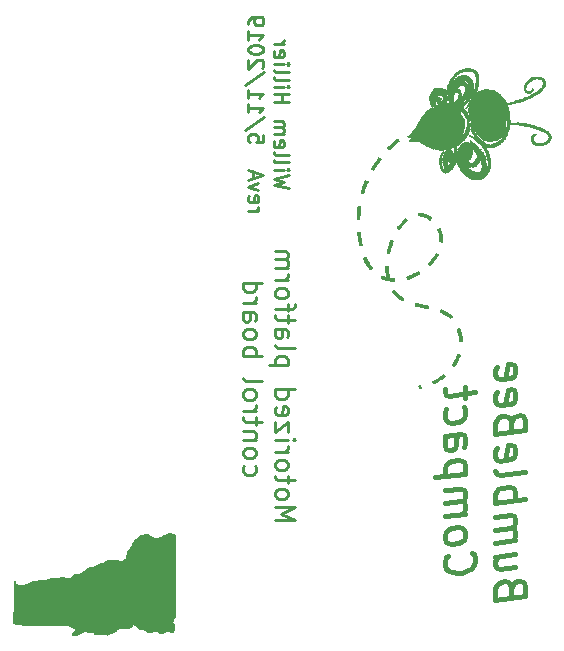
<source format=gbr>
G04 #@! TF.GenerationSoftware,KiCad,Pcbnew,(5.1.0)-1*
G04 #@! TF.CreationDate,2019-05-11T01:24:59-04:00*
G04 #@! TF.ProjectId,pro-mini-adapter-board,70726f2d-6d69-46e6-992d-616461707465,rev?*
G04 #@! TF.SameCoordinates,Original*
G04 #@! TF.FileFunction,Legend,Bot*
G04 #@! TF.FilePolarity,Positive*
%FSLAX46Y46*%
G04 Gerber Fmt 4.6, Leading zero omitted, Abs format (unit mm)*
G04 Created by KiCad (PCBNEW (5.1.0)-1) date 2019-05-11 01:24:59*
%MOMM*%
%LPD*%
G04 APERTURE LIST*
%ADD10C,0.254000*%
%ADD11C,0.457200*%
%ADD12C,0.010000*%
G04 APERTURE END LIST*
D10*
X110486976Y-77887285D02*
X109216976Y-77584904D01*
X110124119Y-77343000D01*
X109216976Y-77101095D01*
X110486976Y-76798714D01*
X109216976Y-76314904D02*
X110063642Y-76314904D01*
X110486976Y-76314904D02*
X110426500Y-76375380D01*
X110366023Y-76314904D01*
X110426500Y-76254428D01*
X110486976Y-76314904D01*
X110366023Y-76314904D01*
X109216976Y-75528714D02*
X109277452Y-75649666D01*
X109398404Y-75710142D01*
X110486976Y-75710142D01*
X109216976Y-74863476D02*
X109277452Y-74984428D01*
X109398404Y-75044904D01*
X110486976Y-75044904D01*
X109277452Y-73895857D02*
X109216976Y-74016809D01*
X109216976Y-74258714D01*
X109277452Y-74379666D01*
X109398404Y-74440142D01*
X109882214Y-74440142D01*
X110003166Y-74379666D01*
X110063642Y-74258714D01*
X110063642Y-74016809D01*
X110003166Y-73895857D01*
X109882214Y-73835380D01*
X109761261Y-73835380D01*
X109640309Y-74440142D01*
X109216976Y-73291095D02*
X110063642Y-73291095D01*
X109942690Y-73291095D02*
X110003166Y-73230619D01*
X110063642Y-73109666D01*
X110063642Y-72928238D01*
X110003166Y-72807285D01*
X109882214Y-72746809D01*
X109216976Y-72746809D01*
X109882214Y-72746809D02*
X110003166Y-72686333D01*
X110063642Y-72565380D01*
X110063642Y-72383952D01*
X110003166Y-72263000D01*
X109882214Y-72202523D01*
X109216976Y-72202523D01*
X109216976Y-70630142D02*
X110486976Y-70630142D01*
X109882214Y-70630142D02*
X109882214Y-69904428D01*
X109216976Y-69904428D02*
X110486976Y-69904428D01*
X109216976Y-69299666D02*
X110063642Y-69299666D01*
X110486976Y-69299666D02*
X110426500Y-69360142D01*
X110366023Y-69299666D01*
X110426500Y-69239190D01*
X110486976Y-69299666D01*
X110366023Y-69299666D01*
X109216976Y-68513476D02*
X109277452Y-68634428D01*
X109398404Y-68694904D01*
X110486976Y-68694904D01*
X109216976Y-67848238D02*
X109277452Y-67969190D01*
X109398404Y-68029666D01*
X110486976Y-68029666D01*
X109216976Y-67364428D02*
X110063642Y-67364428D01*
X110486976Y-67364428D02*
X110426500Y-67424904D01*
X110366023Y-67364428D01*
X110426500Y-67303952D01*
X110486976Y-67364428D01*
X110366023Y-67364428D01*
X109277452Y-66275857D02*
X109216976Y-66396809D01*
X109216976Y-66638714D01*
X109277452Y-66759666D01*
X109398404Y-66820142D01*
X109882214Y-66820142D01*
X110003166Y-66759666D01*
X110063642Y-66638714D01*
X110063642Y-66396809D01*
X110003166Y-66275857D01*
X109882214Y-66215380D01*
X109761261Y-66215380D01*
X109640309Y-66820142D01*
X109216976Y-65671095D02*
X110063642Y-65671095D01*
X109821738Y-65671095D02*
X109942690Y-65610619D01*
X110003166Y-65550142D01*
X110063642Y-65429190D01*
X110063642Y-65308238D01*
X107057976Y-79822523D02*
X107904642Y-79822523D01*
X107662738Y-79822523D02*
X107783690Y-79762047D01*
X107844166Y-79701571D01*
X107904642Y-79580619D01*
X107904642Y-79459666D01*
X107118452Y-78552523D02*
X107057976Y-78673476D01*
X107057976Y-78915380D01*
X107118452Y-79036333D01*
X107239404Y-79096809D01*
X107723214Y-79096809D01*
X107844166Y-79036333D01*
X107904642Y-78915380D01*
X107904642Y-78673476D01*
X107844166Y-78552523D01*
X107723214Y-78492047D01*
X107602261Y-78492047D01*
X107481309Y-79096809D01*
X107904642Y-78068714D02*
X107057976Y-77766333D01*
X107904642Y-77463952D01*
X107420833Y-77040619D02*
X107420833Y-76435857D01*
X107057976Y-77161571D02*
X108327976Y-76738238D01*
X107057976Y-76314904D01*
X108327976Y-73351571D02*
X108327976Y-73956333D01*
X107723214Y-74016809D01*
X107783690Y-73956333D01*
X107844166Y-73835380D01*
X107844166Y-73533000D01*
X107783690Y-73412047D01*
X107723214Y-73351571D01*
X107602261Y-73291095D01*
X107299880Y-73291095D01*
X107178928Y-73351571D01*
X107118452Y-73412047D01*
X107057976Y-73533000D01*
X107057976Y-73835380D01*
X107118452Y-73956333D01*
X107178928Y-74016809D01*
X108388452Y-71839666D02*
X106755595Y-72928238D01*
X107057976Y-70751095D02*
X107057976Y-71476809D01*
X107057976Y-71113952D02*
X108327976Y-71113952D01*
X108146547Y-71234904D01*
X108025595Y-71355857D01*
X107965119Y-71476809D01*
X107057976Y-69541571D02*
X107057976Y-70267285D01*
X107057976Y-69904428D02*
X108327976Y-69904428D01*
X108146547Y-70025380D01*
X108025595Y-70146333D01*
X107965119Y-70267285D01*
X108388452Y-68090142D02*
X106755595Y-69178714D01*
X108207023Y-67727285D02*
X108267500Y-67666809D01*
X108327976Y-67545857D01*
X108327976Y-67243476D01*
X108267500Y-67122523D01*
X108207023Y-67062047D01*
X108086071Y-67001571D01*
X107965119Y-67001571D01*
X107783690Y-67062047D01*
X107057976Y-67787761D01*
X107057976Y-67001571D01*
X108327976Y-66215380D02*
X108327976Y-66094428D01*
X108267500Y-65973476D01*
X108207023Y-65913000D01*
X108086071Y-65852523D01*
X107844166Y-65792047D01*
X107541785Y-65792047D01*
X107299880Y-65852523D01*
X107178928Y-65913000D01*
X107118452Y-65973476D01*
X107057976Y-66094428D01*
X107057976Y-66215380D01*
X107118452Y-66336333D01*
X107178928Y-66396809D01*
X107299880Y-66457285D01*
X107541785Y-66517761D01*
X107844166Y-66517761D01*
X108086071Y-66457285D01*
X108207023Y-66396809D01*
X108267500Y-66336333D01*
X108327976Y-66215380D01*
X107057976Y-64582523D02*
X107057976Y-65308238D01*
X107057976Y-64945380D02*
X108327976Y-64945380D01*
X108146547Y-65066333D01*
X108025595Y-65187285D01*
X107965119Y-65308238D01*
X107057976Y-63977761D02*
X107057976Y-63735857D01*
X107118452Y-63614904D01*
X107178928Y-63554428D01*
X107360357Y-63433476D01*
X107602261Y-63373000D01*
X108086071Y-63373000D01*
X108207023Y-63433476D01*
X108267500Y-63493952D01*
X108327976Y-63614904D01*
X108327976Y-63856809D01*
X108267500Y-63977761D01*
X108207023Y-64038238D01*
X108086071Y-64098714D01*
X107783690Y-64098714D01*
X107662738Y-64038238D01*
X107602261Y-63977761D01*
X107541785Y-63856809D01*
X107541785Y-63614904D01*
X107602261Y-63493952D01*
X107662738Y-63433476D01*
X107783690Y-63373000D01*
X109330369Y-106008714D02*
X110981369Y-106008714D01*
X109802083Y-105458380D01*
X110981369Y-104908047D01*
X109330369Y-104908047D01*
X109330369Y-103886000D02*
X109408988Y-104043238D01*
X109487607Y-104121857D01*
X109644845Y-104200476D01*
X110116559Y-104200476D01*
X110273797Y-104121857D01*
X110352416Y-104043238D01*
X110431035Y-103886000D01*
X110431035Y-103650142D01*
X110352416Y-103492904D01*
X110273797Y-103414285D01*
X110116559Y-103335666D01*
X109644845Y-103335666D01*
X109487607Y-103414285D01*
X109408988Y-103492904D01*
X109330369Y-103650142D01*
X109330369Y-103886000D01*
X110431035Y-102863952D02*
X110431035Y-102235000D01*
X110981369Y-102628095D02*
X109566226Y-102628095D01*
X109408988Y-102549476D01*
X109330369Y-102392238D01*
X109330369Y-102235000D01*
X109330369Y-101448809D02*
X109408988Y-101606047D01*
X109487607Y-101684666D01*
X109644845Y-101763285D01*
X110116559Y-101763285D01*
X110273797Y-101684666D01*
X110352416Y-101606047D01*
X110431035Y-101448809D01*
X110431035Y-101212952D01*
X110352416Y-101055714D01*
X110273797Y-100977095D01*
X110116559Y-100898476D01*
X109644845Y-100898476D01*
X109487607Y-100977095D01*
X109408988Y-101055714D01*
X109330369Y-101212952D01*
X109330369Y-101448809D01*
X109330369Y-100190904D02*
X110431035Y-100190904D01*
X110116559Y-100190904D02*
X110273797Y-100112285D01*
X110352416Y-100033666D01*
X110431035Y-99876428D01*
X110431035Y-99719190D01*
X109330369Y-99168857D02*
X110431035Y-99168857D01*
X110981369Y-99168857D02*
X110902750Y-99247476D01*
X110824130Y-99168857D01*
X110902750Y-99090238D01*
X110981369Y-99168857D01*
X110824130Y-99168857D01*
X110431035Y-98539904D02*
X110431035Y-97675095D01*
X109330369Y-98539904D01*
X109330369Y-97675095D01*
X109408988Y-96417190D02*
X109330369Y-96574428D01*
X109330369Y-96888904D01*
X109408988Y-97046142D01*
X109566226Y-97124761D01*
X110195178Y-97124761D01*
X110352416Y-97046142D01*
X110431035Y-96888904D01*
X110431035Y-96574428D01*
X110352416Y-96417190D01*
X110195178Y-96338571D01*
X110037940Y-96338571D01*
X109880702Y-97124761D01*
X109330369Y-94923428D02*
X110981369Y-94923428D01*
X109408988Y-94923428D02*
X109330369Y-95080666D01*
X109330369Y-95395142D01*
X109408988Y-95552380D01*
X109487607Y-95631000D01*
X109644845Y-95709619D01*
X110116559Y-95709619D01*
X110273797Y-95631000D01*
X110352416Y-95552380D01*
X110431035Y-95395142D01*
X110431035Y-95080666D01*
X110352416Y-94923428D01*
X110431035Y-92879333D02*
X108780035Y-92879333D01*
X110352416Y-92879333D02*
X110431035Y-92722095D01*
X110431035Y-92407619D01*
X110352416Y-92250380D01*
X110273797Y-92171761D01*
X110116559Y-92093142D01*
X109644845Y-92093142D01*
X109487607Y-92171761D01*
X109408988Y-92250380D01*
X109330369Y-92407619D01*
X109330369Y-92722095D01*
X109408988Y-92879333D01*
X109330369Y-91149714D02*
X109408988Y-91306952D01*
X109566226Y-91385571D01*
X110981369Y-91385571D01*
X109330369Y-89813190D02*
X110195178Y-89813190D01*
X110352416Y-89891809D01*
X110431035Y-90049047D01*
X110431035Y-90363523D01*
X110352416Y-90520761D01*
X109408988Y-89813190D02*
X109330369Y-89970428D01*
X109330369Y-90363523D01*
X109408988Y-90520761D01*
X109566226Y-90599380D01*
X109723464Y-90599380D01*
X109880702Y-90520761D01*
X109959321Y-90363523D01*
X109959321Y-89970428D01*
X110037940Y-89813190D01*
X110431035Y-89262857D02*
X110431035Y-88633904D01*
X110981369Y-89027000D02*
X109566226Y-89027000D01*
X109408988Y-88948380D01*
X109330369Y-88791142D01*
X109330369Y-88633904D01*
X110431035Y-88319428D02*
X110431035Y-87690476D01*
X109330369Y-88083571D02*
X110745511Y-88083571D01*
X110902750Y-88004952D01*
X110981369Y-87847714D01*
X110981369Y-87690476D01*
X109330369Y-86904285D02*
X109408988Y-87061523D01*
X109487607Y-87140142D01*
X109644845Y-87218761D01*
X110116559Y-87218761D01*
X110273797Y-87140142D01*
X110352416Y-87061523D01*
X110431035Y-86904285D01*
X110431035Y-86668428D01*
X110352416Y-86511190D01*
X110273797Y-86432571D01*
X110116559Y-86353952D01*
X109644845Y-86353952D01*
X109487607Y-86432571D01*
X109408988Y-86511190D01*
X109330369Y-86668428D01*
X109330369Y-86904285D01*
X109330369Y-85646380D02*
X110431035Y-85646380D01*
X110116559Y-85646380D02*
X110273797Y-85567761D01*
X110352416Y-85489142D01*
X110431035Y-85331904D01*
X110431035Y-85174666D01*
X109330369Y-84624333D02*
X110431035Y-84624333D01*
X110273797Y-84624333D02*
X110352416Y-84545714D01*
X110431035Y-84388476D01*
X110431035Y-84152619D01*
X110352416Y-83995380D01*
X110195178Y-83916761D01*
X109330369Y-83916761D01*
X110195178Y-83916761D02*
X110352416Y-83838142D01*
X110431035Y-83680904D01*
X110431035Y-83445047D01*
X110352416Y-83287809D01*
X110195178Y-83209190D01*
X109330369Y-83209190D01*
X106678488Y-101370190D02*
X106599869Y-101527428D01*
X106599869Y-101841904D01*
X106678488Y-101999142D01*
X106757107Y-102077761D01*
X106914345Y-102156380D01*
X107386059Y-102156380D01*
X107543297Y-102077761D01*
X107621916Y-101999142D01*
X107700535Y-101841904D01*
X107700535Y-101527428D01*
X107621916Y-101370190D01*
X106599869Y-100426761D02*
X106678488Y-100584000D01*
X106757107Y-100662619D01*
X106914345Y-100741238D01*
X107386059Y-100741238D01*
X107543297Y-100662619D01*
X107621916Y-100584000D01*
X107700535Y-100426761D01*
X107700535Y-100190904D01*
X107621916Y-100033666D01*
X107543297Y-99955047D01*
X107386059Y-99876428D01*
X106914345Y-99876428D01*
X106757107Y-99955047D01*
X106678488Y-100033666D01*
X106599869Y-100190904D01*
X106599869Y-100426761D01*
X107700535Y-99168857D02*
X106599869Y-99168857D01*
X107543297Y-99168857D02*
X107621916Y-99090238D01*
X107700535Y-98933000D01*
X107700535Y-98697142D01*
X107621916Y-98539904D01*
X107464678Y-98461285D01*
X106599869Y-98461285D01*
X107700535Y-97910952D02*
X107700535Y-97282000D01*
X108250869Y-97675095D02*
X106835726Y-97675095D01*
X106678488Y-97596476D01*
X106599869Y-97439238D01*
X106599869Y-97282000D01*
X106599869Y-96731666D02*
X107700535Y-96731666D01*
X107386059Y-96731666D02*
X107543297Y-96653047D01*
X107621916Y-96574428D01*
X107700535Y-96417190D01*
X107700535Y-96259952D01*
X106599869Y-95473761D02*
X106678488Y-95631000D01*
X106757107Y-95709619D01*
X106914345Y-95788238D01*
X107386059Y-95788238D01*
X107543297Y-95709619D01*
X107621916Y-95631000D01*
X107700535Y-95473761D01*
X107700535Y-95237904D01*
X107621916Y-95080666D01*
X107543297Y-95002047D01*
X107386059Y-94923428D01*
X106914345Y-94923428D01*
X106757107Y-95002047D01*
X106678488Y-95080666D01*
X106599869Y-95237904D01*
X106599869Y-95473761D01*
X106599869Y-93980000D02*
X106678488Y-94137238D01*
X106835726Y-94215857D01*
X108250869Y-94215857D01*
X106599869Y-92093142D02*
X108250869Y-92093142D01*
X107621916Y-92093142D02*
X107700535Y-91935904D01*
X107700535Y-91621428D01*
X107621916Y-91464190D01*
X107543297Y-91385571D01*
X107386059Y-91306952D01*
X106914345Y-91306952D01*
X106757107Y-91385571D01*
X106678488Y-91464190D01*
X106599869Y-91621428D01*
X106599869Y-91935904D01*
X106678488Y-92093142D01*
X106599869Y-90363523D02*
X106678488Y-90520761D01*
X106757107Y-90599380D01*
X106914345Y-90678000D01*
X107386059Y-90678000D01*
X107543297Y-90599380D01*
X107621916Y-90520761D01*
X107700535Y-90363523D01*
X107700535Y-90127666D01*
X107621916Y-89970428D01*
X107543297Y-89891809D01*
X107386059Y-89813190D01*
X106914345Y-89813190D01*
X106757107Y-89891809D01*
X106678488Y-89970428D01*
X106599869Y-90127666D01*
X106599869Y-90363523D01*
X106599869Y-88398047D02*
X107464678Y-88398047D01*
X107621916Y-88476666D01*
X107700535Y-88633904D01*
X107700535Y-88948380D01*
X107621916Y-89105619D01*
X106678488Y-88398047D02*
X106599869Y-88555285D01*
X106599869Y-88948380D01*
X106678488Y-89105619D01*
X106835726Y-89184238D01*
X106992964Y-89184238D01*
X107150202Y-89105619D01*
X107228821Y-88948380D01*
X107228821Y-88555285D01*
X107307440Y-88398047D01*
X106599869Y-87611857D02*
X107700535Y-87611857D01*
X107386059Y-87611857D02*
X107543297Y-87533238D01*
X107621916Y-87454619D01*
X107700535Y-87297380D01*
X107700535Y-87140142D01*
X106599869Y-85882238D02*
X108250869Y-85882238D01*
X106678488Y-85882238D02*
X106599869Y-86039476D01*
X106599869Y-86353952D01*
X106678488Y-86511190D01*
X106757107Y-86589809D01*
X106914345Y-86668428D01*
X107386059Y-86668428D01*
X107543297Y-86589809D01*
X107621916Y-86511190D01*
X107700535Y-86353952D01*
X107700535Y-86039476D01*
X107621916Y-85882238D01*
D11*
X129315028Y-111720796D02*
X129194076Y-111373058D01*
X129073123Y-111267224D01*
X128831219Y-111176510D01*
X128468361Y-111221867D01*
X128226457Y-111373058D01*
X128105504Y-111509129D01*
X127984552Y-111766153D01*
X127984552Y-112733772D01*
X130524552Y-112416272D01*
X130524552Y-111569605D01*
X130403600Y-111342820D01*
X130282647Y-111236986D01*
X130040742Y-111146272D01*
X129798838Y-111176510D01*
X129556933Y-111327701D01*
X129435980Y-111463772D01*
X129315028Y-111720796D01*
X129315028Y-112567462D01*
X129677885Y-108893534D02*
X127984552Y-109105201D01*
X129677885Y-109982105D02*
X128347409Y-110148415D01*
X128105504Y-110057701D01*
X127984552Y-109830915D01*
X127984552Y-109468058D01*
X128105504Y-109211034D01*
X128226457Y-109074962D01*
X127984552Y-107895677D02*
X129677885Y-107684010D01*
X129435980Y-107714248D02*
X129556933Y-107578177D01*
X129677885Y-107321153D01*
X129677885Y-106958296D01*
X129556933Y-106731510D01*
X129315028Y-106640796D01*
X127984552Y-106807105D01*
X129315028Y-106640796D02*
X129556933Y-106489605D01*
X129677885Y-106232582D01*
X129677885Y-105869724D01*
X129556933Y-105642939D01*
X129315028Y-105552224D01*
X127984552Y-105718534D01*
X127984552Y-104509010D02*
X130524552Y-104191510D01*
X129556933Y-104312462D02*
X129677885Y-104055439D01*
X129677885Y-103571629D01*
X129556933Y-103344843D01*
X129435980Y-103239010D01*
X129194076Y-103148296D01*
X128468361Y-103239010D01*
X128226457Y-103390201D01*
X128105504Y-103526272D01*
X127984552Y-103783296D01*
X127984552Y-104267105D01*
X128105504Y-104493891D01*
X127984552Y-101848058D02*
X128105504Y-102074843D01*
X128347409Y-102165558D01*
X130524552Y-101893415D01*
X128105504Y-99897701D02*
X127984552Y-100154724D01*
X127984552Y-100638534D01*
X128105504Y-100865320D01*
X128347409Y-100956034D01*
X129315028Y-100835082D01*
X129556933Y-100683891D01*
X129677885Y-100426867D01*
X129677885Y-99943058D01*
X129556933Y-99716272D01*
X129315028Y-99625558D01*
X129073123Y-99655796D01*
X128831219Y-100895558D01*
X129315028Y-97690320D02*
X129194076Y-97342582D01*
X129073123Y-97236748D01*
X128831219Y-97146034D01*
X128468361Y-97191391D01*
X128226457Y-97342582D01*
X128105504Y-97478653D01*
X127984552Y-97735677D01*
X127984552Y-98703296D01*
X130524552Y-98385796D01*
X130524552Y-97539129D01*
X130403600Y-97312343D01*
X130282647Y-97206510D01*
X130040742Y-97115796D01*
X129798838Y-97146034D01*
X129556933Y-97297224D01*
X129435980Y-97433296D01*
X129315028Y-97690320D01*
X129315028Y-98536986D01*
X128105504Y-95180558D02*
X127984552Y-95437582D01*
X127984552Y-95921391D01*
X128105504Y-96148177D01*
X128347409Y-96238891D01*
X129315028Y-96117939D01*
X129556933Y-95966748D01*
X129677885Y-95709724D01*
X129677885Y-95225915D01*
X129556933Y-94999129D01*
X129315028Y-94908415D01*
X129073123Y-94938653D01*
X128831219Y-96178415D01*
X128105504Y-93003415D02*
X127984552Y-93260439D01*
X127984552Y-93744248D01*
X128105504Y-93971034D01*
X128347409Y-94061748D01*
X129315028Y-93940796D01*
X129556933Y-93789605D01*
X129677885Y-93532582D01*
X129677885Y-93048772D01*
X129556933Y-92821986D01*
X129315028Y-92731272D01*
X129073123Y-92761510D01*
X128831219Y-94001272D01*
X123959257Y-109014486D02*
X123838304Y-109150558D01*
X123717352Y-109528534D01*
X123717352Y-109770439D01*
X123838304Y-110118177D01*
X124080209Y-110329843D01*
X124322114Y-110420558D01*
X124805923Y-110481034D01*
X125168780Y-110435677D01*
X125652590Y-110254248D01*
X125894495Y-110103058D01*
X126136400Y-109830915D01*
X126257352Y-109452939D01*
X126257352Y-109211034D01*
X126136400Y-108863296D01*
X126015447Y-108757462D01*
X123717352Y-107593296D02*
X123838304Y-107820082D01*
X123959257Y-107925915D01*
X124201161Y-108016629D01*
X124926876Y-107925915D01*
X125168780Y-107774724D01*
X125289733Y-107638653D01*
X125410685Y-107381629D01*
X125410685Y-107018772D01*
X125289733Y-106791986D01*
X125168780Y-106686153D01*
X124926876Y-106595439D01*
X124201161Y-106686153D01*
X123959257Y-106837343D01*
X123838304Y-106973415D01*
X123717352Y-107230439D01*
X123717352Y-107593296D01*
X123717352Y-105658058D02*
X125410685Y-105446391D01*
X125168780Y-105476629D02*
X125289733Y-105340558D01*
X125410685Y-105083534D01*
X125410685Y-104720677D01*
X125289733Y-104493891D01*
X125047828Y-104403177D01*
X123717352Y-104569486D01*
X125047828Y-104403177D02*
X125289733Y-104251986D01*
X125410685Y-103994962D01*
X125410685Y-103632105D01*
X125289733Y-103405320D01*
X125047828Y-103314605D01*
X123717352Y-103480915D01*
X125410685Y-102059724D02*
X122870685Y-102377224D01*
X125289733Y-102074843D02*
X125410685Y-101817820D01*
X125410685Y-101334010D01*
X125289733Y-101107224D01*
X125168780Y-101001391D01*
X124926876Y-100910677D01*
X124201161Y-101001391D01*
X123959257Y-101152582D01*
X123838304Y-101288653D01*
X123717352Y-101545677D01*
X123717352Y-102029486D01*
X123838304Y-102256272D01*
X123717352Y-98884724D02*
X125047828Y-98718415D01*
X125289733Y-98809129D01*
X125410685Y-99035915D01*
X125410685Y-99519724D01*
X125289733Y-99776748D01*
X123838304Y-98869605D02*
X123717352Y-99126629D01*
X123717352Y-99731391D01*
X123838304Y-99958177D01*
X124080209Y-100048891D01*
X124322114Y-100018653D01*
X124564019Y-99867462D01*
X124684971Y-99610439D01*
X124684971Y-99005677D01*
X124805923Y-98748653D01*
X123838304Y-96571510D02*
X123717352Y-96828534D01*
X123717352Y-97312343D01*
X123838304Y-97539129D01*
X123959257Y-97644962D01*
X124201161Y-97735677D01*
X124926876Y-97644962D01*
X125168780Y-97493772D01*
X125289733Y-97357701D01*
X125410685Y-97100677D01*
X125410685Y-96616867D01*
X125289733Y-96390082D01*
X125410685Y-95649248D02*
X125410685Y-94681629D01*
X126257352Y-95180558D02*
X124080209Y-95452701D01*
X123838304Y-95361986D01*
X123717352Y-95135201D01*
X123717352Y-94893296D01*
D12*
G36*
X100718938Y-107164021D02*
G01*
X100588278Y-107125634D01*
X100434306Y-107108773D01*
X100278726Y-107113060D01*
X100143243Y-107138119D01*
X100060125Y-107175450D01*
X99990344Y-107219251D01*
X99881880Y-107281512D01*
X99752726Y-107352057D01*
X99681198Y-107389762D01*
X99535976Y-107462000D01*
X99426608Y-107506712D01*
X99334956Y-107529793D01*
X99242880Y-107537141D01*
X99227496Y-107537250D01*
X99057311Y-107517506D01*
X98900980Y-107453842D01*
X98744701Y-107339617D01*
X98669432Y-107268669D01*
X98549312Y-107168391D01*
X98442407Y-107125624D01*
X98339791Y-107138366D01*
X98267026Y-107178331D01*
X98185203Y-107213788D01*
X98079873Y-107233490D01*
X98056279Y-107234679D01*
X97977572Y-107242231D01*
X97909910Y-107268239D01*
X97834228Y-107322834D01*
X97753006Y-107395858D01*
X97656188Y-107484826D01*
X97566149Y-107564652D01*
X97503282Y-107617323D01*
X97363450Y-107760996D01*
X97242847Y-107954281D01*
X97181429Y-108093742D01*
X97132030Y-108203633D01*
X97077440Y-108295161D01*
X97038650Y-108339889D01*
X96970716Y-108417710D01*
X96897530Y-108538936D01*
X96827625Y-108684988D01*
X96769532Y-108837285D01*
X96731785Y-108977246D01*
X96724462Y-109024099D01*
X96709584Y-109127445D01*
X96684747Y-109195804D01*
X96636003Y-109252432D01*
X96549403Y-109320584D01*
X96544406Y-109324284D01*
X96439685Y-109394526D01*
X96353120Y-109430340D01*
X96257702Y-109441936D01*
X96232300Y-109442250D01*
X96120247Y-109435266D01*
X96020228Y-109417722D01*
X95992900Y-109409274D01*
X95896190Y-109388024D01*
X95747577Y-109375546D01*
X95558103Y-109372245D01*
X95338810Y-109378523D01*
X95263463Y-109382662D01*
X95135270Y-109394230D01*
X95045669Y-109415442D01*
X94969768Y-109454660D01*
X94903455Y-109503608D01*
X94732096Y-109603882D01*
X94572492Y-109655923D01*
X94448442Y-109693539D01*
X94333650Y-109743241D01*
X94273676Y-109779647D01*
X94106959Y-109881904D01*
X93939464Y-109939838D01*
X93843908Y-109950250D01*
X93663887Y-109969898D01*
X93492581Y-110032595D01*
X93318058Y-110143973D01*
X93173937Y-110266487D01*
X93015639Y-110401558D01*
X92878553Y-110489930D01*
X92749570Y-110538334D01*
X92615581Y-110553496D01*
X92614750Y-110553500D01*
X92428200Y-110584659D01*
X92249745Y-110671909D01*
X92157067Y-110744909D01*
X92046156Y-110838152D01*
X91947050Y-110894440D01*
X91844865Y-110915356D01*
X91724715Y-110902484D01*
X91571715Y-110857408D01*
X91465585Y-110818477D01*
X91379569Y-110787780D01*
X91318302Y-110778474D01*
X91255591Y-110792206D01*
X91165242Y-110830620D01*
X91148085Y-110838431D01*
X91002803Y-110889633D01*
X90848778Y-110909903D01*
X90666462Y-110900823D01*
X90560106Y-110886016D01*
X90459999Y-110878441D01*
X90387230Y-110900068D01*
X90341512Y-110931277D01*
X90224963Y-110986469D01*
X90132299Y-110998001D01*
X90036540Y-111005270D01*
X89908158Y-111024265D01*
X89783633Y-111049011D01*
X89656325Y-111074876D01*
X89571999Y-111082569D01*
X89513008Y-111072786D01*
X89485968Y-111060747D01*
X89423459Y-111038447D01*
X89349369Y-111039390D01*
X89247554Y-111065637D01*
X89138125Y-111105147D01*
X89023375Y-111136316D01*
X88893534Y-111153986D01*
X88858910Y-111155357D01*
X88766811Y-111162730D01*
X88683013Y-111188567D01*
X88586256Y-111241278D01*
X88503155Y-111296117D01*
X88265774Y-111421305D01*
X88009144Y-111486810D01*
X87739523Y-111491098D01*
X87716778Y-111488658D01*
X87563257Y-111465157D01*
X87459022Y-111431900D01*
X87389878Y-111380729D01*
X87341631Y-111303487D01*
X87325025Y-111263520D01*
X87287037Y-111183600D01*
X87250842Y-111138539D01*
X87236340Y-111134508D01*
X87227927Y-111160009D01*
X87220514Y-111232100D01*
X87214043Y-111353092D01*
X87208459Y-111525294D01*
X87203705Y-111751017D01*
X87199726Y-112032572D01*
X87196466Y-112372269D01*
X87193868Y-112772419D01*
X87193172Y-112912674D01*
X87184968Y-114679188D01*
X87256672Y-114725960D01*
X87294269Y-114747951D01*
X87337921Y-114766953D01*
X87392257Y-114783178D01*
X87461906Y-114796839D01*
X87551497Y-114808147D01*
X87665660Y-114817315D01*
X87809023Y-114824554D01*
X87986216Y-114830078D01*
X88201867Y-114834098D01*
X88460607Y-114836827D01*
X88767064Y-114838476D01*
X89125867Y-114839258D01*
X89541645Y-114839384D01*
X89729305Y-114839297D01*
X91826014Y-114837992D01*
X92006070Y-114953385D01*
X92114245Y-115022054D01*
X92214111Y-115084347D01*
X92274325Y-115120951D01*
X92358371Y-115196128D01*
X92382870Y-115281711D01*
X92349331Y-115370664D01*
X92259265Y-115455949D01*
X92194138Y-115494691D01*
X92124077Y-115546760D01*
X92114332Y-115604494D01*
X92164335Y-115675959D01*
X92180234Y-115691466D01*
X92269648Y-115745172D01*
X92380431Y-115754376D01*
X92517706Y-115717910D01*
X92686597Y-115634602D01*
X92835222Y-115541925D01*
X92993582Y-115441529D01*
X93113698Y-115379637D01*
X93206081Y-115354073D01*
X93281244Y-115362658D01*
X93349699Y-115403215D01*
X93379001Y-115429281D01*
X93433512Y-115475916D01*
X93484241Y-115495534D01*
X93555370Y-115492988D01*
X93632703Y-115480168D01*
X93756517Y-115462768D01*
X93842978Y-115468919D01*
X93915630Y-115504167D01*
X93986795Y-115563625D01*
X94023740Y-115595801D01*
X94060420Y-115617331D01*
X94109034Y-115629691D01*
X94181780Y-115634353D01*
X94290855Y-115632792D01*
X94448459Y-115626483D01*
X94491208Y-115624589D01*
X94670075Y-115617925D01*
X94797267Y-115616966D01*
X94884414Y-115622436D01*
X94943146Y-115635056D01*
X94984635Y-115655250D01*
X95060184Y-115685686D01*
X95099347Y-115673252D01*
X95144782Y-115650782D01*
X95236119Y-115614888D01*
X95358660Y-115571122D01*
X95456375Y-115538371D01*
X95644296Y-115472533D01*
X95774111Y-115416013D01*
X95850129Y-115366456D01*
X95876663Y-115321511D01*
X95875803Y-115309387D01*
X95894054Y-115271334D01*
X95947525Y-115218746D01*
X95956682Y-115211536D01*
X95999778Y-115184160D01*
X96054385Y-115163834D01*
X96132060Y-115148627D01*
X96244356Y-115136609D01*
X96402831Y-115125849D01*
X96502397Y-115120369D01*
X96724457Y-115105141D01*
X96902608Y-115085519D01*
X97029329Y-115062458D01*
X97077615Y-115047340D01*
X97152380Y-115010696D01*
X97180897Y-114972598D01*
X97177372Y-114912157D01*
X97175631Y-114903215D01*
X97167202Y-114842618D01*
X97184901Y-114815425D01*
X97244153Y-114808257D01*
X97285407Y-114808001D01*
X97351525Y-114812370D01*
X97408990Y-114831325D01*
X97472177Y-114873637D01*
X97555463Y-114948075D01*
X97623668Y-115014375D01*
X97723202Y-115111094D01*
X97793642Y-115171590D01*
X97850978Y-115204363D01*
X97911200Y-115217909D01*
X97990296Y-115220727D01*
X98011990Y-115220750D01*
X98121977Y-115225202D01*
X98194017Y-115244436D01*
X98253382Y-115287273D01*
X98280722Y-115314536D01*
X98370403Y-115391673D01*
X98469784Y-115455198D01*
X98479834Y-115460168D01*
X98538820Y-115485028D01*
X98592602Y-115494763D01*
X98659790Y-115488619D01*
X98758997Y-115465839D01*
X98834647Y-115445758D01*
X98998889Y-115404864D01*
X99120858Y-115385653D01*
X99218108Y-115388530D01*
X99308195Y-115413900D01*
X99402515Y-115458875D01*
X99586478Y-115525716D01*
X99773029Y-115530205D01*
X99966524Y-115472335D01*
X99996625Y-115458173D01*
X100137788Y-115400042D01*
X100250870Y-115384063D01*
X100354675Y-115409564D01*
X100418080Y-115443119D01*
X100531859Y-115493648D01*
X100631275Y-115503140D01*
X100700942Y-115470320D01*
X100703975Y-115466813D01*
X100729158Y-115408853D01*
X100754314Y-115307347D01*
X100776468Y-115182182D01*
X100792646Y-115053244D01*
X100799873Y-114940419D01*
X100795176Y-114863592D01*
X100794578Y-114861064D01*
X100747451Y-114779731D01*
X100694239Y-114744163D01*
X100629792Y-114692112D01*
X100616059Y-114608078D01*
X100652539Y-114497618D01*
X100726875Y-114381533D01*
X100838000Y-114235951D01*
X100838001Y-110726231D01*
X100838001Y-107216510D01*
X100718938Y-107164021D01*
X100718938Y-107164021D01*
G37*
X100718938Y-107164021D02*
X100588278Y-107125634D01*
X100434306Y-107108773D01*
X100278726Y-107113060D01*
X100143243Y-107138119D01*
X100060125Y-107175450D01*
X99990344Y-107219251D01*
X99881880Y-107281512D01*
X99752726Y-107352057D01*
X99681198Y-107389762D01*
X99535976Y-107462000D01*
X99426608Y-107506712D01*
X99334956Y-107529793D01*
X99242880Y-107537141D01*
X99227496Y-107537250D01*
X99057311Y-107517506D01*
X98900980Y-107453842D01*
X98744701Y-107339617D01*
X98669432Y-107268669D01*
X98549312Y-107168391D01*
X98442407Y-107125624D01*
X98339791Y-107138366D01*
X98267026Y-107178331D01*
X98185203Y-107213788D01*
X98079873Y-107233490D01*
X98056279Y-107234679D01*
X97977572Y-107242231D01*
X97909910Y-107268239D01*
X97834228Y-107322834D01*
X97753006Y-107395858D01*
X97656188Y-107484826D01*
X97566149Y-107564652D01*
X97503282Y-107617323D01*
X97363450Y-107760996D01*
X97242847Y-107954281D01*
X97181429Y-108093742D01*
X97132030Y-108203633D01*
X97077440Y-108295161D01*
X97038650Y-108339889D01*
X96970716Y-108417710D01*
X96897530Y-108538936D01*
X96827625Y-108684988D01*
X96769532Y-108837285D01*
X96731785Y-108977246D01*
X96724462Y-109024099D01*
X96709584Y-109127445D01*
X96684747Y-109195804D01*
X96636003Y-109252432D01*
X96549403Y-109320584D01*
X96544406Y-109324284D01*
X96439685Y-109394526D01*
X96353120Y-109430340D01*
X96257702Y-109441936D01*
X96232300Y-109442250D01*
X96120247Y-109435266D01*
X96020228Y-109417722D01*
X95992900Y-109409274D01*
X95896190Y-109388024D01*
X95747577Y-109375546D01*
X95558103Y-109372245D01*
X95338810Y-109378523D01*
X95263463Y-109382662D01*
X95135270Y-109394230D01*
X95045669Y-109415442D01*
X94969768Y-109454660D01*
X94903455Y-109503608D01*
X94732096Y-109603882D01*
X94572492Y-109655923D01*
X94448442Y-109693539D01*
X94333650Y-109743241D01*
X94273676Y-109779647D01*
X94106959Y-109881904D01*
X93939464Y-109939838D01*
X93843908Y-109950250D01*
X93663887Y-109969898D01*
X93492581Y-110032595D01*
X93318058Y-110143973D01*
X93173937Y-110266487D01*
X93015639Y-110401558D01*
X92878553Y-110489930D01*
X92749570Y-110538334D01*
X92615581Y-110553496D01*
X92614750Y-110553500D01*
X92428200Y-110584659D01*
X92249745Y-110671909D01*
X92157067Y-110744909D01*
X92046156Y-110838152D01*
X91947050Y-110894440D01*
X91844865Y-110915356D01*
X91724715Y-110902484D01*
X91571715Y-110857408D01*
X91465585Y-110818477D01*
X91379569Y-110787780D01*
X91318302Y-110778474D01*
X91255591Y-110792206D01*
X91165242Y-110830620D01*
X91148085Y-110838431D01*
X91002803Y-110889633D01*
X90848778Y-110909903D01*
X90666462Y-110900823D01*
X90560106Y-110886016D01*
X90459999Y-110878441D01*
X90387230Y-110900068D01*
X90341512Y-110931277D01*
X90224963Y-110986469D01*
X90132299Y-110998001D01*
X90036540Y-111005270D01*
X89908158Y-111024265D01*
X89783633Y-111049011D01*
X89656325Y-111074876D01*
X89571999Y-111082569D01*
X89513008Y-111072786D01*
X89485968Y-111060747D01*
X89423459Y-111038447D01*
X89349369Y-111039390D01*
X89247554Y-111065637D01*
X89138125Y-111105147D01*
X89023375Y-111136316D01*
X88893534Y-111153986D01*
X88858910Y-111155357D01*
X88766811Y-111162730D01*
X88683013Y-111188567D01*
X88586256Y-111241278D01*
X88503155Y-111296117D01*
X88265774Y-111421305D01*
X88009144Y-111486810D01*
X87739523Y-111491098D01*
X87716778Y-111488658D01*
X87563257Y-111465157D01*
X87459022Y-111431900D01*
X87389878Y-111380729D01*
X87341631Y-111303487D01*
X87325025Y-111263520D01*
X87287037Y-111183600D01*
X87250842Y-111138539D01*
X87236340Y-111134508D01*
X87227927Y-111160009D01*
X87220514Y-111232100D01*
X87214043Y-111353092D01*
X87208459Y-111525294D01*
X87203705Y-111751017D01*
X87199726Y-112032572D01*
X87196466Y-112372269D01*
X87193868Y-112772419D01*
X87193172Y-112912674D01*
X87184968Y-114679188D01*
X87256672Y-114725960D01*
X87294269Y-114747951D01*
X87337921Y-114766953D01*
X87392257Y-114783178D01*
X87461906Y-114796839D01*
X87551497Y-114808147D01*
X87665660Y-114817315D01*
X87809023Y-114824554D01*
X87986216Y-114830078D01*
X88201867Y-114834098D01*
X88460607Y-114836827D01*
X88767064Y-114838476D01*
X89125867Y-114839258D01*
X89541645Y-114839384D01*
X89729305Y-114839297D01*
X91826014Y-114837992D01*
X92006070Y-114953385D01*
X92114245Y-115022054D01*
X92214111Y-115084347D01*
X92274325Y-115120951D01*
X92358371Y-115196128D01*
X92382870Y-115281711D01*
X92349331Y-115370664D01*
X92259265Y-115455949D01*
X92194138Y-115494691D01*
X92124077Y-115546760D01*
X92114332Y-115604494D01*
X92164335Y-115675959D01*
X92180234Y-115691466D01*
X92269648Y-115745172D01*
X92380431Y-115754376D01*
X92517706Y-115717910D01*
X92686597Y-115634602D01*
X92835222Y-115541925D01*
X92993582Y-115441529D01*
X93113698Y-115379637D01*
X93206081Y-115354073D01*
X93281244Y-115362658D01*
X93349699Y-115403215D01*
X93379001Y-115429281D01*
X93433512Y-115475916D01*
X93484241Y-115495534D01*
X93555370Y-115492988D01*
X93632703Y-115480168D01*
X93756517Y-115462768D01*
X93842978Y-115468919D01*
X93915630Y-115504167D01*
X93986795Y-115563625D01*
X94023740Y-115595801D01*
X94060420Y-115617331D01*
X94109034Y-115629691D01*
X94181780Y-115634353D01*
X94290855Y-115632792D01*
X94448459Y-115626483D01*
X94491208Y-115624589D01*
X94670075Y-115617925D01*
X94797267Y-115616966D01*
X94884414Y-115622436D01*
X94943146Y-115635056D01*
X94984635Y-115655250D01*
X95060184Y-115685686D01*
X95099347Y-115673252D01*
X95144782Y-115650782D01*
X95236119Y-115614888D01*
X95358660Y-115571122D01*
X95456375Y-115538371D01*
X95644296Y-115472533D01*
X95774111Y-115416013D01*
X95850129Y-115366456D01*
X95876663Y-115321511D01*
X95875803Y-115309387D01*
X95894054Y-115271334D01*
X95947525Y-115218746D01*
X95956682Y-115211536D01*
X95999778Y-115184160D01*
X96054385Y-115163834D01*
X96132060Y-115148627D01*
X96244356Y-115136609D01*
X96402831Y-115125849D01*
X96502397Y-115120369D01*
X96724457Y-115105141D01*
X96902608Y-115085519D01*
X97029329Y-115062458D01*
X97077615Y-115047340D01*
X97152380Y-115010696D01*
X97180897Y-114972598D01*
X97177372Y-114912157D01*
X97175631Y-114903215D01*
X97167202Y-114842618D01*
X97184901Y-114815425D01*
X97244153Y-114808257D01*
X97285407Y-114808001D01*
X97351525Y-114812370D01*
X97408990Y-114831325D01*
X97472177Y-114873637D01*
X97555463Y-114948075D01*
X97623668Y-115014375D01*
X97723202Y-115111094D01*
X97793642Y-115171590D01*
X97850978Y-115204363D01*
X97911200Y-115217909D01*
X97990296Y-115220727D01*
X98011990Y-115220750D01*
X98121977Y-115225202D01*
X98194017Y-115244436D01*
X98253382Y-115287273D01*
X98280722Y-115314536D01*
X98370403Y-115391673D01*
X98469784Y-115455198D01*
X98479834Y-115460168D01*
X98538820Y-115485028D01*
X98592602Y-115494763D01*
X98659790Y-115488619D01*
X98758997Y-115465839D01*
X98834647Y-115445758D01*
X98998889Y-115404864D01*
X99120858Y-115385653D01*
X99218108Y-115388530D01*
X99308195Y-115413900D01*
X99402515Y-115458875D01*
X99586478Y-115525716D01*
X99773029Y-115530205D01*
X99966524Y-115472335D01*
X99996625Y-115458173D01*
X100137788Y-115400042D01*
X100250870Y-115384063D01*
X100354675Y-115409564D01*
X100418080Y-115443119D01*
X100531859Y-115493648D01*
X100631275Y-115503140D01*
X100700942Y-115470320D01*
X100703975Y-115466813D01*
X100729158Y-115408853D01*
X100754314Y-115307347D01*
X100776468Y-115182182D01*
X100792646Y-115053244D01*
X100799873Y-114940419D01*
X100795176Y-114863592D01*
X100794578Y-114861064D01*
X100747451Y-114779731D01*
X100694239Y-114744163D01*
X100629792Y-114692112D01*
X100616059Y-114608078D01*
X100652539Y-114497618D01*
X100726875Y-114381533D01*
X100838000Y-114235951D01*
X100838001Y-110726231D01*
X100838001Y-107216510D01*
X100718938Y-107164021D01*
G36*
X116540189Y-79428714D02*
G01*
X116523847Y-79402494D01*
X116493627Y-79387648D01*
X116447218Y-79378633D01*
X116422476Y-79375270D01*
X116370209Y-79370022D01*
X116342081Y-79373217D01*
X116329015Y-79386695D01*
X116326141Y-79394794D01*
X116316072Y-79441812D01*
X116304414Y-79516329D01*
X116291803Y-79612050D01*
X116278877Y-79722682D01*
X116266274Y-79841928D01*
X116254633Y-79963496D01*
X116244591Y-80081090D01*
X116236785Y-80188417D01*
X116231855Y-80279181D01*
X116230400Y-80339533D01*
X116233267Y-80408270D01*
X116241074Y-80458606D01*
X116250720Y-80480746D01*
X116278371Y-80492363D01*
X116326703Y-80499718D01*
X116359749Y-80501067D01*
X116448458Y-80501067D01*
X116456727Y-80429100D01*
X116460869Y-80386791D01*
X116466711Y-80318731D01*
X116473596Y-80232954D01*
X116480870Y-80137492D01*
X116484012Y-80094667D01*
X116493008Y-79981978D01*
X116504081Y-79860541D01*
X116515928Y-79743776D01*
X116527245Y-79645105D01*
X116529028Y-79631052D01*
X116540470Y-79537450D01*
X116544960Y-79471852D01*
X116540189Y-79428714D01*
X116540189Y-79428714D01*
G37*
X116540189Y-79428714D02*
X116523847Y-79402494D01*
X116493627Y-79387648D01*
X116447218Y-79378633D01*
X116422476Y-79375270D01*
X116370209Y-79370022D01*
X116342081Y-79373217D01*
X116329015Y-79386695D01*
X116326141Y-79394794D01*
X116316072Y-79441812D01*
X116304414Y-79516329D01*
X116291803Y-79612050D01*
X116278877Y-79722682D01*
X116266274Y-79841928D01*
X116254633Y-79963496D01*
X116244591Y-80081090D01*
X116236785Y-80188417D01*
X116231855Y-80279181D01*
X116230400Y-80339533D01*
X116233267Y-80408270D01*
X116241074Y-80458606D01*
X116250720Y-80480746D01*
X116278371Y-80492363D01*
X116326703Y-80499718D01*
X116359749Y-80501067D01*
X116448458Y-80501067D01*
X116456727Y-80429100D01*
X116460869Y-80386791D01*
X116466711Y-80318731D01*
X116473596Y-80232954D01*
X116480870Y-80137492D01*
X116484012Y-80094667D01*
X116493008Y-79981978D01*
X116504081Y-79860541D01*
X116515928Y-79743776D01*
X116527245Y-79645105D01*
X116529028Y-79631052D01*
X116540470Y-79537450D01*
X116544960Y-79471852D01*
X116540189Y-79428714D01*
G36*
X116659823Y-82597780D02*
G01*
X116648882Y-82532022D01*
X116633956Y-82452491D01*
X116630825Y-82436724D01*
X116613462Y-82344904D01*
X116593410Y-82230653D01*
X116572537Y-82105100D01*
X116552710Y-81979372D01*
X116541190Y-81902300D01*
X116494992Y-81584800D01*
X116417729Y-81585031D01*
X116361298Y-81587409D01*
X116313416Y-81593080D01*
X116302367Y-81595473D01*
X116282210Y-81604066D01*
X116270576Y-81620687D01*
X116266910Y-81651377D01*
X116270656Y-81702175D01*
X116281260Y-81779125D01*
X116283892Y-81796467D01*
X116315507Y-81998037D01*
X116345386Y-82178249D01*
X116373158Y-82335230D01*
X116398456Y-82467103D01*
X116420910Y-82571993D01*
X116440151Y-82648027D01*
X116455809Y-82693328D01*
X116462595Y-82704302D01*
X116483977Y-82706896D01*
X116526020Y-82702014D01*
X116577001Y-82692088D01*
X116625198Y-82679550D01*
X116658886Y-82666830D01*
X116665749Y-82662161D01*
X116665779Y-82643312D01*
X116659823Y-82597780D01*
X116659823Y-82597780D01*
G37*
X116659823Y-82597780D02*
X116648882Y-82532022D01*
X116633956Y-82452491D01*
X116630825Y-82436724D01*
X116613462Y-82344904D01*
X116593410Y-82230653D01*
X116572537Y-82105100D01*
X116552710Y-81979372D01*
X116541190Y-81902300D01*
X116494992Y-81584800D01*
X116417729Y-81585031D01*
X116361298Y-81587409D01*
X116313416Y-81593080D01*
X116302367Y-81595473D01*
X116282210Y-81604066D01*
X116270576Y-81620687D01*
X116266910Y-81651377D01*
X116270656Y-81702175D01*
X116281260Y-81779125D01*
X116283892Y-81796467D01*
X116315507Y-81998037D01*
X116345386Y-82178249D01*
X116373158Y-82335230D01*
X116398456Y-82467103D01*
X116420910Y-82571993D01*
X116440151Y-82648027D01*
X116455809Y-82693328D01*
X116462595Y-82704302D01*
X116483977Y-82706896D01*
X116526020Y-82702014D01*
X116577001Y-82692088D01*
X116625198Y-82679550D01*
X116658886Y-82666830D01*
X116665749Y-82662161D01*
X116665779Y-82643312D01*
X116659823Y-82597780D01*
G36*
X117088081Y-77272792D02*
G01*
X117026519Y-77242752D01*
X116982606Y-77229355D01*
X116950204Y-77235751D01*
X116923168Y-77265088D01*
X116895360Y-77320516D01*
X116868601Y-77385333D01*
X116839942Y-77459339D01*
X116806633Y-77549715D01*
X116770451Y-77651164D01*
X116733173Y-77758386D01*
X116696578Y-77866082D01*
X116662443Y-77968955D01*
X116632545Y-78061706D01*
X116608663Y-78139035D01*
X116592575Y-78195644D01*
X116586057Y-78226236D01*
X116586000Y-78227655D01*
X116595777Y-78264346D01*
X116607167Y-78279071D01*
X116633306Y-78292589D01*
X116675794Y-78307908D01*
X116722660Y-78321548D01*
X116761933Y-78330028D01*
X116781645Y-78329865D01*
X116781684Y-78329827D01*
X116788748Y-78312717D01*
X116804997Y-78268425D01*
X116828701Y-78201830D01*
X116858126Y-78117807D01*
X116891541Y-78021234D01*
X116899539Y-77997962D01*
X116939400Y-77883593D01*
X116981434Y-77766015D01*
X117022329Y-77654289D01*
X117058772Y-77557473D01*
X117085012Y-77490615D01*
X117158630Y-77309133D01*
X117088081Y-77272792D01*
X117088081Y-77272792D01*
G37*
X117088081Y-77272792D02*
X117026519Y-77242752D01*
X116982606Y-77229355D01*
X116950204Y-77235751D01*
X116923168Y-77265088D01*
X116895360Y-77320516D01*
X116868601Y-77385333D01*
X116839942Y-77459339D01*
X116806633Y-77549715D01*
X116770451Y-77651164D01*
X116733173Y-77758386D01*
X116696578Y-77866082D01*
X116662443Y-77968955D01*
X116632545Y-78061706D01*
X116608663Y-78139035D01*
X116592575Y-78195644D01*
X116586057Y-78226236D01*
X116586000Y-78227655D01*
X116595777Y-78264346D01*
X116607167Y-78279071D01*
X116633306Y-78292589D01*
X116675794Y-78307908D01*
X116722660Y-78321548D01*
X116761933Y-78330028D01*
X116781645Y-78329865D01*
X116781684Y-78329827D01*
X116788748Y-78312717D01*
X116804997Y-78268425D01*
X116828701Y-78201830D01*
X116858126Y-78117807D01*
X116891541Y-78021234D01*
X116899539Y-77997962D01*
X116939400Y-77883593D01*
X116981434Y-77766015D01*
X117022329Y-77654289D01*
X117058772Y-77557473D01*
X117085012Y-77490615D01*
X117158630Y-77309133D01*
X117088081Y-77272792D01*
G36*
X117508343Y-84602941D02*
G01*
X117483654Y-84559320D01*
X117446683Y-84499114D01*
X117400852Y-84428005D01*
X117383408Y-84401679D01*
X117322618Y-84307037D01*
X117254764Y-84195676D01*
X117187928Y-84081167D01*
X117130195Y-83977082D01*
X117127695Y-83972400D01*
X117083941Y-83891318D01*
X117044407Y-83819994D01*
X117012390Y-83764229D01*
X116991184Y-83729826D01*
X116985748Y-83722532D01*
X116967548Y-83713202D01*
X116937975Y-83718285D01*
X116889110Y-83739441D01*
X116877394Y-83745213D01*
X116829838Y-83772143D01*
X116797818Y-83796463D01*
X116789200Y-83809500D01*
X116796550Y-83831171D01*
X116816759Y-83876957D01*
X116847060Y-83940925D01*
X116884689Y-84017142D01*
X116900947Y-84049285D01*
X116980350Y-84200296D01*
X117057992Y-84338609D01*
X117132035Y-84461508D01*
X117200639Y-84566272D01*
X117261965Y-84650185D01*
X117314173Y-84710527D01*
X117355424Y-84744579D01*
X117375979Y-84751333D01*
X117403114Y-84740127D01*
X117440870Y-84712547D01*
X117479166Y-84677653D01*
X117507921Y-84644506D01*
X117517333Y-84624292D01*
X117508343Y-84602941D01*
X117508343Y-84602941D01*
G37*
X117508343Y-84602941D02*
X117483654Y-84559320D01*
X117446683Y-84499114D01*
X117400852Y-84428005D01*
X117383408Y-84401679D01*
X117322618Y-84307037D01*
X117254764Y-84195676D01*
X117187928Y-84081167D01*
X117130195Y-83977082D01*
X117127695Y-83972400D01*
X117083941Y-83891318D01*
X117044407Y-83819994D01*
X117012390Y-83764229D01*
X116991184Y-83729826D01*
X116985748Y-83722532D01*
X116967548Y-83713202D01*
X116937975Y-83718285D01*
X116889110Y-83739441D01*
X116877394Y-83745213D01*
X116829838Y-83772143D01*
X116797818Y-83796463D01*
X116789200Y-83809500D01*
X116796550Y-83831171D01*
X116816759Y-83876957D01*
X116847060Y-83940925D01*
X116884689Y-84017142D01*
X116900947Y-84049285D01*
X116980350Y-84200296D01*
X117057992Y-84338609D01*
X117132035Y-84461508D01*
X117200639Y-84566272D01*
X117261965Y-84650185D01*
X117314173Y-84710527D01*
X117355424Y-84744579D01*
X117375979Y-84751333D01*
X117403114Y-84740127D01*
X117440870Y-84712547D01*
X117479166Y-84677653D01*
X117507921Y-84644506D01*
X117517333Y-84624292D01*
X117508343Y-84602941D01*
G36*
X118183425Y-75357566D02*
G01*
X118138885Y-75320348D01*
X118102994Y-75294628D01*
X118085064Y-75286373D01*
X118066763Y-75300524D01*
X118033436Y-75339335D01*
X117987852Y-75398650D01*
X117932786Y-75474317D01*
X117871008Y-75562183D01*
X117805292Y-75658094D01*
X117738409Y-75757897D01*
X117673131Y-75857438D01*
X117612232Y-75952565D01*
X117558482Y-76039124D01*
X117514654Y-76112962D01*
X117483521Y-76169925D01*
X117467855Y-76205860D01*
X117466533Y-76213048D01*
X117479904Y-76230719D01*
X117514659Y-76258595D01*
X117554915Y-76285343D01*
X117604274Y-76314497D01*
X117633358Y-76326776D01*
X117650068Y-76324094D01*
X117660748Y-76310984D01*
X117689143Y-76265980D01*
X117732577Y-76199319D01*
X117787360Y-76116473D01*
X117849799Y-76022916D01*
X117916203Y-75924119D01*
X117982880Y-75825557D01*
X118046138Y-75732701D01*
X118102286Y-75651024D01*
X118147631Y-75585999D01*
X118178482Y-75543098D01*
X118181108Y-75539600D01*
X118264390Y-75429533D01*
X118183425Y-75357566D01*
X118183425Y-75357566D01*
G37*
X118183425Y-75357566D02*
X118138885Y-75320348D01*
X118102994Y-75294628D01*
X118085064Y-75286373D01*
X118066763Y-75300524D01*
X118033436Y-75339335D01*
X117987852Y-75398650D01*
X117932786Y-75474317D01*
X117871008Y-75562183D01*
X117805292Y-75658094D01*
X117738409Y-75757897D01*
X117673131Y-75857438D01*
X117612232Y-75952565D01*
X117558482Y-76039124D01*
X117514654Y-76112962D01*
X117483521Y-76169925D01*
X117467855Y-76205860D01*
X117466533Y-76213048D01*
X117479904Y-76230719D01*
X117514659Y-76258595D01*
X117554915Y-76285343D01*
X117604274Y-76314497D01*
X117633358Y-76326776D01*
X117650068Y-76324094D01*
X117660748Y-76310984D01*
X117689143Y-76265980D01*
X117732577Y-76199319D01*
X117787360Y-76116473D01*
X117849799Y-76022916D01*
X117916203Y-75924119D01*
X117982880Y-75825557D01*
X118046138Y-75732701D01*
X118102286Y-75651024D01*
X118147631Y-75585999D01*
X118178482Y-75543098D01*
X118181108Y-75539600D01*
X118264390Y-75429533D01*
X118183425Y-75357566D01*
G36*
X119395442Y-85517331D02*
G01*
X119391623Y-85513333D01*
X119365255Y-85511035D01*
X119315985Y-85504933D01*
X119251937Y-85496218D01*
X119181237Y-85486078D01*
X119112008Y-85475705D01*
X119052376Y-85466286D01*
X119010465Y-85459014D01*
X118994462Y-85455174D01*
X118985088Y-85431153D01*
X118973364Y-85378346D01*
X118959952Y-85301699D01*
X118945512Y-85206157D01*
X118930708Y-85096667D01*
X118916199Y-84978175D01*
X118902649Y-84855626D01*
X118890718Y-84733967D01*
X118881067Y-84618144D01*
X118879370Y-84594700D01*
X118868960Y-84446533D01*
X118651867Y-84446533D01*
X118652142Y-84569300D01*
X118654776Y-84669368D01*
X118661720Y-84792148D01*
X118672110Y-84926881D01*
X118685080Y-85062810D01*
X118699767Y-85189176D01*
X118705179Y-85229335D01*
X118713477Y-85296395D01*
X118717964Y-85349884D01*
X118718045Y-85381616D01*
X118716581Y-85386530D01*
X118697751Y-85385075D01*
X118654280Y-85373750D01*
X118593240Y-85354566D01*
X118541474Y-85336694D01*
X118471192Y-85313002D01*
X118412387Y-85295839D01*
X118372486Y-85287218D01*
X118359650Y-85287422D01*
X118342822Y-85308810D01*
X118320594Y-85349567D01*
X118298856Y-85397133D01*
X118283500Y-85438947D01*
X118279705Y-85457865D01*
X118293031Y-85479464D01*
X118325643Y-85502544D01*
X118326112Y-85502787D01*
X118425453Y-85546667D01*
X118550402Y-85590252D01*
X118692752Y-85631460D01*
X118844292Y-85668212D01*
X118996811Y-85698426D01*
X119142101Y-85720022D01*
X119211091Y-85727074D01*
X119281300Y-85732087D01*
X119325756Y-85732197D01*
X119352344Y-85726458D01*
X119368947Y-85713921D01*
X119374059Y-85707475D01*
X119383913Y-85681050D01*
X119391987Y-85637674D01*
X119397273Y-85588496D01*
X119398760Y-85544666D01*
X119395442Y-85517331D01*
X119395442Y-85517331D01*
G37*
X119395442Y-85517331D02*
X119391623Y-85513333D01*
X119365255Y-85511035D01*
X119315985Y-85504933D01*
X119251937Y-85496218D01*
X119181237Y-85486078D01*
X119112008Y-85475705D01*
X119052376Y-85466286D01*
X119010465Y-85459014D01*
X118994462Y-85455174D01*
X118985088Y-85431153D01*
X118973364Y-85378346D01*
X118959952Y-85301699D01*
X118945512Y-85206157D01*
X118930708Y-85096667D01*
X118916199Y-84978175D01*
X118902649Y-84855626D01*
X118890718Y-84733967D01*
X118881067Y-84618144D01*
X118879370Y-84594700D01*
X118868960Y-84446533D01*
X118651867Y-84446533D01*
X118652142Y-84569300D01*
X118654776Y-84669368D01*
X118661720Y-84792148D01*
X118672110Y-84926881D01*
X118685080Y-85062810D01*
X118699767Y-85189176D01*
X118705179Y-85229335D01*
X118713477Y-85296395D01*
X118717964Y-85349884D01*
X118718045Y-85381616D01*
X118716581Y-85386530D01*
X118697751Y-85385075D01*
X118654280Y-85373750D01*
X118593240Y-85354566D01*
X118541474Y-85336694D01*
X118471192Y-85313002D01*
X118412387Y-85295839D01*
X118372486Y-85287218D01*
X118359650Y-85287422D01*
X118342822Y-85308810D01*
X118320594Y-85349567D01*
X118298856Y-85397133D01*
X118283500Y-85438947D01*
X118279705Y-85457865D01*
X118293031Y-85479464D01*
X118325643Y-85502544D01*
X118326112Y-85502787D01*
X118425453Y-85546667D01*
X118550402Y-85590252D01*
X118692752Y-85631460D01*
X118844292Y-85668212D01*
X118996811Y-85698426D01*
X119142101Y-85720022D01*
X119211091Y-85727074D01*
X119281300Y-85732087D01*
X119325756Y-85732197D01*
X119352344Y-85726458D01*
X119368947Y-85713921D01*
X119374059Y-85707475D01*
X119383913Y-85681050D01*
X119391987Y-85637674D01*
X119397273Y-85588496D01*
X119398760Y-85544666D01*
X119395442Y-85517331D01*
G36*
X119269201Y-82319039D02*
G01*
X119228379Y-82294333D01*
X119179080Y-82271053D01*
X119133131Y-82254713D01*
X119102359Y-82250827D01*
X119100393Y-82251403D01*
X119086632Y-82270663D01*
X119065670Y-82317776D01*
X119039005Y-82387865D01*
X119008133Y-82476052D01*
X118974551Y-82577461D01*
X118939757Y-82687213D01*
X118905247Y-82800431D01*
X118872519Y-82912238D01*
X118843070Y-83017756D01*
X118818397Y-83112109D01*
X118799997Y-83190418D01*
X118789367Y-83247806D01*
X118787333Y-83271325D01*
X118791091Y-83309196D01*
X118808737Y-83330443D01*
X118849826Y-83346295D01*
X118851577Y-83346822D01*
X118916234Y-83362335D01*
X118960225Y-83359727D01*
X118990329Y-83334706D01*
X119013324Y-83282982D01*
X119026935Y-83235800D01*
X119065431Y-83093350D01*
X119103652Y-82960361D01*
X119145267Y-82824630D01*
X119193944Y-82673958D01*
X119214390Y-82612247D01*
X119242629Y-82524615D01*
X119265709Y-82447472D01*
X119281959Y-82386863D01*
X119289709Y-82348831D01*
X119289719Y-82339660D01*
X119269201Y-82319039D01*
X119269201Y-82319039D01*
G37*
X119269201Y-82319039D02*
X119228379Y-82294333D01*
X119179080Y-82271053D01*
X119133131Y-82254713D01*
X119102359Y-82250827D01*
X119100393Y-82251403D01*
X119086632Y-82270663D01*
X119065670Y-82317776D01*
X119039005Y-82387865D01*
X119008133Y-82476052D01*
X118974551Y-82577461D01*
X118939757Y-82687213D01*
X118905247Y-82800431D01*
X118872519Y-82912238D01*
X118843070Y-83017756D01*
X118818397Y-83112109D01*
X118799997Y-83190418D01*
X118789367Y-83247806D01*
X118787333Y-83271325D01*
X118791091Y-83309196D01*
X118808737Y-83330443D01*
X118849826Y-83346295D01*
X118851577Y-83346822D01*
X118916234Y-83362335D01*
X118960225Y-83359727D01*
X118990329Y-83334706D01*
X119013324Y-83282982D01*
X119026935Y-83235800D01*
X119065431Y-83093350D01*
X119103652Y-82960361D01*
X119145267Y-82824630D01*
X119193944Y-82673958D01*
X119214390Y-82612247D01*
X119242629Y-82524615D01*
X119265709Y-82447472D01*
X119281959Y-82386863D01*
X119289709Y-82348831D01*
X119289719Y-82339660D01*
X119269201Y-82319039D01*
G36*
X119775082Y-73827223D02*
G01*
X119747914Y-73791597D01*
X119711050Y-73754353D01*
X119673466Y-73724467D01*
X119644134Y-73710912D01*
X119642140Y-73710800D01*
X119618862Y-73720990D01*
X119577760Y-73748053D01*
X119526640Y-73786722D01*
X119512112Y-73798487D01*
X119445605Y-73854391D01*
X119368729Y-73921066D01*
X119285201Y-73995074D01*
X119198736Y-74072973D01*
X119113051Y-74151325D01*
X119031861Y-74226689D01*
X118958884Y-74295627D01*
X118897835Y-74354697D01*
X118852430Y-74400462D01*
X118826386Y-74429480D01*
X118821592Y-74437636D01*
X118832616Y-74453948D01*
X118861084Y-74487156D01*
X118899342Y-74528487D01*
X118976699Y-74609575D01*
X119148853Y-74443821D01*
X119223625Y-74373063D01*
X119314665Y-74288808D01*
X119412572Y-74199652D01*
X119507945Y-74114189D01*
X119549470Y-74077524D01*
X119623368Y-74011598D01*
X119687948Y-73951973D01*
X119738994Y-73902703D01*
X119772294Y-73867843D01*
X119783581Y-73852257D01*
X119775082Y-73827223D01*
X119775082Y-73827223D01*
G37*
X119775082Y-73827223D02*
X119747914Y-73791597D01*
X119711050Y-73754353D01*
X119673466Y-73724467D01*
X119644134Y-73710912D01*
X119642140Y-73710800D01*
X119618862Y-73720990D01*
X119577760Y-73748053D01*
X119526640Y-73786722D01*
X119512112Y-73798487D01*
X119445605Y-73854391D01*
X119368729Y-73921066D01*
X119285201Y-73995074D01*
X119198736Y-74072973D01*
X119113051Y-74151325D01*
X119031861Y-74226689D01*
X118958884Y-74295627D01*
X118897835Y-74354697D01*
X118852430Y-74400462D01*
X118826386Y-74429480D01*
X118821592Y-74437636D01*
X118832616Y-74453948D01*
X118861084Y-74487156D01*
X118899342Y-74528487D01*
X118976699Y-74609575D01*
X119148853Y-74443821D01*
X119223625Y-74373063D01*
X119314665Y-74288808D01*
X119412572Y-74199652D01*
X119507945Y-74114189D01*
X119549470Y-74077524D01*
X119623368Y-74011598D01*
X119687948Y-73951973D01*
X119738994Y-73902703D01*
X119772294Y-73867843D01*
X119783581Y-73852257D01*
X119775082Y-73827223D01*
G36*
X120183660Y-87205578D02*
G01*
X120165792Y-87188135D01*
X120127126Y-87156344D01*
X120074376Y-87115615D01*
X120042930Y-87092199D01*
X119895836Y-86978476D01*
X119770023Y-86867970D01*
X119655365Y-86751237D01*
X119562233Y-86643843D01*
X119425854Y-86478952D01*
X119347893Y-86536543D01*
X119304159Y-86573450D01*
X119273753Y-86607765D01*
X119265056Y-86625392D01*
X119273295Y-86653415D01*
X119300370Y-86698986D01*
X119341922Y-86754976D01*
X119351388Y-86766558D01*
X119415981Y-86839841D01*
X119493155Y-86920098D01*
X119578860Y-87003826D01*
X119669043Y-87087521D01*
X119759654Y-87167682D01*
X119846642Y-87240806D01*
X119925956Y-87303389D01*
X119993545Y-87351930D01*
X120045358Y-87382924D01*
X120075803Y-87392933D01*
X120097932Y-87378927D01*
X120125978Y-87343868D01*
X120153930Y-87298197D01*
X120175779Y-87252353D01*
X120185514Y-87216777D01*
X120183660Y-87205578D01*
X120183660Y-87205578D01*
G37*
X120183660Y-87205578D02*
X120165792Y-87188135D01*
X120127126Y-87156344D01*
X120074376Y-87115615D01*
X120042930Y-87092199D01*
X119895836Y-86978476D01*
X119770023Y-86867970D01*
X119655365Y-86751237D01*
X119562233Y-86643843D01*
X119425854Y-86478952D01*
X119347893Y-86536543D01*
X119304159Y-86573450D01*
X119273753Y-86607765D01*
X119265056Y-86625392D01*
X119273295Y-86653415D01*
X119300370Y-86698986D01*
X119341922Y-86754976D01*
X119351388Y-86766558D01*
X119415981Y-86839841D01*
X119493155Y-86920098D01*
X119578860Y-87003826D01*
X119669043Y-87087521D01*
X119759654Y-87167682D01*
X119846642Y-87240806D01*
X119925956Y-87303389D01*
X119993545Y-87351930D01*
X120045358Y-87382924D01*
X120075803Y-87392933D01*
X120097932Y-87378927D01*
X120125978Y-87343868D01*
X120153930Y-87298197D01*
X120175779Y-87252353D01*
X120185514Y-87216777D01*
X120183660Y-87205578D01*
G36*
X120442892Y-80474071D02*
G01*
X120366470Y-80393186D01*
X120298609Y-80446933D01*
X120253845Y-80486785D01*
X120192353Y-80547688D01*
X120118811Y-80624448D01*
X120037895Y-80711870D01*
X119954283Y-80804760D01*
X119872650Y-80897925D01*
X119797675Y-80986168D01*
X119734034Y-81064298D01*
X119687268Y-81125907D01*
X119657149Y-81173054D01*
X119637838Y-81212924D01*
X119634000Y-81228870D01*
X119646908Y-81254077D01*
X119680046Y-81288201D01*
X119708735Y-81310996D01*
X119752795Y-81340816D01*
X119786143Y-81360084D01*
X119797635Y-81364173D01*
X119813628Y-81351136D01*
X119843101Y-81317080D01*
X119880243Y-81268819D01*
X119887880Y-81258340D01*
X120005745Y-81106098D01*
X120149836Y-80939044D01*
X120317561Y-80760157D01*
X120350016Y-80726978D01*
X120519315Y-80554956D01*
X120442892Y-80474071D01*
X120442892Y-80474071D01*
G37*
X120442892Y-80474071D02*
X120366470Y-80393186D01*
X120298609Y-80446933D01*
X120253845Y-80486785D01*
X120192353Y-80547688D01*
X120118811Y-80624448D01*
X120037895Y-80711870D01*
X119954283Y-80804760D01*
X119872650Y-80897925D01*
X119797675Y-80986168D01*
X119734034Y-81064298D01*
X119687268Y-81125907D01*
X119657149Y-81173054D01*
X119637838Y-81212924D01*
X119634000Y-81228870D01*
X119646908Y-81254077D01*
X119680046Y-81288201D01*
X119708735Y-81310996D01*
X119752795Y-81340816D01*
X119786143Y-81360084D01*
X119797635Y-81364173D01*
X119813628Y-81351136D01*
X119843101Y-81317080D01*
X119880243Y-81268819D01*
X119887880Y-81258340D01*
X120005745Y-81106098D01*
X120149836Y-80939044D01*
X120317561Y-80760157D01*
X120350016Y-80726978D01*
X120519315Y-80554956D01*
X120442892Y-80474071D01*
G36*
X121537915Y-85069953D02*
G01*
X121514243Y-85033225D01*
X121483929Y-84991086D01*
X121454448Y-84953875D01*
X121433277Y-84931929D01*
X121431690Y-84930837D01*
X121411934Y-84934700D01*
X121367045Y-84951614D01*
X121302138Y-84979395D01*
X121222326Y-85015861D01*
X121138471Y-85056013D01*
X121030754Y-85107595D01*
X120915390Y-85161019D01*
X120803041Y-85211464D01*
X120704370Y-85254109D01*
X120659663Y-85272544D01*
X120583484Y-85304250D01*
X120519800Y-85332806D01*
X120474682Y-85355339D01*
X120454205Y-85368973D01*
X120453641Y-85370044D01*
X120454766Y-85399609D01*
X120457827Y-85411733D01*
X120482496Y-85477523D01*
X120508328Y-85529113D01*
X120531357Y-85559284D01*
X120541496Y-85564133D01*
X120580082Y-85557119D01*
X120641582Y-85537483D01*
X120721511Y-85507337D01*
X120815382Y-85468790D01*
X120918708Y-85423952D01*
X121027003Y-85374934D01*
X121135781Y-85323847D01*
X121240555Y-85272801D01*
X121336839Y-85223906D01*
X121420146Y-85179272D01*
X121485991Y-85141011D01*
X121529886Y-85111232D01*
X121547345Y-85092045D01*
X121547466Y-85090931D01*
X121537915Y-85069953D01*
X121537915Y-85069953D01*
G37*
X121537915Y-85069953D02*
X121514243Y-85033225D01*
X121483929Y-84991086D01*
X121454448Y-84953875D01*
X121433277Y-84931929D01*
X121431690Y-84930837D01*
X121411934Y-84934700D01*
X121367045Y-84951614D01*
X121302138Y-84979395D01*
X121222326Y-85015861D01*
X121138471Y-85056013D01*
X121030754Y-85107595D01*
X120915390Y-85161019D01*
X120803041Y-85211464D01*
X120704370Y-85254109D01*
X120659663Y-85272544D01*
X120583484Y-85304250D01*
X120519800Y-85332806D01*
X120474682Y-85355339D01*
X120454205Y-85368973D01*
X120453641Y-85370044D01*
X120454766Y-85399609D01*
X120457827Y-85411733D01*
X120482496Y-85477523D01*
X120508328Y-85529113D01*
X120531357Y-85559284D01*
X120541496Y-85564133D01*
X120580082Y-85557119D01*
X120641582Y-85537483D01*
X120721511Y-85507337D01*
X120815382Y-85468790D01*
X120918708Y-85423952D01*
X121027003Y-85374934D01*
X121135781Y-85323847D01*
X121240555Y-85272801D01*
X121336839Y-85223906D01*
X121420146Y-85179272D01*
X121485991Y-85141011D01*
X121529886Y-85111232D01*
X121547345Y-85092045D01*
X121547466Y-85090931D01*
X121537915Y-85069953D01*
G36*
X132660391Y-73479291D02*
G01*
X132644517Y-73406488D01*
X132622368Y-73349854D01*
X132603431Y-73324585D01*
X132578343Y-73293295D01*
X132571067Y-73270367D01*
X132557750Y-73240754D01*
X132521197Y-73197314D01*
X132466507Y-73144770D01*
X132398775Y-73087847D01*
X132323100Y-73031270D01*
X132285399Y-73005589D01*
X132204367Y-72954483D01*
X132120518Y-72905461D01*
X132040286Y-72861895D01*
X131970109Y-72827160D01*
X131916424Y-72804629D01*
X131888559Y-72797593D01*
X131859654Y-72790800D01*
X131808839Y-72773698D01*
X131745267Y-72749465D01*
X131719225Y-72738862D01*
X131543211Y-72669207D01*
X131379751Y-72611093D01*
X131241800Y-72568761D01*
X131175751Y-72549478D01*
X131113286Y-72529508D01*
X131080933Y-72518038D01*
X131026486Y-72500554D01*
X130954334Y-72481784D01*
X130875586Y-72464127D01*
X130801345Y-72449979D01*
X130742719Y-72441738D01*
X130722099Y-72440583D01*
X130684534Y-72434965D01*
X130665896Y-72423590D01*
X130647726Y-72412989D01*
X130630874Y-72428145D01*
X130623733Y-72460523D01*
X130621362Y-72479932D01*
X130610195Y-72478008D01*
X130584150Y-72452769D01*
X130577166Y-72445333D01*
X130535623Y-72410953D01*
X130483380Y-72391134D01*
X130438771Y-72383304D01*
X130382093Y-72373975D01*
X130336720Y-72363318D01*
X130320237Y-72357331D01*
X130288705Y-72347961D01*
X130237414Y-72339149D01*
X130203218Y-72335252D01*
X130149714Y-72331925D01*
X130120153Y-72336191D01*
X130105003Y-72350527D01*
X130099911Y-72362089D01*
X130086918Y-72397212D01*
X130067150Y-72360276D01*
X130047620Y-72335136D01*
X130020620Y-72334279D01*
X130002803Y-72340288D01*
X129966237Y-72347991D01*
X129935090Y-72334174D01*
X129917081Y-72318585D01*
X129887768Y-72293954D01*
X129870287Y-72292056D01*
X129855429Y-72307980D01*
X129830455Y-72326589D01*
X129804281Y-72318880D01*
X129782234Y-72310344D01*
X129781498Y-72326137D01*
X129783592Y-72333167D01*
X129785474Y-72344599D01*
X129779732Y-72352811D01*
X129761828Y-72358284D01*
X129727220Y-72361498D01*
X129671368Y-72362932D01*
X129589732Y-72363066D01*
X129505294Y-72362578D01*
X129409664Y-72361238D01*
X129326003Y-72358797D01*
X129260117Y-72355527D01*
X129217813Y-72351700D01*
X129204956Y-72348537D01*
X129199883Y-72328753D01*
X129193696Y-72283424D01*
X129187097Y-72220827D01*
X129180791Y-72149233D01*
X129175481Y-72076919D01*
X129171871Y-72012158D01*
X129170666Y-71963223D01*
X129171026Y-71949733D01*
X129173580Y-71851668D01*
X129170951Y-71754707D01*
X129163782Y-71667790D01*
X129152716Y-71599860D01*
X129143721Y-71570082D01*
X129125454Y-71507788D01*
X129116779Y-71441662D01*
X129116666Y-71434966D01*
X129111238Y-71381673D01*
X129097789Y-71338144D01*
X129093778Y-71331201D01*
X129079957Y-71296977D01*
X129067318Y-71242048D01*
X129060006Y-71190389D01*
X129028640Y-71045660D01*
X128965539Y-70907209D01*
X128939556Y-70866000D01*
X128913194Y-70814723D01*
X128889678Y-70748538D01*
X128879880Y-70709366D01*
X128864629Y-70651635D01*
X128847910Y-70618066D01*
X128838076Y-70612000D01*
X128814826Y-70600419D01*
X128786449Y-70572207D01*
X128760199Y-70537163D01*
X128743332Y-70505085D01*
X128743102Y-70485770D01*
X128744066Y-70485042D01*
X128757143Y-70473034D01*
X128756548Y-70456458D01*
X128739332Y-70429381D01*
X128702551Y-70385870D01*
X128685132Y-70366354D01*
X128646491Y-70320749D01*
X128619055Y-70283452D01*
X128608932Y-70263068D01*
X128596663Y-70231320D01*
X128565625Y-70187081D01*
X128523512Y-70138998D01*
X128478014Y-70095717D01*
X128436825Y-70065884D01*
X128430686Y-70062716D01*
X128387795Y-70035672D01*
X128377935Y-70010649D01*
X128378629Y-70008507D01*
X128378852Y-69990585D01*
X128365042Y-69967006D01*
X128334054Y-69934645D01*
X128282743Y-69890378D01*
X128207965Y-69831078D01*
X128172920Y-69804090D01*
X128102641Y-69753241D01*
X128049727Y-69722708D01*
X128007495Y-69708961D01*
X127989800Y-69707302D01*
X127949895Y-69701243D01*
X127931609Y-69687718D01*
X127931383Y-69685860D01*
X127916517Y-69657975D01*
X127879899Y-69632251D01*
X127833301Y-69615652D01*
X127808103Y-69612933D01*
X127762495Y-69605900D01*
X127706616Y-69588317D01*
X127689104Y-69581022D01*
X127633031Y-69563605D01*
X127553038Y-69549034D01*
X127456252Y-69537589D01*
X127349802Y-69529548D01*
X127240817Y-69525190D01*
X127136423Y-69524793D01*
X127043750Y-69528636D01*
X126969926Y-69536997D01*
X126922079Y-69550154D01*
X126920407Y-69550989D01*
X126863873Y-69570928D01*
X126805576Y-69579066D01*
X126755717Y-69587827D01*
X126733295Y-69611438D01*
X126740802Y-69645898D01*
X126753516Y-69662683D01*
X126767577Y-69691402D01*
X126759791Y-69710296D01*
X126737808Y-69709753D01*
X126724204Y-69699511D01*
X126696193Y-69687196D01*
X126649138Y-69680999D01*
X126591755Y-69680287D01*
X126532758Y-69684426D01*
X126480863Y-69692784D01*
X126444784Y-69704726D01*
X126433237Y-69719620D01*
X126433528Y-69720634D01*
X126424146Y-69739472D01*
X126392779Y-69766975D01*
X126364547Y-69785848D01*
X126317901Y-69811494D01*
X126294900Y-69815493D01*
X126293906Y-69795753D01*
X126313282Y-69750183D01*
X126322386Y-69732017D01*
X126365740Y-69628642D01*
X126405767Y-69498269D01*
X126441502Y-69347680D01*
X126471979Y-69183663D01*
X126496235Y-69013001D01*
X126513304Y-68842479D01*
X126522221Y-68678883D01*
X126522023Y-68528997D01*
X126511788Y-68399934D01*
X126475747Y-68245044D01*
X126411468Y-68108848D01*
X126318950Y-67991348D01*
X126198196Y-67892545D01*
X126049206Y-67812440D01*
X125950133Y-67774640D01*
X125904472Y-67761719D01*
X125853693Y-67752961D01*
X125790552Y-67747757D01*
X125707802Y-67745500D01*
X125603000Y-67745545D01*
X125502465Y-67746763D01*
X125427589Y-67749316D01*
X125370164Y-67754319D01*
X125321984Y-67762883D01*
X125274840Y-67776120D01*
X125220525Y-67795145D01*
X125210879Y-67798704D01*
X125092681Y-67846459D01*
X124973024Y-67901946D01*
X124857681Y-67961862D01*
X124752420Y-68022900D01*
X124663013Y-68081758D01*
X124595230Y-68135130D01*
X124561051Y-68170867D01*
X124476797Y-68279999D01*
X124407815Y-68367172D01*
X124349621Y-68437935D01*
X124297732Y-68497839D01*
X124289043Y-68507533D01*
X124229104Y-68585499D01*
X124164292Y-68689553D01*
X124097786Y-68812889D01*
X124032770Y-68948700D01*
X123972426Y-69090179D01*
X123919935Y-69230522D01*
X123878479Y-69362920D01*
X123865226Y-69414095D01*
X123848800Y-69481898D01*
X123835480Y-69535768D01*
X123827108Y-69568312D01*
X123825255Y-69574487D01*
X123809870Y-69569605D01*
X123770015Y-69553389D01*
X123712056Y-69528502D01*
X123654601Y-69503095D01*
X123528920Y-69449994D01*
X123422199Y-69413051D01*
X123324895Y-69390136D01*
X123227463Y-69379119D01*
X123120360Y-69377870D01*
X123096908Y-69378605D01*
X123013157Y-69382848D01*
X122951795Y-69389930D01*
X122901346Y-69402346D01*
X122850333Y-69422594D01*
X122812964Y-69440385D01*
X122731536Y-69487430D01*
X122663137Y-69544364D01*
X122602152Y-69617524D01*
X122542968Y-69713250D01*
X122502727Y-69790733D01*
X122434784Y-69965239D01*
X122400118Y-70145975D01*
X122397772Y-70319057D01*
X122405626Y-70391731D01*
X122419259Y-70476803D01*
X122436927Y-70566688D01*
X122456884Y-70653805D01*
X122477387Y-70730569D01*
X122496691Y-70789397D01*
X122513052Y-70822708D01*
X122513847Y-70823666D01*
X122539449Y-70861165D01*
X122566271Y-70911996D01*
X122572200Y-70925266D01*
X122581600Y-70945777D01*
X122581600Y-70202046D01*
X122553233Y-70199149D01*
X122546533Y-70180200D01*
X122558154Y-70162193D01*
X122571601Y-70159844D01*
X122571601Y-70100004D01*
X122552052Y-70082917D01*
X122546533Y-70067060D01*
X122556208Y-70060235D01*
X122572342Y-70070473D01*
X122590094Y-70091179D01*
X122590402Y-70099642D01*
X122571601Y-70100004D01*
X122571601Y-70159844D01*
X122596307Y-70155526D01*
X122610033Y-70155400D01*
X122673533Y-70156000D01*
X122631200Y-70180200D01*
X122581600Y-70202046D01*
X122581600Y-70945777D01*
X122589334Y-70962654D01*
X122600750Y-70975262D01*
X122609150Y-70960585D01*
X122617234Y-70916122D01*
X122622439Y-70878700D01*
X122631957Y-70831863D01*
X122644026Y-70802866D01*
X122650312Y-70798266D01*
X122659786Y-70811410D01*
X122656999Y-70830876D01*
X122658677Y-70864963D01*
X122670319Y-70877443D01*
X122696436Y-70902825D01*
X122713990Y-70929500D01*
X122741345Y-70958743D01*
X122767262Y-70967600D01*
X122797271Y-70973966D01*
X122801120Y-70990460D01*
X122783469Y-71013178D01*
X122748982Y-71038215D01*
X122702319Y-71061666D01*
X122648142Y-71079628D01*
X122628459Y-71083860D01*
X122501812Y-71117967D01*
X122378310Y-71174444D01*
X122255528Y-71255202D01*
X122131036Y-71362152D01*
X122002408Y-71497204D01*
X121867217Y-71662269D01*
X121827959Y-71713989D01*
X121773002Y-71790348D01*
X121721608Y-71866906D01*
X121679617Y-71934647D01*
X121653305Y-71983600D01*
X121628759Y-72036672D01*
X121609025Y-72078411D01*
X121600225Y-72096185D01*
X121584063Y-72122546D01*
X121553310Y-72169742D01*
X121512678Y-72230779D01*
X121466881Y-72298664D01*
X121420629Y-72366405D01*
X121378636Y-72427008D01*
X121350881Y-72466200D01*
X121313698Y-72522796D01*
X121270405Y-72596016D01*
X121229239Y-72671810D01*
X121221839Y-72686333D01*
X121136669Y-72843462D01*
X121048710Y-72978392D01*
X120949924Y-73102383D01*
X120845087Y-73213952D01*
X120787594Y-73272751D01*
X120740984Y-73322936D01*
X120709428Y-73359820D01*
X120697098Y-73378718D01*
X120697326Y-73379949D01*
X120718309Y-73385379D01*
X120760933Y-73388643D01*
X120784974Y-73389066D01*
X120852036Y-73381202D01*
X120917085Y-73354049D01*
X120944973Y-73337399D01*
X120989700Y-73310307D01*
X121021154Y-73293651D01*
X121030981Y-73290833D01*
X121030565Y-73312395D01*
X121013644Y-73345899D01*
X120987503Y-73379183D01*
X120968411Y-73395332D01*
X120931238Y-73410085D01*
X120869765Y-73425089D01*
X120793507Y-73438767D01*
X120711982Y-73449539D01*
X120634706Y-73455826D01*
X120597975Y-73456800D01*
X120549184Y-73463421D01*
X120531730Y-73482411D01*
X120545966Y-73512457D01*
X120575518Y-73539792D01*
X120616768Y-73564908D01*
X120669876Y-73581680D01*
X120743285Y-73592240D01*
X120799818Y-73596436D01*
X120873435Y-73600733D01*
X120751402Y-73741542D01*
X120629368Y-73882351D01*
X120880984Y-73868542D01*
X120989565Y-73863318D01*
X121104804Y-73858999D01*
X121213710Y-73856004D01*
X121303291Y-73854747D01*
X121311678Y-73854733D01*
X121397432Y-73856174D01*
X121463707Y-73862870D01*
X121519045Y-73878386D01*
X121571989Y-73906284D01*
X121631080Y-73950128D01*
X121704860Y-74013480D01*
X121716061Y-74023410D01*
X121773303Y-74070057D01*
X121833343Y-74112516D01*
X121873263Y-74136206D01*
X121926999Y-74167180D01*
X121990210Y-74208594D01*
X122031018Y-74237937D01*
X122079356Y-74272021D01*
X122119068Y-74295719D01*
X122139554Y-74303466D01*
X122168223Y-74310371D01*
X122219060Y-74328803D01*
X122283848Y-74355336D01*
X122354368Y-74386546D01*
X122422402Y-74419009D01*
X122447429Y-74431760D01*
X122503928Y-74455932D01*
X122557958Y-74470678D01*
X122578662Y-74472800D01*
X122615077Y-74477388D01*
X122631159Y-74488495D01*
X122631200Y-74489137D01*
X122644473Y-74508757D01*
X122668165Y-74525258D01*
X122699203Y-74535507D01*
X122723780Y-74521153D01*
X122734380Y-74508921D01*
X122764666Y-74480969D01*
X122789475Y-74473404D01*
X122800492Y-74488569D01*
X122800533Y-74490265D01*
X122814309Y-74509862D01*
X122830166Y-74518188D01*
X122865072Y-74537294D01*
X122895524Y-74560709D01*
X122928081Y-74582146D01*
X122960968Y-74578765D01*
X122973862Y-74573356D01*
X122982676Y-74570912D01*
X122982676Y-70875957D01*
X122969754Y-70874431D01*
X122929853Y-70845903D01*
X122894196Y-70791979D01*
X122865847Y-70721110D01*
X122847867Y-70641745D01*
X122843322Y-70562336D01*
X122845905Y-70532784D01*
X122849726Y-70484900D01*
X122843081Y-70462817D01*
X122832468Y-70459085D01*
X122822096Y-70453876D01*
X122838633Y-70441310D01*
X122863366Y-70412967D01*
X122868266Y-70393139D01*
X122875031Y-70363996D01*
X122893020Y-70313730D01*
X122918773Y-70251737D01*
X122927533Y-70232176D01*
X122954922Y-70168839D01*
X122975636Y-70114776D01*
X122986227Y-70079207D01*
X122986916Y-70073428D01*
X123000056Y-70046867D01*
X123032899Y-70014414D01*
X123048334Y-70002976D01*
X123124136Y-69969256D01*
X123207504Y-69961216D01*
X123291942Y-69975794D01*
X123370951Y-70009926D01*
X123438035Y-70060549D01*
X123486696Y-70124600D01*
X123510436Y-70199016D01*
X123511733Y-70221445D01*
X123518310Y-70276927D01*
X123537133Y-70301076D01*
X123561405Y-70323501D01*
X123557044Y-70358885D01*
X123525333Y-70404309D01*
X123469443Y-70455366D01*
X123404512Y-70499450D01*
X123348079Y-70524389D01*
X123304819Y-70529295D01*
X123279408Y-70513281D01*
X123274666Y-70492353D01*
X123288542Y-70432819D01*
X123331368Y-70366005D01*
X123362606Y-70330514D01*
X123412615Y-70277627D01*
X123369479Y-70266801D01*
X123327564Y-70250213D01*
X123277679Y-70222646D01*
X123266076Y-70215076D01*
X123188997Y-70172904D01*
X123124596Y-70160700D01*
X123071523Y-70179182D01*
X123028425Y-70229070D01*
X122993951Y-70311082D01*
X122978669Y-70368013D01*
X122967543Y-70429041D01*
X122968839Y-70473130D01*
X122980095Y-70508869D01*
X122999810Y-70544437D01*
X123018389Y-70561039D01*
X123019849Y-70561200D01*
X123033096Y-70575711D01*
X123037600Y-70604374D01*
X123051813Y-70670462D01*
X123089387Y-70736064D01*
X123130395Y-70778042D01*
X123159878Y-70803715D01*
X123173022Y-70820067D01*
X123173066Y-70820509D01*
X123158153Y-70832940D01*
X123120712Y-70847603D01*
X123071687Y-70861596D01*
X123022027Y-70872015D01*
X122982676Y-70875957D01*
X122982676Y-74570912D01*
X123010426Y-74563214D01*
X123045420Y-74573775D01*
X123064512Y-74585337D01*
X123085188Y-74596672D01*
X123110825Y-74604858D01*
X123146778Y-74610340D01*
X123198400Y-74613564D01*
X123271043Y-74614975D01*
X123370062Y-74615019D01*
X123417974Y-74614756D01*
X123536955Y-74612763D01*
X123641593Y-74608622D01*
X123726139Y-74602676D01*
X123784845Y-74595265D01*
X123799600Y-74592024D01*
X123860060Y-74576962D01*
X123917386Y-74564852D01*
X123930833Y-74562515D01*
X123968255Y-74552515D01*
X123985701Y-74539877D01*
X123985866Y-74538681D01*
X124001015Y-74529727D01*
X124039385Y-74524323D01*
X124062907Y-74523600D01*
X124120768Y-74517723D01*
X124144419Y-74511238D01*
X124144419Y-71001466D01*
X124115542Y-70999405D01*
X124066135Y-70994003D01*
X124004939Y-70986434D01*
X123940701Y-70977872D01*
X123882163Y-70969488D01*
X123838069Y-70962458D01*
X123817163Y-70957953D01*
X123816533Y-70957469D01*
X123821695Y-70940525D01*
X123826812Y-70926651D01*
X123844923Y-70906107D01*
X123868799Y-70900015D01*
X123883670Y-70911114D01*
X123884266Y-70916002D01*
X123894610Y-70921351D01*
X123894610Y-70645305D01*
X123827688Y-70645057D01*
X123767125Y-70643122D01*
X123721395Y-70639558D01*
X123698972Y-70634422D01*
X123698000Y-70632949D01*
X123711591Y-70617006D01*
X123735684Y-70603315D01*
X123784304Y-70565004D01*
X123826603Y-70498969D01*
X123858997Y-70411240D01*
X123865539Y-70384803D01*
X123876782Y-70326987D01*
X123877955Y-70289845D01*
X123868619Y-70261584D01*
X123860456Y-70247982D01*
X123845918Y-70216239D01*
X123848634Y-70198225D01*
X123856383Y-70177325D01*
X123859041Y-70134888D01*
X123858136Y-70110646D01*
X123845186Y-70042799D01*
X123813151Y-69990983D01*
X123807441Y-69984814D01*
X123780851Y-69950657D01*
X123771259Y-69924739D01*
X123772405Y-69920637D01*
X123776853Y-69891771D01*
X123764180Y-69865350D01*
X123742186Y-69855871D01*
X123738148Y-69856962D01*
X123719020Y-69852032D01*
X123714933Y-69831232D01*
X123702353Y-69792949D01*
X123671207Y-69752556D01*
X123631384Y-69719321D01*
X123592774Y-69702514D01*
X123578004Y-69702889D01*
X123546963Y-69700103D01*
X123528782Y-69672502D01*
X123504971Y-69630727D01*
X123474882Y-69620687D01*
X123444172Y-69633526D01*
X123415057Y-69646459D01*
X123397246Y-69635752D01*
X123393304Y-69629866D01*
X123364895Y-69607877D01*
X123338788Y-69600554D01*
X123295678Y-69595077D01*
X123242037Y-69586920D01*
X123236333Y-69585975D01*
X123182246Y-69583658D01*
X123148941Y-69594942D01*
X123123917Y-69605015D01*
X123114308Y-69596822D01*
X123089685Y-69584287D01*
X123044456Y-69579676D01*
X122990905Y-69582852D01*
X122941321Y-69593676D01*
X122927924Y-69598903D01*
X122892154Y-69626443D01*
X122874978Y-69656231D01*
X122858488Y-69684166D01*
X122833352Y-69685299D01*
X122804088Y-69689299D01*
X122784712Y-69720074D01*
X122759545Y-69759977D01*
X122733582Y-69781848D01*
X122702740Y-69809867D01*
X122675445Y-69852371D01*
X122674302Y-69854844D01*
X122646872Y-69902843D01*
X122608993Y-69955009D01*
X122598130Y-69967894D01*
X122566947Y-70001851D01*
X122551727Y-70011959D01*
X122546851Y-70000464D01*
X122546533Y-69988516D01*
X122553050Y-69947124D01*
X122568939Y-69897012D01*
X122570919Y-69892148D01*
X122604557Y-69834720D01*
X122657824Y-69768551D01*
X122721799Y-69703112D01*
X122787561Y-69647876D01*
X122823497Y-69623961D01*
X122881150Y-69595100D01*
X122951429Y-69566244D01*
X122990932Y-69552611D01*
X123038365Y-69539145D01*
X123080803Y-69531837D01*
X123128005Y-69530345D01*
X123189735Y-69534328D01*
X123270332Y-69542825D01*
X123392015Y-69561019D01*
X123491438Y-69587493D01*
X123579982Y-69626618D01*
X123669027Y-69682765D01*
X123706466Y-69710309D01*
X123769025Y-69767051D01*
X123804240Y-69820376D01*
X123807335Y-69829207D01*
X123821975Y-69865429D01*
X123845034Y-69880752D01*
X123887768Y-69883866D01*
X123952000Y-69883866D01*
X123952056Y-70023566D01*
X123956685Y-70123919D01*
X123969302Y-70233923D01*
X123988118Y-70343904D01*
X124011340Y-70444186D01*
X124037178Y-70525094D01*
X124050460Y-70555145D01*
X124086296Y-70625289D01*
X124048781Y-70635347D01*
X124013630Y-70640508D01*
X123959415Y-70643808D01*
X123894610Y-70645305D01*
X123894610Y-70921351D01*
X123899534Y-70923898D01*
X123939900Y-70924752D01*
X123967384Y-70922294D01*
X124051272Y-70917707D01*
X124116563Y-70924917D01*
X124158434Y-70942838D01*
X124172133Y-70968367D01*
X124160367Y-70996055D01*
X124144419Y-71001466D01*
X124144419Y-74511238D01*
X124175940Y-74502593D01*
X124218685Y-74481963D01*
X124239266Y-74459582D01*
X124239866Y-74455432D01*
X124254529Y-74443642D01*
X124288383Y-74438933D01*
X124316735Y-74432700D01*
X124316735Y-74134133D01*
X124308106Y-74129403D01*
X124323032Y-74113701D01*
X124364012Y-74084762D01*
X124389516Y-74068165D01*
X124444972Y-74034508D01*
X124477384Y-74018452D01*
X124478423Y-74018598D01*
X124478423Y-70576839D01*
X124463602Y-70569346D01*
X124453927Y-70555535D01*
X124427504Y-70517861D01*
X124404967Y-70489444D01*
X124385200Y-70444179D01*
X124376170Y-70369654D01*
X124377974Y-70268762D01*
X124390712Y-70144394D01*
X124392785Y-70129400D01*
X124419179Y-70012165D01*
X124461943Y-69904360D01*
X124517119Y-69813920D01*
X124580749Y-69748779D01*
X124583747Y-69746569D01*
X124650229Y-69708016D01*
X124705701Y-69699823D01*
X124755387Y-69722967D01*
X124804509Y-69778423D01*
X124811902Y-69789216D01*
X124840581Y-69834502D01*
X124856501Y-69870915D01*
X124862540Y-69910959D01*
X124861577Y-69967140D01*
X124859839Y-69997531D01*
X124851789Y-70071980D01*
X124838635Y-70132156D01*
X124825596Y-70163309D01*
X124805321Y-70204569D01*
X124785348Y-70261059D01*
X124778666Y-70285194D01*
X124742694Y-70368231D01*
X124680472Y-70448310D01*
X124599203Y-70517213D01*
X124548756Y-70547493D01*
X124503567Y-70569830D01*
X124478423Y-70576839D01*
X124478423Y-74018598D01*
X124485046Y-74019529D01*
X124466251Y-74037268D01*
X124419293Y-74071201D01*
X124413875Y-74074866D01*
X124366654Y-74105759D01*
X124331305Y-74127199D01*
X124316735Y-74134133D01*
X124316735Y-74432700D01*
X124336547Y-74428343D01*
X124381353Y-74403966D01*
X124416250Y-74383037D01*
X124441630Y-74378958D01*
X124443067Y-74379666D01*
X124466771Y-74377521D01*
X124501359Y-74357988D01*
X124504780Y-74355367D01*
X124547220Y-74328870D01*
X124579799Y-74321003D01*
X124595113Y-74333237D01*
X124595467Y-74337333D01*
X124581367Y-74351341D01*
X124563412Y-74354266D01*
X124531590Y-74366716D01*
X124521078Y-74381051D01*
X124512171Y-74420624D01*
X124512073Y-74459966D01*
X124520082Y-74485905D01*
X124526869Y-74489733D01*
X124531258Y-74503317D01*
X124522677Y-74537248D01*
X124517362Y-74550947D01*
X124502442Y-74599317D01*
X124488156Y-74666664D01*
X124477844Y-74736471D01*
X124466129Y-74810117D01*
X124450542Y-74864176D01*
X124436999Y-74887686D01*
X124410009Y-74931790D01*
X124388003Y-75005907D01*
X124370547Y-75111629D01*
X124366524Y-75146107D01*
X124351019Y-75229265D01*
X124326152Y-75284188D01*
X124321429Y-75290040D01*
X124298837Y-75314131D01*
X124293530Y-75313100D01*
X124298919Y-75294066D01*
X124323783Y-75182047D01*
X124327141Y-75071607D01*
X124323081Y-75037305D01*
X124314447Y-74967067D01*
X124309193Y-74890850D01*
X124308609Y-74869027D01*
X124300835Y-74778716D01*
X124280752Y-74712452D01*
X124249671Y-74673764D01*
X124233323Y-74666503D01*
X124197266Y-74644292D01*
X124179982Y-74620137D01*
X124152819Y-74584675D01*
X124121234Y-74579244D01*
X124093529Y-74604039D01*
X124086998Y-74617966D01*
X124069497Y-74663997D01*
X124025359Y-74623432D01*
X123992627Y-74598651D01*
X123975652Y-74600313D01*
X123973430Y-74604740D01*
X123960430Y-74617654D01*
X123942699Y-74607574D01*
X123906035Y-74594914D01*
X123871277Y-74607985D01*
X123851484Y-74640537D01*
X123850400Y-74651741D01*
X123842717Y-74683620D01*
X123814020Y-74692901D01*
X123811018Y-74692933D01*
X123771252Y-74704993D01*
X123736619Y-74731033D01*
X123707699Y-74770799D01*
X123672457Y-74831123D01*
X123635361Y-74902766D01*
X123600879Y-74976486D01*
X123573480Y-75043044D01*
X123557633Y-75093197D01*
X123555627Y-75105327D01*
X123549244Y-75151503D01*
X123541260Y-75184000D01*
X123510644Y-75288402D01*
X123503170Y-75376530D01*
X123518937Y-75445000D01*
X123532948Y-75467633D01*
X123540394Y-75486203D01*
X123532552Y-75488800D01*
X123510962Y-75501779D01*
X123505607Y-75530833D01*
X123518858Y-75561139D01*
X123520671Y-75563052D01*
X123535747Y-75584676D01*
X123532060Y-75610544D01*
X123520528Y-75634855D01*
X123504774Y-75699386D01*
X123522113Y-75769091D01*
X123547234Y-75811974D01*
X123566903Y-75844084D01*
X123566173Y-75864613D01*
X123548998Y-75885095D01*
X123532066Y-75906296D01*
X123535812Y-75923932D01*
X123563354Y-75949249D01*
X123567788Y-75952839D01*
X123600113Y-75985808D01*
X123607471Y-76017986D01*
X123604516Y-76034503D01*
X123602700Y-76072422D01*
X123612650Y-76089511D01*
X123623478Y-76112985D01*
X123620675Y-76135812D01*
X123617654Y-76159969D01*
X123628452Y-76158788D01*
X123643052Y-76162747D01*
X123647200Y-76188861D01*
X123661934Y-76225333D01*
X123699338Y-76262563D01*
X123749218Y-76293138D01*
X123801377Y-76309646D01*
X123814841Y-76310735D01*
X123854517Y-76325706D01*
X123868848Y-76347536D01*
X123872921Y-76374356D01*
X123854900Y-76391778D01*
X123829017Y-76402213D01*
X123793326Y-76410825D01*
X123758385Y-76407190D01*
X123711821Y-76389133D01*
X123686823Y-76377215D01*
X123588598Y-76310533D01*
X123506921Y-76215557D01*
X123442476Y-76093916D01*
X123395947Y-75947238D01*
X123368017Y-75777150D01*
X123359333Y-75597647D01*
X123364330Y-75432899D01*
X123380650Y-75290736D01*
X123410288Y-75161185D01*
X123455239Y-75034277D01*
X123485976Y-74964631D01*
X123517636Y-74894295D01*
X123542917Y-74833167D01*
X123558735Y-74789015D01*
X123562533Y-74771904D01*
X123559923Y-74753285D01*
X123546066Y-74754790D01*
X123520379Y-74770573D01*
X123465903Y-74821410D01*
X123410841Y-74900139D01*
X123357733Y-75000931D01*
X123309119Y-75117956D01*
X123267539Y-75245384D01*
X123235533Y-75377387D01*
X123222187Y-75454933D01*
X123212883Y-75530851D01*
X123210113Y-75594668D01*
X123214224Y-75660136D01*
X123225560Y-75741002D01*
X123230063Y-75768200D01*
X123271926Y-75969623D01*
X123324683Y-76144148D01*
X123387710Y-76290488D01*
X123460380Y-76407358D01*
X123542068Y-76493473D01*
X123602572Y-76533874D01*
X123668336Y-76554686D01*
X123752392Y-76562163D01*
X123842002Y-76556543D01*
X123924430Y-76538062D01*
X123952000Y-76527366D01*
X123984519Y-76507380D01*
X123984519Y-75979866D01*
X123967641Y-75963166D01*
X123947488Y-75913014D01*
X123924035Y-75829330D01*
X123897259Y-75712037D01*
X123892557Y-75689628D01*
X123870456Y-75575916D01*
X123857461Y-75487514D01*
X123853307Y-75417189D01*
X123857730Y-75357705D01*
X123870466Y-75301828D01*
X123877600Y-75279537D01*
X123893255Y-75224866D01*
X123894761Y-75185583D01*
X123883622Y-75148578D01*
X123871411Y-75106630D01*
X123879110Y-75081029D01*
X123881822Y-75078071D01*
X123898854Y-75045050D01*
X123901200Y-75028213D01*
X123904476Y-75002541D01*
X123908282Y-74997733D01*
X123928165Y-74992459D01*
X123942670Y-74987255D01*
X123959327Y-74985261D01*
X123964154Y-75001881D01*
X123959186Y-75044255D01*
X123959085Y-75044889D01*
X123960762Y-75135381D01*
X123977682Y-75201782D01*
X123993913Y-75254672D01*
X123998437Y-75288362D01*
X123991425Y-75315364D01*
X123979540Y-75337337D01*
X123965196Y-75365827D01*
X123960368Y-75393921D01*
X123964986Y-75432692D01*
X123978553Y-75491489D01*
X123998177Y-75553946D01*
X124021522Y-75604410D01*
X124039337Y-75628173D01*
X124066465Y-75646793D01*
X124092311Y-75645930D01*
X124122806Y-75631972D01*
X124156430Y-75618309D01*
X124169997Y-75624498D01*
X124164007Y-75653321D01*
X124138961Y-75707561D01*
X124137085Y-75711249D01*
X124117591Y-75757238D01*
X124109422Y-75792856D01*
X124110345Y-75801601D01*
X124103276Y-75823792D01*
X124079129Y-75841260D01*
X124047100Y-75868830D01*
X124020465Y-75912764D01*
X124017801Y-75919567D01*
X124001039Y-75958411D01*
X123986894Y-75978915D01*
X123984519Y-75979866D01*
X123984519Y-76507380D01*
X124004919Y-76494842D01*
X124070457Y-76441909D01*
X124141356Y-76375578D01*
X124210358Y-76302859D01*
X124270204Y-76230763D01*
X124295417Y-76195667D01*
X124330670Y-76145869D01*
X124364285Y-76102711D01*
X124376158Y-76089119D01*
X124403060Y-76047042D01*
X124419643Y-75999618D01*
X124436386Y-75956362D01*
X124461521Y-75928260D01*
X124462062Y-75927963D01*
X124499921Y-75892117D01*
X124528752Y-75837458D01*
X124541639Y-75778974D01*
X124540726Y-75757493D01*
X124538573Y-75722911D01*
X124543366Y-75708674D01*
X124564463Y-75700482D01*
X124577860Y-75692774D01*
X124592780Y-75677491D01*
X124583836Y-75657071D01*
X124572842Y-75644266D01*
X124554145Y-75620313D01*
X124561068Y-75608236D01*
X124590279Y-75599557D01*
X124628641Y-75584846D01*
X124648974Y-75569086D01*
X124658975Y-75573895D01*
X124673789Y-75604750D01*
X124688965Y-75650862D01*
X124714349Y-75724618D01*
X124753200Y-75818439D01*
X124801288Y-75923512D01*
X124854386Y-76031027D01*
X124860203Y-76041946D01*
X124860203Y-75600912D01*
X124847369Y-75587586D01*
X124833508Y-75554656D01*
X124842961Y-75539910D01*
X124846644Y-75539600D01*
X124871546Y-75551922D01*
X124872021Y-75583165D01*
X124871343Y-75585008D01*
X124860203Y-75600912D01*
X124860203Y-76041946D01*
X124908266Y-76132172D01*
X124958697Y-76218135D01*
X124968736Y-76233866D01*
X125020253Y-76306806D01*
X125088729Y-76394932D01*
X125166958Y-76489699D01*
X125247737Y-76582564D01*
X125251970Y-76587147D01*
X125251970Y-76294207D01*
X125237103Y-76287337D01*
X125207308Y-76259890D01*
X125168160Y-76218242D01*
X125125235Y-76168772D01*
X125084108Y-76117855D01*
X125050355Y-76071871D01*
X125032600Y-76043280D01*
X125011461Y-75999356D01*
X125003484Y-75973896D01*
X125008914Y-75970944D01*
X125027993Y-75994545D01*
X125029826Y-75997265D01*
X125078919Y-76061411D01*
X125129567Y-76111826D01*
X125175118Y-76142566D01*
X125199922Y-76149200D01*
X125232964Y-76156070D01*
X125234858Y-76176177D01*
X125219013Y-76196213D01*
X125209698Y-76217846D01*
X125226484Y-76246309D01*
X125230198Y-76250504D01*
X125249896Y-76278484D01*
X125251970Y-76294207D01*
X125251970Y-76587147D01*
X125323860Y-76664982D01*
X125377124Y-76718182D01*
X125418437Y-76753998D01*
X125473500Y-76797399D01*
X125504338Y-76820353D01*
X125504338Y-76563140D01*
X125481340Y-76546687D01*
X125444161Y-76513397D01*
X125395490Y-76464787D01*
X125384076Y-76452790D01*
X125327995Y-76391039D01*
X125293846Y-76348364D01*
X125282072Y-76325888D01*
X125293115Y-76324731D01*
X125327419Y-76346015D01*
X125347888Y-76361166D01*
X125384349Y-76391905D01*
X125405834Y-76415678D01*
X125408267Y-76421554D01*
X125418581Y-76441769D01*
X125444739Y-76476707D01*
X125461320Y-76496313D01*
X125497019Y-76539469D01*
X125510461Y-76561239D01*
X125504338Y-76563140D01*
X125504338Y-76820353D01*
X125535618Y-76843637D01*
X125598095Y-76887963D01*
X125654236Y-76925631D01*
X125697343Y-76951891D01*
X125720721Y-76961995D01*
X125720954Y-76962000D01*
X125741486Y-76970728D01*
X125780743Y-76993416D01*
X125821919Y-77019719D01*
X125920033Y-77073752D01*
X126027740Y-77109868D01*
X126152775Y-77130044D01*
X126276774Y-77136122D01*
X126357948Y-77131470D01*
X126357948Y-76941632D01*
X126176859Y-76932131D01*
X125999476Y-76889423D01*
X125827660Y-76814118D01*
X125680094Y-76719551D01*
X125612610Y-76667146D01*
X125573823Y-76631625D01*
X125563310Y-76612573D01*
X125568157Y-76609161D01*
X125598851Y-76614810D01*
X125642183Y-76635753D01*
X125660142Y-76647261D01*
X125704250Y-76674000D01*
X125740517Y-76689504D01*
X125749748Y-76691066D01*
X125777661Y-76701140D01*
X125818927Y-76726753D01*
X125841971Y-76744157D01*
X125916092Y-76795092D01*
X126001078Y-76839390D01*
X126090156Y-76875020D01*
X126176553Y-76899948D01*
X126253496Y-76912144D01*
X126314212Y-76909576D01*
X126346548Y-76895527D01*
X126370509Y-76885252D01*
X126403628Y-76893944D01*
X126427283Y-76905903D01*
X126471892Y-76930247D01*
X126471892Y-76521733D01*
X126409626Y-76516217D01*
X126326292Y-76501424D01*
X126232524Y-76479988D01*
X126138956Y-76454544D01*
X126056223Y-76427725D01*
X126000712Y-76405025D01*
X125949441Y-76384108D01*
X125917598Y-76381897D01*
X125905331Y-76388315D01*
X125886204Y-76394678D01*
X125870330Y-76372914D01*
X125865926Y-76362075D01*
X125848404Y-76334922D01*
X125811226Y-76289372D01*
X125758989Y-76230667D01*
X125696287Y-76164051D01*
X125658212Y-76125139D01*
X125571607Y-76035517D01*
X125504243Y-75959481D01*
X125449509Y-75888743D01*
X125400793Y-75815011D01*
X125371731Y-75765938D01*
X125307452Y-75652217D01*
X125257897Y-75559823D01*
X125219793Y-75481389D01*
X125189869Y-75409553D01*
X125164853Y-75336950D01*
X125141471Y-75256215D01*
X125135736Y-75234800D01*
X125110537Y-75135282D01*
X125095240Y-75062399D01*
X125089208Y-75010605D01*
X125091805Y-74974349D01*
X125102393Y-74948082D01*
X125102754Y-74947507D01*
X125116304Y-74935034D01*
X125128695Y-74951076D01*
X125134053Y-74964440D01*
X125146114Y-75007021D01*
X125157872Y-75064343D01*
X125161404Y-75086238D01*
X125171431Y-75135370D01*
X125183498Y-75168964D01*
X125189112Y-75176138D01*
X125199969Y-75198247D01*
X125205020Y-75238879D01*
X125205067Y-75243266D01*
X125209629Y-75285090D01*
X125220739Y-75310063D01*
X125222000Y-75311000D01*
X125235360Y-75334465D01*
X125238933Y-75360726D01*
X125249306Y-75400935D01*
X125264333Y-75421066D01*
X125282508Y-75452160D01*
X125289785Y-75495107D01*
X125298424Y-75543063D01*
X125321590Y-75605770D01*
X125355265Y-75676435D01*
X125395437Y-75748268D01*
X125438088Y-75814476D01*
X125479204Y-75868270D01*
X125514769Y-75902856D01*
X125536345Y-75912133D01*
X125557608Y-75926022D01*
X125583943Y-75961111D01*
X125595187Y-75981147D01*
X125630637Y-76030140D01*
X125677208Y-76067851D01*
X125727454Y-76091557D01*
X125773929Y-76098535D01*
X125809188Y-76086060D01*
X125823133Y-76064533D01*
X125839660Y-76039820D01*
X125871264Y-76032576D01*
X125922819Y-76042825D01*
X125945059Y-76050744D01*
X125945059Y-75793537D01*
X125884644Y-75783627D01*
X125825748Y-75751927D01*
X125765403Y-75695732D01*
X125700640Y-75612334D01*
X125636226Y-75511950D01*
X125597246Y-75442540D01*
X125579174Y-75398639D01*
X125582064Y-75380551D01*
X125605970Y-75388583D01*
X125615234Y-75394706D01*
X125634604Y-75402377D01*
X125634604Y-75060362D01*
X125634148Y-75059926D01*
X125627297Y-75039311D01*
X125617596Y-74992579D01*
X125606173Y-74927247D01*
X125594155Y-74850830D01*
X125582668Y-74770845D01*
X125572839Y-74694806D01*
X125565795Y-74630230D01*
X125562662Y-74584633D01*
X125562627Y-74582866D01*
X125561513Y-74515133D01*
X125630422Y-74588158D01*
X125699330Y-74661182D01*
X125692361Y-74816758D01*
X125686053Y-74899872D01*
X125675809Y-74971276D01*
X125662944Y-75025483D01*
X125648771Y-75057008D01*
X125634604Y-75060362D01*
X125634604Y-75402377D01*
X125674260Y-75418084D01*
X125735594Y-75410931D01*
X125794985Y-75375941D01*
X125848179Y-75315809D01*
X125890923Y-75233227D01*
X125897212Y-75216092D01*
X125921460Y-75149835D01*
X125951820Y-75071991D01*
X125975228Y-75014939D01*
X125998597Y-74955375D01*
X126011678Y-74905905D01*
X126016522Y-74853110D01*
X126015182Y-74783571D01*
X126014066Y-74760939D01*
X126006082Y-74669927D01*
X125991723Y-74601797D01*
X125968699Y-74545810D01*
X125967760Y-74544035D01*
X125947327Y-74499812D01*
X125938555Y-74468372D01*
X125939966Y-74460389D01*
X125957796Y-74464596D01*
X125991222Y-74490473D01*
X126035251Y-74532799D01*
X126084894Y-74586354D01*
X126135159Y-74645916D01*
X126181054Y-74706263D01*
X126196830Y-74729092D01*
X126238254Y-74786668D01*
X126278784Y-74835625D01*
X126310571Y-74866595D01*
X126314210Y-74869183D01*
X126344613Y-74896123D01*
X126356533Y-74919850D01*
X126368446Y-74949629D01*
X126380185Y-74962416D01*
X126396181Y-74993557D01*
X126395436Y-75014170D01*
X126395047Y-75050962D01*
X126404938Y-75100012D01*
X126407655Y-75108776D01*
X126415759Y-75137507D01*
X126417424Y-75163881D01*
X126410661Y-75195066D01*
X126393483Y-75238232D01*
X126363901Y-75300546D01*
X126342395Y-75344024D01*
X126258373Y-75499979D01*
X126177758Y-75623013D01*
X126100701Y-75712958D01*
X126027350Y-75769647D01*
X125957853Y-75792909D01*
X125945059Y-75793537D01*
X125945059Y-76050744D01*
X125986020Y-76065329D01*
X126045353Y-76084450D01*
X126089467Y-76090488D01*
X126112927Y-76083474D01*
X126111074Y-76064653D01*
X126118435Y-76052945D01*
X126153646Y-76046691D01*
X126165034Y-76046235D01*
X126236509Y-76034826D01*
X126300200Y-76007132D01*
X126347606Y-75968351D01*
X126370225Y-75923677D01*
X126370650Y-75920559D01*
X126394248Y-75854109D01*
X126448957Y-75800630D01*
X126477317Y-75783969D01*
X126529717Y-75740240D01*
X126577878Y-75665103D01*
X126622101Y-75557895D01*
X126662691Y-75417952D01*
X126681017Y-75338755D01*
X126700630Y-75247977D01*
X126732662Y-75352325D01*
X126752344Y-75407528D01*
X126772004Y-75448335D01*
X126786019Y-75464855D01*
X126798750Y-75484159D01*
X126802327Y-75530950D01*
X126800552Y-75569819D01*
X126799306Y-75625210D01*
X126800980Y-75703696D01*
X126805210Y-75794667D01*
X126811350Y-75884065D01*
X126818289Y-75975747D01*
X126821493Y-76041560D01*
X126820561Y-76089334D01*
X126815092Y-76126903D01*
X126804686Y-76162099D01*
X126795936Y-76185258D01*
X126776862Y-76240549D01*
X126764911Y-76288461D01*
X126762870Y-76306460D01*
X126746942Y-76369303D01*
X126703828Y-76427186D01*
X126640206Y-76475170D01*
X126562758Y-76508310D01*
X126478162Y-76521667D01*
X126471892Y-76521733D01*
X126471892Y-76930247D01*
X126483533Y-76936600D01*
X126357948Y-76941632D01*
X126357948Y-77131470D01*
X126480580Y-77124441D01*
X126583057Y-77103908D01*
X126583057Y-76910004D01*
X126567340Y-76899593D01*
X126569328Y-76888965D01*
X126564387Y-76862416D01*
X126543397Y-76835540D01*
X126517525Y-76811271D01*
X126510609Y-76795582D01*
X126517372Y-76773396D01*
X126519613Y-76767604D01*
X126529912Y-76752817D01*
X126547413Y-76758598D01*
X126578089Y-76785563D01*
X126612698Y-76813966D01*
X126646165Y-76824586D01*
X126694424Y-76821923D01*
X126702875Y-76820801D01*
X126755402Y-76816954D01*
X126776179Y-76823455D01*
X126765337Y-76839226D01*
X126723007Y-76863185D01*
X126696294Y-76875248D01*
X126626232Y-76901868D01*
X126583057Y-76910004D01*
X126583057Y-77103908D01*
X126674672Y-77085551D01*
X126853797Y-77020841D01*
X126988039Y-76948070D01*
X127028888Y-76916023D01*
X127055945Y-76884127D01*
X127059657Y-76876104D01*
X127065574Y-76868974D01*
X127065574Y-76571807D01*
X127058703Y-76565651D01*
X127069113Y-76535847D01*
X127074473Y-76525072D01*
X127091543Y-76478735D01*
X127106328Y-76416029D01*
X127112345Y-76376994D01*
X127122057Y-76317741D01*
X127135546Y-76285084D01*
X127155183Y-76271912D01*
X127178073Y-76258426D01*
X127193189Y-76227981D01*
X127202991Y-76173944D01*
X127206968Y-76132266D01*
X127206853Y-76091511D01*
X127193816Y-76073073D01*
X127171923Y-76067373D01*
X127132180Y-76061747D01*
X127171817Y-76019556D01*
X127196922Y-75990189D01*
X127199429Y-75973933D01*
X127181927Y-75960841D01*
X127157118Y-75936543D01*
X127156510Y-75900632D01*
X127176460Y-75852695D01*
X127192671Y-75794607D01*
X127178833Y-75748069D01*
X127138098Y-75717961D01*
X127083592Y-75708933D01*
X127031683Y-75704580D01*
X127012366Y-75691097D01*
X127025452Y-75667855D01*
X127062662Y-75639455D01*
X127119201Y-75597135D01*
X127145448Y-75562739D01*
X127142864Y-75532417D01*
X127114300Y-75503334D01*
X127076896Y-75467106D01*
X127071470Y-75438055D01*
X127098097Y-75417726D01*
X127110066Y-75414113D01*
X127141853Y-75397575D01*
X127152400Y-75378411D01*
X127138704Y-75360238D01*
X127106859Y-75353086D01*
X127070729Y-75356927D01*
X127044179Y-75371734D01*
X127040027Y-75378636D01*
X127024066Y-75395817D01*
X127015113Y-75394542D01*
X127009547Y-75373852D01*
X127016887Y-75353419D01*
X127031269Y-75309250D01*
X127033866Y-75284901D01*
X127041166Y-75258051D01*
X127058724Y-75257649D01*
X127086208Y-75257887D01*
X127095453Y-75230234D01*
X127086570Y-75174311D01*
X127084772Y-75167457D01*
X127067161Y-75125357D01*
X127045721Y-75101887D01*
X127026917Y-75100436D01*
X127017214Y-75124393D01*
X127016933Y-75131897D01*
X127014013Y-75149625D01*
X127001198Y-75146294D01*
X126972408Y-75119924D01*
X126968681Y-75116209D01*
X126917190Y-75079226D01*
X126858518Y-75056374D01*
X126855811Y-75055835D01*
X126816052Y-75046862D01*
X126805111Y-75037779D01*
X126818242Y-75023960D01*
X126821003Y-75021914D01*
X126840807Y-74991382D01*
X126837952Y-74943765D01*
X126811869Y-74877146D01*
X126761993Y-74789609D01*
X126743923Y-74761450D01*
X126706930Y-74702602D01*
X126678502Y-74652970D01*
X126662970Y-74620313D01*
X126661333Y-74613511D01*
X126647180Y-74593222D01*
X126612390Y-74571519D01*
X126605131Y-74568305D01*
X126554336Y-74532819D01*
X126533164Y-74492374D01*
X126514361Y-74451777D01*
X126480894Y-74398682D01*
X126438259Y-74339923D01*
X126391949Y-74282335D01*
X126347462Y-74232751D01*
X126310292Y-74198005D01*
X126285958Y-74184933D01*
X126255987Y-74174114D01*
X126214357Y-74146578D01*
X126191324Y-74127378D01*
X126145538Y-74092254D01*
X126101901Y-74068661D01*
X126085442Y-74063878D01*
X126050684Y-74048227D01*
X126027447Y-74008088D01*
X126024236Y-73998666D01*
X125990748Y-73941011D01*
X125931934Y-73892833D01*
X125872307Y-73858962D01*
X125834978Y-73848054D01*
X125817667Y-73859777D01*
X125815857Y-73875900D01*
X125822267Y-73917867D01*
X125834862Y-73947570D01*
X125849138Y-73956387D01*
X125855078Y-73950976D01*
X125877472Y-73930020D01*
X125895946Y-73939401D01*
X125906597Y-73975588D01*
X125907800Y-73998666D01*
X125905854Y-74042073D01*
X125894946Y-74061368D01*
X125867471Y-74066278D01*
X125854840Y-74066400D01*
X125810884Y-74059006D01*
X125781539Y-74041891D01*
X125752706Y-74020037D01*
X125707629Y-73997790D01*
X125658267Y-73979671D01*
X125616578Y-73970196D01*
X125596574Y-73972005D01*
X125586720Y-73994599D01*
X125589648Y-74010361D01*
X125592197Y-74027603D01*
X125575812Y-74030572D01*
X125542342Y-74023556D01*
X125465004Y-74011933D01*
X125376756Y-74009658D01*
X125297151Y-74017010D01*
X125283150Y-74019853D01*
X125216805Y-74047263D01*
X125144765Y-74096307D01*
X125074760Y-74159386D01*
X125014518Y-74228905D01*
X124971769Y-74297264D01*
X124956213Y-74341233D01*
X124934700Y-74387195D01*
X124904077Y-74418141D01*
X124866362Y-74454061D01*
X124838437Y-74497428D01*
X124815731Y-74542791D01*
X124794892Y-74577642D01*
X124784220Y-74605626D01*
X124800050Y-74634250D01*
X124802820Y-74637367D01*
X124818614Y-74659657D01*
X124822371Y-74685720D01*
X124814601Y-74727216D01*
X124807856Y-74752659D01*
X124794837Y-74794692D01*
X124785574Y-74814453D01*
X124782709Y-74811466D01*
X124775936Y-74796630D01*
X124763200Y-74806336D01*
X124748677Y-74832814D01*
X124736542Y-74868291D01*
X124730970Y-74904998D01*
X124730933Y-74907836D01*
X124725869Y-74945695D01*
X124713506Y-74963640D01*
X124711784Y-74963866D01*
X124699972Y-74948834D01*
X124701929Y-74906598D01*
X124703282Y-74862218D01*
X124693870Y-74832100D01*
X124692750Y-74830857D01*
X124683149Y-74804694D01*
X124694139Y-74768796D01*
X124710210Y-74730586D01*
X124710539Y-74713917D01*
X124694293Y-74709925D01*
X124688600Y-74709866D01*
X124665845Y-74699552D01*
X124668370Y-74678086D01*
X124680133Y-74667533D01*
X124690551Y-74645918D01*
X124696062Y-74606282D01*
X124696256Y-74562832D01*
X124690725Y-74529772D01*
X124684367Y-74520778D01*
X124667718Y-74503568D01*
X124648916Y-74471907D01*
X124633401Y-74437402D01*
X124626616Y-74411659D01*
X124630121Y-74405066D01*
X124640491Y-74390104D01*
X124645997Y-74352993D01*
X124646267Y-74341406D01*
X124653806Y-74288525D01*
X124678894Y-74257407D01*
X124680790Y-74256186D01*
X124703517Y-74233945D01*
X124705191Y-74218246D01*
X124712083Y-74206676D01*
X124743214Y-74201867D01*
X124743478Y-74201866D01*
X124794884Y-74190119D01*
X124854238Y-74160283D01*
X124891388Y-74133152D01*
X124891388Y-73705933D01*
X124898828Y-73694126D01*
X124919656Y-73674628D01*
X124954277Y-73631908D01*
X124975429Y-73584605D01*
X124975610Y-73583800D01*
X124988829Y-73547002D01*
X125014979Y-73490616D01*
X125049534Y-73424075D01*
X125069051Y-73389066D01*
X125144924Y-73249230D01*
X125205413Y-73119879D01*
X125257275Y-72985870D01*
X125283128Y-72909156D01*
X125308652Y-72805258D01*
X125327132Y-72679133D01*
X125337908Y-72541813D01*
X125340321Y-72404329D01*
X125333711Y-72277714D01*
X125324916Y-72210229D01*
X125292326Y-72088588D01*
X125236134Y-71956420D01*
X125160629Y-71822402D01*
X125070361Y-71695532D01*
X125024972Y-71635581D01*
X124987891Y-71580792D01*
X124964535Y-71539447D01*
X124959697Y-71526400D01*
X124958499Y-71489892D01*
X124963469Y-71430634D01*
X124972978Y-71358836D01*
X124985400Y-71284706D01*
X124999107Y-71218451D01*
X125012472Y-71170281D01*
X125018792Y-71155691D01*
X125029265Y-71145590D01*
X125029526Y-71146561D01*
X125029526Y-70886761D01*
X125001242Y-70883453D01*
X124984772Y-70877689D01*
X124946179Y-70858244D01*
X124935700Y-70841972D01*
X124954750Y-70832878D01*
X124968686Y-70832133D01*
X125011813Y-70819697D01*
X125071026Y-70784687D01*
X125079788Y-70777883D01*
X125079788Y-70227761D01*
X125073948Y-70214983D01*
X125070918Y-70182734D01*
X125069776Y-70126251D01*
X125069600Y-70040772D01*
X125069600Y-70038468D01*
X125065382Y-69904842D01*
X125051431Y-69795993D01*
X125025803Y-69703738D01*
X124986551Y-69619894D01*
X124959750Y-69576356D01*
X124901288Y-69506539D01*
X124833988Y-69465097D01*
X124766764Y-69448489D01*
X124722844Y-69437238D01*
X124708501Y-69417026D01*
X124723344Y-69384493D01*
X124755071Y-69348255D01*
X124791931Y-69305915D01*
X124820195Y-69268390D01*
X124854895Y-69238543D01*
X124913027Y-69208635D01*
X124984370Y-69182388D01*
X125058701Y-69163525D01*
X125125799Y-69155765D01*
X125129651Y-69155733D01*
X125171195Y-69151110D01*
X125195824Y-69139872D01*
X125196600Y-69138800D01*
X125217250Y-69122725D01*
X125239191Y-69139956D01*
X125256146Y-69173341D01*
X125296498Y-69234300D01*
X125353626Y-69268286D01*
X125394778Y-69274266D01*
X125434870Y-69287287D01*
X125454529Y-69320998D01*
X125451276Y-69367373D01*
X125434400Y-69402523D01*
X125416556Y-69438952D01*
X125422045Y-69464757D01*
X125425749Y-69469661D01*
X125435634Y-69494653D01*
X125418440Y-69520512D01*
X125385359Y-69576783D01*
X125377124Y-69651568D01*
X125381786Y-69689327D01*
X125385025Y-69735838D01*
X125369019Y-69769466D01*
X125352643Y-69786583D01*
X125322178Y-69824378D01*
X125289457Y-69878271D01*
X125274047Y-69909266D01*
X125246675Y-69968317D01*
X125220176Y-70023286D01*
X125209366Y-70044733D01*
X125182983Y-70095619D01*
X125160306Y-70139362D01*
X125130537Y-70184184D01*
X125103592Y-70213953D01*
X125089362Y-70225830D01*
X125079788Y-70227761D01*
X125079788Y-70777883D01*
X125140736Y-70730551D01*
X125158405Y-70715097D01*
X125195238Y-70666968D01*
X125226964Y-70597137D01*
X125234125Y-70575055D01*
X125252797Y-70523065D01*
X125271812Y-70487362D01*
X125284734Y-70476533D01*
X125303672Y-70462579D01*
X125329613Y-70426693D01*
X125347777Y-70394280D01*
X125385261Y-70327653D01*
X125423012Y-70272946D01*
X125456828Y-70235081D01*
X125482509Y-70218977D01*
X125493542Y-70223518D01*
X125513474Y-70235512D01*
X125531464Y-70224536D01*
X125533754Y-70199357D01*
X125533320Y-70198166D01*
X125536323Y-70170732D01*
X125554343Y-70128802D01*
X125565374Y-70109809D01*
X125608577Y-70026345D01*
X125647037Y-69918848D01*
X125657155Y-69884203D01*
X125664658Y-69879850D01*
X125664658Y-69173547D01*
X125641754Y-69147046D01*
X125624411Y-69119514D01*
X125561773Y-69034526D01*
X125478930Y-68952478D01*
X125388378Y-68885122D01*
X125354917Y-68866015D01*
X125285338Y-68842466D01*
X125195367Y-68829370D01*
X125096914Y-68827007D01*
X125001889Y-68835654D01*
X124922201Y-68855591D01*
X124921433Y-68855882D01*
X124872581Y-68870903D01*
X124851593Y-68868668D01*
X124859238Y-68849690D01*
X124880199Y-68828369D01*
X124918408Y-68802841D01*
X124964866Y-68781755D01*
X125001334Y-68764996D01*
X125018589Y-68749103D01*
X125018800Y-68747677D01*
X125032424Y-68733876D01*
X125042600Y-68732400D01*
X125071156Y-68724832D01*
X125115378Y-68705747D01*
X125135728Y-68695394D01*
X125179948Y-68673540D01*
X125210078Y-68667468D01*
X125241429Y-68676154D01*
X125264561Y-68686765D01*
X125332017Y-68712371D01*
X125397967Y-68726388D01*
X125452475Y-68727458D01*
X125483067Y-68716628D01*
X125502176Y-68707403D01*
X125511345Y-68726544D01*
X125512793Y-68735472D01*
X125527731Y-68770973D01*
X125552991Y-68778337D01*
X125580447Y-68757826D01*
X125594359Y-68732820D01*
X125613782Y-68694066D01*
X125631358Y-68671339D01*
X125632060Y-68670871D01*
X125640478Y-68677999D01*
X125641704Y-68708673D01*
X125637151Y-68753685D01*
X125628231Y-68803824D01*
X125616355Y-68849882D01*
X125602935Y-68882648D01*
X125598671Y-68888680D01*
X125581991Y-68912051D01*
X125590172Y-68924131D01*
X125599884Y-68928281D01*
X125632985Y-68931573D01*
X125644522Y-68927634D01*
X125658008Y-68932771D01*
X125662267Y-68959426D01*
X125669601Y-69003149D01*
X125687622Y-69055014D01*
X125691280Y-69063026D01*
X125708548Y-69110773D01*
X125703239Y-69134891D01*
X125702286Y-69135567D01*
X125680765Y-69161434D01*
X125676554Y-69171288D01*
X125664658Y-69173547D01*
X125664658Y-69879850D01*
X125668940Y-69877365D01*
X125694632Y-69897203D01*
X125721033Y-69926536D01*
X125736393Y-69945335D01*
X125736393Y-69731466D01*
X125706591Y-69728609D01*
X125705389Y-69716374D01*
X125713067Y-69706066D01*
X125730000Y-69693428D01*
X125730000Y-69629866D01*
X125716062Y-69623671D01*
X125718711Y-69618578D01*
X125721200Y-69618327D01*
X125721200Y-69538884D01*
X125713067Y-69521940D01*
X125723549Y-69492228D01*
X125730000Y-69486233D01*
X125730000Y-69342000D01*
X125713559Y-69329114D01*
X125713067Y-69325066D01*
X125713067Y-69274266D01*
X125696625Y-69261381D01*
X125696133Y-69257333D01*
X125709019Y-69240892D01*
X125713067Y-69240400D01*
X125729508Y-69253286D01*
X125730000Y-69257333D01*
X125717114Y-69273774D01*
X125713067Y-69274266D01*
X125713067Y-69325066D01*
X125725952Y-69308625D01*
X125730000Y-69308133D01*
X125746441Y-69321019D01*
X125746933Y-69325066D01*
X125734047Y-69341508D01*
X125730000Y-69342000D01*
X125730000Y-69486233D01*
X125730962Y-69485338D01*
X125759440Y-69480909D01*
X125794223Y-69485664D01*
X125820714Y-69496709D01*
X125816425Y-69509841D01*
X125780275Y-69526320D01*
X125751167Y-69535826D01*
X125721200Y-69538884D01*
X125721200Y-69618327D01*
X125738807Y-69616551D01*
X125741289Y-69618578D01*
X125738964Y-69628644D01*
X125730000Y-69629866D01*
X125730000Y-69693428D01*
X125741896Y-69684548D01*
X125757473Y-69680666D01*
X125778112Y-69694266D01*
X125780800Y-69706066D01*
X125765971Y-69726427D01*
X125736393Y-69731466D01*
X125736393Y-69945335D01*
X125753184Y-69965887D01*
X125764992Y-69986700D01*
X125758384Y-69995955D01*
X125741236Y-69999710D01*
X125692334Y-70019338D01*
X125656845Y-70054944D01*
X125645333Y-70090804D01*
X125630818Y-70149693D01*
X125592459Y-70206477D01*
X125571385Y-70226055D01*
X125547079Y-70253389D01*
X125550639Y-70279675D01*
X125552654Y-70283116D01*
X125556761Y-70300967D01*
X125546474Y-70325053D01*
X125518346Y-70360471D01*
X125468927Y-70412321D01*
X125457504Y-70423792D01*
X125392368Y-70494373D01*
X125349681Y-70552746D01*
X125333195Y-70589928D01*
X125317612Y-70633969D01*
X125297111Y-70663703D01*
X125276078Y-70695363D01*
X125272800Y-70712287D01*
X125258042Y-70753762D01*
X125218857Y-70777840D01*
X125191520Y-70781333D01*
X125152742Y-70793849D01*
X125106473Y-70826565D01*
X125093145Y-70839068D01*
X125056126Y-70873404D01*
X125029526Y-70886761D01*
X125029526Y-71146561D01*
X125034257Y-71164173D01*
X125035218Y-71191806D01*
X125039930Y-71232849D01*
X125057417Y-71268445D01*
X125093863Y-71309481D01*
X125111933Y-71326852D01*
X125159393Y-71378359D01*
X125184966Y-71421429D01*
X125188133Y-71437079D01*
X125197941Y-71468438D01*
X125221040Y-71475600D01*
X125255330Y-71488567D01*
X125279245Y-71511719D01*
X125312933Y-71538849D01*
X125339472Y-71538704D01*
X125365422Y-71533162D01*
X125372376Y-71540911D01*
X125363443Y-71569898D01*
X125357656Y-71585168D01*
X125349345Y-71619556D01*
X125361406Y-71636655D01*
X125367976Y-71639594D01*
X125386346Y-71649770D01*
X125374182Y-71661577D01*
X125367787Y-71665231D01*
X125341398Y-71690552D01*
X125345317Y-71714006D01*
X125376417Y-71728322D01*
X125395567Y-71729859D01*
X125449795Y-71736189D01*
X125482004Y-71752545D01*
X125486813Y-71775875D01*
X125484521Y-71780311D01*
X125482200Y-71807108D01*
X125489549Y-71852214D01*
X125503373Y-71902612D01*
X125520477Y-71945285D01*
X125528176Y-71958200D01*
X125536417Y-71981998D01*
X125547399Y-72030056D01*
X125559071Y-72093111D01*
X125561931Y-72110600D01*
X125573551Y-72175745D01*
X125585202Y-72227998D01*
X125594782Y-72258228D01*
X125596679Y-72261361D01*
X125601285Y-72287562D01*
X125596069Y-72303694D01*
X125587460Y-72333984D01*
X125578704Y-72386171D01*
X125572369Y-72442130D01*
X125565655Y-72496051D01*
X125554022Y-72568884D01*
X125539180Y-72651804D01*
X125522837Y-72735984D01*
X125506703Y-72812598D01*
X125492487Y-72872820D01*
X125482451Y-72906466D01*
X125470121Y-72930208D01*
X125446693Y-72970611D01*
X125434286Y-72991133D01*
X125409106Y-73037076D01*
X125393821Y-73074222D01*
X125391818Y-73084266D01*
X125380527Y-73119482D01*
X125350701Y-73175472D01*
X125305720Y-73247187D01*
X125248963Y-73329582D01*
X125183811Y-73417609D01*
X125113642Y-73506220D01*
X125090975Y-73533525D01*
X125047632Y-73587532D01*
X125015077Y-73632778D01*
X124997942Y-73662585D01*
X124996599Y-73669596D01*
X124987812Y-73684360D01*
X124972435Y-73687790D01*
X124931259Y-73694824D01*
X124908733Y-73701814D01*
X124891388Y-73705933D01*
X124891388Y-74133152D01*
X124908751Y-74120471D01*
X124945634Y-74078794D01*
X124949728Y-74071043D01*
X124969105Y-74044974D01*
X124986254Y-74041816D01*
X125004955Y-74035241D01*
X125041239Y-74008674D01*
X125089361Y-73966673D01*
X125129080Y-73928471D01*
X125187779Y-73870259D01*
X125243474Y-73815729D01*
X125288073Y-73772772D01*
X125305631Y-73756302D01*
X125339797Y-73715490D01*
X125356880Y-73676027D01*
X125357467Y-73669377D01*
X125370921Y-73632718D01*
X125395567Y-73619380D01*
X125433667Y-73608677D01*
X125338645Y-73524533D01*
X125391502Y-73524533D01*
X125459178Y-73514091D01*
X125501666Y-73482045D01*
X125517151Y-73447016D01*
X125537191Y-73393492D01*
X125565207Y-73349198D01*
X125594359Y-73323924D01*
X125604947Y-73321333D01*
X125626964Y-73313879D01*
X125629543Y-73308633D01*
X125639426Y-73231489D01*
X125652450Y-73179879D01*
X125662523Y-73161904D01*
X125678621Y-73128937D01*
X125662352Y-73098221D01*
X125632633Y-73080252D01*
X125586067Y-73060143D01*
X125649298Y-73054265D01*
X125689831Y-73049232D01*
X125702408Y-73039733D01*
X125692817Y-73018427D01*
X125685938Y-73007805D01*
X125668851Y-72966156D01*
X125681154Y-72940245D01*
X125719146Y-72931866D01*
X125760175Y-72921765D01*
X125790337Y-72897686D01*
X125797733Y-72877680D01*
X125783780Y-72866049D01*
X125769191Y-72864133D01*
X125737207Y-72853149D01*
X125701483Y-72827339D01*
X125675912Y-72800112D01*
X125674025Y-72780922D01*
X125690574Y-72759321D01*
X125710259Y-72719676D01*
X125716488Y-72655896D01*
X125716232Y-72639482D01*
X125718399Y-72566019D01*
X125726944Y-72487718D01*
X125731220Y-72463237D01*
X125740233Y-72398998D01*
X125735804Y-72354729D01*
X125728293Y-72336237D01*
X125702217Y-72284208D01*
X125690713Y-72253222D01*
X125691690Y-72234834D01*
X125700327Y-72223246D01*
X125708364Y-72202629D01*
X125709591Y-72160594D01*
X125703934Y-72092607D01*
X125697411Y-72039040D01*
X125672271Y-71875327D01*
X125641835Y-71725159D01*
X125607258Y-71592192D01*
X125569694Y-71480081D01*
X125530299Y-71392482D01*
X125490228Y-71333049D01*
X125468155Y-71313583D01*
X125441919Y-71290601D01*
X125401461Y-71248597D01*
X125353751Y-71194962D01*
X125331744Y-71168967D01*
X125276690Y-71106544D01*
X125219009Y-71047072D01*
X125168806Y-71000815D01*
X125156065Y-70990552D01*
X125117651Y-70957977D01*
X125103529Y-70938252D01*
X125109821Y-70933733D01*
X125128838Y-70926451D01*
X125129658Y-70899038D01*
X125127179Y-70887166D01*
X125121073Y-70856231D01*
X125126535Y-70854880D01*
X125141155Y-70872730D01*
X125166722Y-70893039D01*
X125201209Y-70894415D01*
X125249140Y-70875520D01*
X125315043Y-70835020D01*
X125348953Y-70811400D01*
X125450506Y-70739000D01*
X125391286Y-70729342D01*
X125332067Y-70719684D01*
X125395567Y-70706291D01*
X125436214Y-70694208D01*
X125457936Y-70680912D01*
X125459067Y-70677849D01*
X125472696Y-70664256D01*
X125482890Y-70662800D01*
X125505034Y-70650487D01*
X125540018Y-70618235D01*
X125579527Y-70573900D01*
X125630321Y-70513050D01*
X125684820Y-70449516D01*
X125718353Y-70411477D01*
X125761812Y-70353065D01*
X125810788Y-70271216D01*
X125860913Y-70174887D01*
X125907819Y-70073031D01*
X125947138Y-69974606D01*
X125974501Y-69888565D01*
X125975699Y-69883866D01*
X125996099Y-69806688D01*
X126020842Y-69718978D01*
X126039841Y-69655266D01*
X126062558Y-69564092D01*
X126072452Y-69472123D01*
X126072875Y-69392800D01*
X126071075Y-69304932D01*
X126069697Y-69210335D01*
X126069029Y-69128819D01*
X126069019Y-69125534D01*
X126063922Y-69034671D01*
X126049297Y-68974824D01*
X126042856Y-68962750D01*
X126024874Y-68925924D01*
X126003774Y-68869282D01*
X125986441Y-68813069D01*
X125936242Y-68674661D01*
X125867973Y-68562322D01*
X125777856Y-68471415D01*
X125662112Y-68397307D01*
X125637609Y-68385078D01*
X125558558Y-68352944D01*
X125471383Y-68327174D01*
X125381903Y-68308312D01*
X125295934Y-68296901D01*
X125219293Y-68293483D01*
X125157796Y-68298601D01*
X125117261Y-68312798D01*
X125103467Y-68335234D01*
X125094133Y-68350398D01*
X125062191Y-68358057D01*
X125012719Y-68359867D01*
X124934762Y-68368527D01*
X124853781Y-68396110D01*
X124765046Y-68445014D01*
X124663827Y-68517641D01*
X124600658Y-68568956D01*
X124528236Y-68633626D01*
X124454034Y-68706601D01*
X124383016Y-68782267D01*
X124320147Y-68855012D01*
X124270392Y-68919221D01*
X124238715Y-68969282D01*
X124231462Y-68986400D01*
X124217613Y-69022081D01*
X124193204Y-69076661D01*
X124163252Y-69138968D01*
X124160042Y-69145399D01*
X124126393Y-69222051D01*
X124096415Y-69306644D01*
X124078226Y-69373999D01*
X124065275Y-69430253D01*
X124049632Y-69489854D01*
X124033091Y-69547247D01*
X124017445Y-69596880D01*
X124004490Y-69633198D01*
X123996020Y-69650650D01*
X123993829Y-69643681D01*
X123995559Y-69629866D01*
X124003318Y-69582723D01*
X124014632Y-69516770D01*
X124026679Y-69448396D01*
X124040289Y-69384587D01*
X124055491Y-69331991D01*
X124069130Y-69301412D01*
X124069873Y-69300462D01*
X124083007Y-69264652D01*
X124083805Y-69212398D01*
X124083643Y-69211000D01*
X124089941Y-69144469D01*
X124124468Y-69068277D01*
X124188359Y-68979943D01*
X124190029Y-68977933D01*
X124215210Y-68937876D01*
X124237043Y-68887922D01*
X124237573Y-68886358D01*
X124260181Y-68840154D01*
X124288807Y-68806371D01*
X124290718Y-68804964D01*
X124316886Y-68780315D01*
X124324533Y-68764124D01*
X124335177Y-68738401D01*
X124364284Y-68692758D01*
X124407622Y-68632411D01*
X124460957Y-68562574D01*
X124520054Y-68488462D01*
X124580680Y-68415290D01*
X124638601Y-68348273D01*
X124689582Y-68292626D01*
X124729391Y-68253563D01*
X124752783Y-68236648D01*
X124789835Y-68215260D01*
X124805597Y-68200507D01*
X124829190Y-68182147D01*
X124874891Y-68154304D01*
X124934484Y-68121230D01*
X124999756Y-68087182D01*
X125062493Y-68056411D01*
X125114479Y-68033174D01*
X125147501Y-68021722D01*
X125151828Y-68021200D01*
X125183523Y-68010521D01*
X125207320Y-67993761D01*
X125242249Y-67976879D01*
X125304776Y-67961262D01*
X125388636Y-67947759D01*
X125487564Y-67937219D01*
X125595293Y-67930490D01*
X125689798Y-67928400D01*
X125762521Y-67928976D01*
X125815727Y-67933033D01*
X125861147Y-67943512D01*
X125910509Y-67963349D01*
X125975544Y-67995483D01*
X125992676Y-68004267D01*
X126079895Y-68052560D01*
X126143566Y-68098634D01*
X126192194Y-68151195D01*
X126234288Y-68218952D01*
X126266482Y-68284536D01*
X126284004Y-68324081D01*
X126296471Y-68359230D01*
X126304742Y-68396842D01*
X126309677Y-68443772D01*
X126312134Y-68506878D01*
X126312973Y-68593018D01*
X126313057Y-68656200D01*
X126311444Y-68801394D01*
X126306772Y-68932806D01*
X126299375Y-69046175D01*
X126289585Y-69137240D01*
X126277736Y-69201739D01*
X126268316Y-69228954D01*
X126262595Y-69254876D01*
X126285378Y-69268443D01*
X126287953Y-69269139D01*
X126308890Y-69276347D01*
X126312126Y-69288306D01*
X126296484Y-69313577D01*
X126278561Y-69337362D01*
X126245048Y-69393611D01*
X126220472Y-69456143D01*
X126217860Y-69466411D01*
X126201394Y-69519716D01*
X126174810Y-69586224D01*
X126150425Y-69638234D01*
X126124643Y-69689908D01*
X126106598Y-69727876D01*
X126100171Y-69743972D01*
X126100176Y-69743989D01*
X126096294Y-69765478D01*
X126081852Y-69804226D01*
X126061723Y-69847345D01*
X126059560Y-69851448D01*
X126045187Y-69887675D01*
X126052014Y-69916538D01*
X126061878Y-69931924D01*
X126077525Y-69959517D01*
X126068157Y-69974742D01*
X126044257Y-69985090D01*
X126012299Y-70005081D01*
X126000933Y-70025569D01*
X125987121Y-70051198D01*
X125971300Y-70061064D01*
X125950916Y-70071843D01*
X125958998Y-70085007D01*
X125970711Y-70093945D01*
X125986528Y-70118851D01*
X125974565Y-70141655D01*
X125940362Y-70154214D01*
X125929282Y-70154800D01*
X125897638Y-70168124D01*
X125885094Y-70200457D01*
X125895962Y-70240340D01*
X125896661Y-70241480D01*
X125912815Y-70277660D01*
X125916267Y-70296574D01*
X125906898Y-70325055D01*
X125882770Y-70368771D01*
X125849850Y-70419238D01*
X125814103Y-70467971D01*
X125781497Y-70506484D01*
X125757998Y-70526292D01*
X125753999Y-70527333D01*
X125732397Y-70537734D01*
X125735327Y-70559216D01*
X125746933Y-70569666D01*
X125759577Y-70581298D01*
X125760109Y-70598096D01*
X125745973Y-70626005D01*
X125714611Y-70670969D01*
X125688118Y-70706416D01*
X125651033Y-70758992D01*
X125623895Y-70804060D01*
X125612055Y-70832637D01*
X125611918Y-70834293D01*
X125599377Y-70867871D01*
X125586067Y-70882933D01*
X125564576Y-70911217D01*
X125560667Y-70926310D01*
X125550231Y-70950221D01*
X125523149Y-70989598D01*
X125492933Y-71026866D01*
X125446156Y-71084455D01*
X125424143Y-71120204D01*
X125426828Y-71133728D01*
X125454146Y-71124638D01*
X125504246Y-71093762D01*
X125560947Y-71046774D01*
X125604017Y-70994861D01*
X125626540Y-70946977D01*
X125628288Y-70933151D01*
X125641780Y-70907648D01*
X125674560Y-70880000D01*
X125678990Y-70877284D01*
X125729580Y-70847400D01*
X125717090Y-70928666D01*
X125712765Y-70974573D01*
X125709304Y-71045951D01*
X125706976Y-71134410D01*
X125706047Y-71231559D01*
X125706135Y-71272400D01*
X125707919Y-71389456D01*
X125712327Y-71482262D01*
X125720270Y-71560394D01*
X125732658Y-71633423D01*
X125746209Y-71693896D01*
X125769663Y-71809897D01*
X125776742Y-71896973D01*
X125774671Y-71926434D01*
X125770656Y-71986264D01*
X125773388Y-72041997D01*
X125775063Y-72052280D01*
X125786301Y-72088063D01*
X125805561Y-72097953D01*
X125824108Y-72094935D01*
X125849483Y-72093383D01*
X125868027Y-72109067D01*
X125886961Y-72149004D01*
X125891327Y-72160248D01*
X125907751Y-72208304D01*
X125911024Y-72243738D01*
X125901033Y-72283828D01*
X125890330Y-72312849D01*
X125876542Y-72356341D01*
X125868861Y-72403509D01*
X125866578Y-72463533D01*
X125868986Y-72545592D01*
X125870324Y-72572260D01*
X125877142Y-72659404D01*
X125887596Y-72745091D01*
X125899995Y-72816784D01*
X125907464Y-72847200D01*
X125927070Y-72918373D01*
X125945502Y-72992938D01*
X125952355Y-73023895D01*
X125991203Y-73143836D01*
X126057670Y-73270077D01*
X126148119Y-73395872D01*
X126161201Y-73411547D01*
X126203684Y-73462837D01*
X126236123Y-73504310D01*
X126253404Y-73529335D01*
X126254933Y-73533133D01*
X126264848Y-73551267D01*
X126290464Y-73586559D01*
X126316240Y-73619050D01*
X126346947Y-73659034D01*
X126363858Y-73686181D01*
X126364345Y-73693866D01*
X126345029Y-73684359D01*
X126307329Y-73659485D01*
X126261432Y-73626133D01*
X126210628Y-73591192D01*
X126166422Y-73566733D01*
X126140363Y-73558400D01*
X126102207Y-73548471D01*
X126076136Y-73533538D01*
X126036055Y-73513250D01*
X126009400Y-73507830D01*
X125976434Y-73498163D01*
X125929574Y-73474405D01*
X125901018Y-73456492D01*
X125850040Y-73428423D01*
X125799430Y-73410837D01*
X125757644Y-73405395D01*
X125733141Y-73413755D01*
X125730000Y-73422933D01*
X125744148Y-73436796D01*
X125763097Y-73439866D01*
X125797422Y-73451306D01*
X125835315Y-73479020D01*
X125837158Y-73480831D01*
X125874069Y-73511365D01*
X125921113Y-73541928D01*
X125970349Y-73568553D01*
X126013835Y-73587269D01*
X126043628Y-73594110D01*
X126052270Y-73588318D01*
X126061006Y-73585584D01*
X126081902Y-73606135D01*
X126087344Y-73613153D01*
X126114755Y-73641964D01*
X126162483Y-73684458D01*
X126223381Y-73734504D01*
X126278995Y-73777527D01*
X126366164Y-73848248D01*
X126464929Y-73936893D01*
X126568270Y-74036394D01*
X126669170Y-74139681D01*
X126760610Y-74239687D01*
X126835573Y-74329342D01*
X126863022Y-74365762D01*
X126947957Y-74487588D01*
X127023143Y-74602676D01*
X127085471Y-74705919D01*
X127131828Y-74792212D01*
X127155221Y-74845333D01*
X127192340Y-74956767D01*
X127229678Y-75089170D01*
X127264503Y-75230980D01*
X127294078Y-75370631D01*
X127315669Y-75496559D01*
X127323098Y-75555280D01*
X127333298Y-75741811D01*
X127325522Y-75924350D01*
X127300820Y-76097106D01*
X127260242Y-76254284D01*
X127204838Y-76390091D01*
X127157325Y-76470010D01*
X127118139Y-76521823D01*
X127086471Y-76556476D01*
X127065574Y-76571807D01*
X127065574Y-76868974D01*
X127081942Y-76849249D01*
X127101765Y-76843466D01*
X127130620Y-76829976D01*
X127171626Y-76793864D01*
X127219712Y-76741672D01*
X127269811Y-76679940D01*
X127316851Y-76615211D01*
X127355765Y-76554024D01*
X127381483Y-76502922D01*
X127389178Y-76472621D01*
X127396305Y-76444986D01*
X127414346Y-76399007D01*
X127430914Y-76362554D01*
X127455678Y-76300378D01*
X127479926Y-76222194D01*
X127497477Y-76149200D01*
X127509761Y-76065108D01*
X127519203Y-75956998D01*
X127525529Y-75834622D01*
X127528466Y-75707731D01*
X127527737Y-75586077D01*
X127523069Y-75479410D01*
X127517910Y-75423699D01*
X127502839Y-75299332D01*
X127454206Y-75309059D01*
X127421395Y-75313468D01*
X127414819Y-75304346D01*
X127422920Y-75286372D01*
X127432388Y-75252486D01*
X127438030Y-75200416D01*
X127439827Y-75140775D01*
X127437763Y-75084176D01*
X127431822Y-75041230D01*
X127423333Y-75023133D01*
X127409206Y-74999296D01*
X127406400Y-74979126D01*
X127398893Y-74943018D01*
X127380238Y-74894939D01*
X127373947Y-74881971D01*
X127349052Y-74822523D01*
X127330781Y-74760631D01*
X127329294Y-74753326D01*
X127314299Y-74702932D01*
X127293314Y-74663635D01*
X127289780Y-74659494D01*
X127258075Y-74621616D01*
X127225170Y-74571630D01*
X127186686Y-74503582D01*
X127154867Y-74452009D01*
X127128800Y-74429254D01*
X127103469Y-74432026D01*
X127090951Y-74440744D01*
X127073254Y-74451486D01*
X127068457Y-74437913D01*
X127070526Y-74412568D01*
X127074985Y-74388997D01*
X127085500Y-74373636D01*
X127107291Y-74365961D01*
X127145579Y-74365446D01*
X127205585Y-74371564D01*
X127292530Y-74383790D01*
X127318253Y-74387615D01*
X127396163Y-74395883D01*
X127493276Y-74401316D01*
X127495107Y-74401351D01*
X127495107Y-74218366D01*
X127404187Y-74186716D01*
X127307174Y-74151270D01*
X127212313Y-74113611D01*
X127125052Y-74076219D01*
X127050842Y-74041576D01*
X126995133Y-74012162D01*
X126963372Y-73990458D01*
X126958300Y-73983731D01*
X126941739Y-73961778D01*
X126904497Y-73925590D01*
X126853031Y-73881198D01*
X126821211Y-73855636D01*
X126709704Y-73760659D01*
X126593174Y-73648132D01*
X126480815Y-73527742D01*
X126381820Y-73409174D01*
X126327692Y-73335781D01*
X126259772Y-73224629D01*
X126191281Y-73089638D01*
X126126494Y-72940488D01*
X126069684Y-72786858D01*
X126033454Y-72669400D01*
X126006228Y-72566703D01*
X125990364Y-72495871D01*
X125985682Y-72456931D01*
X125992001Y-72449908D01*
X126009140Y-72474829D01*
X126036917Y-72531720D01*
X126075152Y-72620608D01*
X126091639Y-72660933D01*
X126138203Y-72775381D01*
X126175163Y-72863632D01*
X126205310Y-72931005D01*
X126231432Y-72982820D01*
X126256319Y-73024399D01*
X126282759Y-73061061D01*
X126313543Y-73098127D01*
X126331640Y-73118704D01*
X126380124Y-73180639D01*
X126429988Y-73255891D01*
X126464967Y-73317852D01*
X126555782Y-73462837D01*
X126672606Y-73588453D01*
X126816799Y-73695931D01*
X126973256Y-73779154D01*
X127155966Y-73846903D01*
X127338898Y-73883166D01*
X127529009Y-73889004D01*
X127634925Y-73880142D01*
X127848538Y-73845749D01*
X128033921Y-73795647D01*
X128193942Y-73727539D01*
X128331470Y-73639127D01*
X128449371Y-73528115D01*
X128550516Y-73392203D01*
X128637771Y-73229096D01*
X128714004Y-73036496D01*
X128723622Y-73008066D01*
X128758168Y-72899795D01*
X128784600Y-72804269D01*
X128803793Y-72714331D01*
X128816622Y-72622823D01*
X128823961Y-72522589D01*
X128826687Y-72406470D01*
X128825674Y-72267310D01*
X128824038Y-72186800D01*
X128808224Y-71871521D01*
X128775383Y-71580654D01*
X128724543Y-71308793D01*
X128654734Y-71050533D01*
X128583626Y-70847621D01*
X128544552Y-70745072D01*
X128518719Y-70673683D01*
X128506131Y-70633453D01*
X128506788Y-70624385D01*
X128520693Y-70646478D01*
X128547849Y-70699735D01*
X128588256Y-70784154D01*
X128624934Y-70862886D01*
X128690951Y-71013994D01*
X128751413Y-71168313D01*
X128803706Y-71318212D01*
X128845214Y-71456061D01*
X128873323Y-71574228D01*
X128878412Y-71602600D01*
X128888212Y-71676030D01*
X128898706Y-71778993D01*
X128909559Y-71907172D01*
X128920434Y-72056250D01*
X128930995Y-72221908D01*
X128940907Y-72399829D01*
X128941760Y-72416375D01*
X128945389Y-72501975D01*
X128945399Y-72562184D01*
X128940996Y-72605359D01*
X128931387Y-72639857D01*
X128917639Y-72670375D01*
X128900363Y-72710460D01*
X128875878Y-72775077D01*
X128847008Y-72856413D01*
X128816576Y-72946655D01*
X128805522Y-72980622D01*
X128717509Y-73223287D01*
X128618883Y-73435143D01*
X128507840Y-73618082D01*
X128382574Y-73773998D01*
X128241281Y-73904782D01*
X128082155Y-74012328D01*
X127903390Y-74098528D01*
X127703182Y-74165274D01*
X127666295Y-74174972D01*
X127495107Y-74218366D01*
X127495107Y-74401351D01*
X127594998Y-74403276D01*
X127656919Y-74402379D01*
X127742631Y-74399257D01*
X127804668Y-74394635D01*
X127853211Y-74386145D01*
X127898439Y-74371418D01*
X127950534Y-74348086D01*
X128004035Y-74321612D01*
X128068409Y-74288440D01*
X128120693Y-74259736D01*
X128153848Y-74239460D01*
X128161667Y-74232927D01*
X128184153Y-74220568D01*
X128199115Y-74218800D01*
X128232500Y-74207523D01*
X128283735Y-74176937D01*
X128346957Y-74131914D01*
X128416301Y-74077321D01*
X128485903Y-74018028D01*
X128549899Y-73958906D01*
X128602425Y-73904822D01*
X128637616Y-73860648D01*
X128644470Y-73848989D01*
X128671312Y-73810259D01*
X128712031Y-73765456D01*
X128730197Y-73748429D01*
X128782788Y-73693759D01*
X128805002Y-73648139D01*
X128797999Y-73608275D01*
X128785588Y-73591295D01*
X128770481Y-73571465D01*
X128770446Y-73553834D01*
X128789015Y-73530043D01*
X128826395Y-73494772D01*
X128865121Y-73455290D01*
X128890594Y-73421491D01*
X128896533Y-73406265D01*
X128908809Y-73379765D01*
X128938643Y-73348343D01*
X128941466Y-73346044D01*
X128968874Y-73318018D01*
X128984645Y-73281616D01*
X128993365Y-73225208D01*
X128994595Y-73211364D01*
X129008460Y-73129969D01*
X129038327Y-73063398D01*
X129051892Y-73042855D01*
X129073418Y-73008272D01*
X129090472Y-72969097D01*
X129105079Y-72918175D01*
X129119265Y-72848356D01*
X129135056Y-72752486D01*
X129136160Y-72745356D01*
X129150208Y-72658245D01*
X129163831Y-72580661D01*
X129175637Y-72520086D01*
X129184234Y-72484001D01*
X129185479Y-72480294D01*
X129214300Y-72450033D01*
X129268788Y-72436067D01*
X129344451Y-72439280D01*
X129370667Y-72443739D01*
X129408212Y-72448994D01*
X129471953Y-72455688D01*
X129554288Y-72463110D01*
X129647616Y-72470551D01*
X129692400Y-72473802D01*
X129790983Y-72481442D01*
X129884729Y-72489993D01*
X129965147Y-72498591D01*
X130023744Y-72506372D01*
X130039533Y-72509134D01*
X130096499Y-72519747D01*
X130172868Y-72532980D01*
X130254556Y-72546413D01*
X130276600Y-72549901D01*
X130361407Y-72564609D01*
X130463023Y-72584346D01*
X130565402Y-72605925D01*
X130615267Y-72617200D01*
X130695915Y-72634944D01*
X130769416Y-72649216D01*
X130826540Y-72658332D01*
X130853965Y-72660780D01*
X130908654Y-72668889D01*
X130955565Y-72685453D01*
X131000421Y-72704019D01*
X131061128Y-72724568D01*
X131097866Y-72735311D01*
X131155073Y-72752135D01*
X131231824Y-72776402D01*
X131315772Y-72804154D01*
X131360333Y-72819400D01*
X131447055Y-72849024D01*
X131537215Y-72879063D01*
X131616562Y-72904796D01*
X131646708Y-72914259D01*
X131715832Y-72939024D01*
X131804172Y-72975691D01*
X131903858Y-73020470D01*
X132007022Y-73069570D01*
X132105797Y-73119203D01*
X132192312Y-73165580D01*
X132258701Y-73204909D01*
X132279580Y-73219058D01*
X132329639Y-73263627D01*
X132381399Y-73322489D01*
X132410522Y-73363027D01*
X132443188Y-73411985D01*
X132470176Y-73448676D01*
X132484284Y-73463959D01*
X132497352Y-73485550D01*
X132509299Y-73526015D01*
X132510534Y-73532206D01*
X132507261Y-73599555D01*
X132477159Y-73675543D01*
X132424294Y-73754937D01*
X132352730Y-73832503D01*
X132266533Y-73903007D01*
X132182323Y-73954779D01*
X132089418Y-73997473D01*
X131990571Y-74029521D01*
X131878243Y-74052605D01*
X131744896Y-74068410D01*
X131640871Y-74075718D01*
X131445000Y-74086714D01*
X131343400Y-74019793D01*
X131288076Y-73980986D01*
X131251755Y-73946246D01*
X131224934Y-73903734D01*
X131198113Y-73841612D01*
X131195929Y-73836069D01*
X131161946Y-73743569D01*
X131142819Y-73672927D01*
X131137724Y-73615984D01*
X131145836Y-73564580D01*
X131163642Y-73516549D01*
X131187225Y-73470483D01*
X131214918Y-73438981D01*
X131257090Y-73412639D01*
X131300668Y-73392283D01*
X131363958Y-73360514D01*
X131395636Y-73334041D01*
X131397109Y-73310623D01*
X131369782Y-73288021D01*
X131367017Y-73286512D01*
X131316009Y-73275733D01*
X131247415Y-73284371D01*
X131170324Y-73310973D01*
X131148359Y-73321490D01*
X131097368Y-73357302D01*
X131060928Y-73407850D01*
X131037369Y-73477829D01*
X131025019Y-73571937D01*
X131022092Y-73676361D01*
X131026548Y-73791269D01*
X131041250Y-73882224D01*
X131069124Y-73958340D01*
X131113100Y-74028731D01*
X131149627Y-74073374D01*
X131203294Y-74125284D01*
X131265392Y-74164876D01*
X131343880Y-74195969D01*
X131446719Y-74222386D01*
X131470372Y-74227334D01*
X131548119Y-74240937D01*
X131619800Y-74247502D01*
X131693483Y-74246611D01*
X131777240Y-74237847D01*
X131879140Y-74220790D01*
X131978585Y-74201011D01*
X132088770Y-74176330D01*
X132171075Y-74153016D01*
X132231288Y-74128797D01*
X132275201Y-74101401D01*
X132304853Y-74072981D01*
X132342241Y-74040460D01*
X132395754Y-74005743D01*
X132427133Y-73989213D01*
X132488645Y-73951821D01*
X132535853Y-73908178D01*
X132545667Y-73894692D01*
X132578183Y-73842530D01*
X132612998Y-73786391D01*
X132616931Y-73780027D01*
X132641840Y-73725428D01*
X132660752Y-73658864D01*
X132665167Y-73632726D01*
X132667953Y-73558094D01*
X132660391Y-73479291D01*
X132660391Y-73479291D01*
G37*
X132660391Y-73479291D02*
X132644517Y-73406488D01*
X132622368Y-73349854D01*
X132603431Y-73324585D01*
X132578343Y-73293295D01*
X132571067Y-73270367D01*
X132557750Y-73240754D01*
X132521197Y-73197314D01*
X132466507Y-73144770D01*
X132398775Y-73087847D01*
X132323100Y-73031270D01*
X132285399Y-73005589D01*
X132204367Y-72954483D01*
X132120518Y-72905461D01*
X132040286Y-72861895D01*
X131970109Y-72827160D01*
X131916424Y-72804629D01*
X131888559Y-72797593D01*
X131859654Y-72790800D01*
X131808839Y-72773698D01*
X131745267Y-72749465D01*
X131719225Y-72738862D01*
X131543211Y-72669207D01*
X131379751Y-72611093D01*
X131241800Y-72568761D01*
X131175751Y-72549478D01*
X131113286Y-72529508D01*
X131080933Y-72518038D01*
X131026486Y-72500554D01*
X130954334Y-72481784D01*
X130875586Y-72464127D01*
X130801345Y-72449979D01*
X130742719Y-72441738D01*
X130722099Y-72440583D01*
X130684534Y-72434965D01*
X130665896Y-72423590D01*
X130647726Y-72412989D01*
X130630874Y-72428145D01*
X130623733Y-72460523D01*
X130621362Y-72479932D01*
X130610195Y-72478008D01*
X130584150Y-72452769D01*
X130577166Y-72445333D01*
X130535623Y-72410953D01*
X130483380Y-72391134D01*
X130438771Y-72383304D01*
X130382093Y-72373975D01*
X130336720Y-72363318D01*
X130320237Y-72357331D01*
X130288705Y-72347961D01*
X130237414Y-72339149D01*
X130203218Y-72335252D01*
X130149714Y-72331925D01*
X130120153Y-72336191D01*
X130105003Y-72350527D01*
X130099911Y-72362089D01*
X130086918Y-72397212D01*
X130067150Y-72360276D01*
X130047620Y-72335136D01*
X130020620Y-72334279D01*
X130002803Y-72340288D01*
X129966237Y-72347991D01*
X129935090Y-72334174D01*
X129917081Y-72318585D01*
X129887768Y-72293954D01*
X129870287Y-72292056D01*
X129855429Y-72307980D01*
X129830455Y-72326589D01*
X129804281Y-72318880D01*
X129782234Y-72310344D01*
X129781498Y-72326137D01*
X129783592Y-72333167D01*
X129785474Y-72344599D01*
X129779732Y-72352811D01*
X129761828Y-72358284D01*
X129727220Y-72361498D01*
X129671368Y-72362932D01*
X129589732Y-72363066D01*
X129505294Y-72362578D01*
X129409664Y-72361238D01*
X129326003Y-72358797D01*
X129260117Y-72355527D01*
X129217813Y-72351700D01*
X129204956Y-72348537D01*
X129199883Y-72328753D01*
X129193696Y-72283424D01*
X129187097Y-72220827D01*
X129180791Y-72149233D01*
X129175481Y-72076919D01*
X129171871Y-72012158D01*
X129170666Y-71963223D01*
X129171026Y-71949733D01*
X129173580Y-71851668D01*
X129170951Y-71754707D01*
X129163782Y-71667790D01*
X129152716Y-71599860D01*
X129143721Y-71570082D01*
X129125454Y-71507788D01*
X129116779Y-71441662D01*
X129116666Y-71434966D01*
X129111238Y-71381673D01*
X129097789Y-71338144D01*
X129093778Y-71331201D01*
X129079957Y-71296977D01*
X129067318Y-71242048D01*
X129060006Y-71190389D01*
X129028640Y-71045660D01*
X128965539Y-70907209D01*
X128939556Y-70866000D01*
X128913194Y-70814723D01*
X128889678Y-70748538D01*
X128879880Y-70709366D01*
X128864629Y-70651635D01*
X128847910Y-70618066D01*
X128838076Y-70612000D01*
X128814826Y-70600419D01*
X128786449Y-70572207D01*
X128760199Y-70537163D01*
X128743332Y-70505085D01*
X128743102Y-70485770D01*
X128744066Y-70485042D01*
X128757143Y-70473034D01*
X128756548Y-70456458D01*
X128739332Y-70429381D01*
X128702551Y-70385870D01*
X128685132Y-70366354D01*
X128646491Y-70320749D01*
X128619055Y-70283452D01*
X128608932Y-70263068D01*
X128596663Y-70231320D01*
X128565625Y-70187081D01*
X128523512Y-70138998D01*
X128478014Y-70095717D01*
X128436825Y-70065884D01*
X128430686Y-70062716D01*
X128387795Y-70035672D01*
X128377935Y-70010649D01*
X128378629Y-70008507D01*
X128378852Y-69990585D01*
X128365042Y-69967006D01*
X128334054Y-69934645D01*
X128282743Y-69890378D01*
X128207965Y-69831078D01*
X128172920Y-69804090D01*
X128102641Y-69753241D01*
X128049727Y-69722708D01*
X128007495Y-69708961D01*
X127989800Y-69707302D01*
X127949895Y-69701243D01*
X127931609Y-69687718D01*
X127931383Y-69685860D01*
X127916517Y-69657975D01*
X127879899Y-69632251D01*
X127833301Y-69615652D01*
X127808103Y-69612933D01*
X127762495Y-69605900D01*
X127706616Y-69588317D01*
X127689104Y-69581022D01*
X127633031Y-69563605D01*
X127553038Y-69549034D01*
X127456252Y-69537589D01*
X127349802Y-69529548D01*
X127240817Y-69525190D01*
X127136423Y-69524793D01*
X127043750Y-69528636D01*
X126969926Y-69536997D01*
X126922079Y-69550154D01*
X126920407Y-69550989D01*
X126863873Y-69570928D01*
X126805576Y-69579066D01*
X126755717Y-69587827D01*
X126733295Y-69611438D01*
X126740802Y-69645898D01*
X126753516Y-69662683D01*
X126767577Y-69691402D01*
X126759791Y-69710296D01*
X126737808Y-69709753D01*
X126724204Y-69699511D01*
X126696193Y-69687196D01*
X126649138Y-69680999D01*
X126591755Y-69680287D01*
X126532758Y-69684426D01*
X126480863Y-69692784D01*
X126444784Y-69704726D01*
X126433237Y-69719620D01*
X126433528Y-69720634D01*
X126424146Y-69739472D01*
X126392779Y-69766975D01*
X126364547Y-69785848D01*
X126317901Y-69811494D01*
X126294900Y-69815493D01*
X126293906Y-69795753D01*
X126313282Y-69750183D01*
X126322386Y-69732017D01*
X126365740Y-69628642D01*
X126405767Y-69498269D01*
X126441502Y-69347680D01*
X126471979Y-69183663D01*
X126496235Y-69013001D01*
X126513304Y-68842479D01*
X126522221Y-68678883D01*
X126522023Y-68528997D01*
X126511788Y-68399934D01*
X126475747Y-68245044D01*
X126411468Y-68108848D01*
X126318950Y-67991348D01*
X126198196Y-67892545D01*
X126049206Y-67812440D01*
X125950133Y-67774640D01*
X125904472Y-67761719D01*
X125853693Y-67752961D01*
X125790552Y-67747757D01*
X125707802Y-67745500D01*
X125603000Y-67745545D01*
X125502465Y-67746763D01*
X125427589Y-67749316D01*
X125370164Y-67754319D01*
X125321984Y-67762883D01*
X125274840Y-67776120D01*
X125220525Y-67795145D01*
X125210879Y-67798704D01*
X125092681Y-67846459D01*
X124973024Y-67901946D01*
X124857681Y-67961862D01*
X124752420Y-68022900D01*
X124663013Y-68081758D01*
X124595230Y-68135130D01*
X124561051Y-68170867D01*
X124476797Y-68279999D01*
X124407815Y-68367172D01*
X124349621Y-68437935D01*
X124297732Y-68497839D01*
X124289043Y-68507533D01*
X124229104Y-68585499D01*
X124164292Y-68689553D01*
X124097786Y-68812889D01*
X124032770Y-68948700D01*
X123972426Y-69090179D01*
X123919935Y-69230522D01*
X123878479Y-69362920D01*
X123865226Y-69414095D01*
X123848800Y-69481898D01*
X123835480Y-69535768D01*
X123827108Y-69568312D01*
X123825255Y-69574487D01*
X123809870Y-69569605D01*
X123770015Y-69553389D01*
X123712056Y-69528502D01*
X123654601Y-69503095D01*
X123528920Y-69449994D01*
X123422199Y-69413051D01*
X123324895Y-69390136D01*
X123227463Y-69379119D01*
X123120360Y-69377870D01*
X123096908Y-69378605D01*
X123013157Y-69382848D01*
X122951795Y-69389930D01*
X122901346Y-69402346D01*
X122850333Y-69422594D01*
X122812964Y-69440385D01*
X122731536Y-69487430D01*
X122663137Y-69544364D01*
X122602152Y-69617524D01*
X122542968Y-69713250D01*
X122502727Y-69790733D01*
X122434784Y-69965239D01*
X122400118Y-70145975D01*
X122397772Y-70319057D01*
X122405626Y-70391731D01*
X122419259Y-70476803D01*
X122436927Y-70566688D01*
X122456884Y-70653805D01*
X122477387Y-70730569D01*
X122496691Y-70789397D01*
X122513052Y-70822708D01*
X122513847Y-70823666D01*
X122539449Y-70861165D01*
X122566271Y-70911996D01*
X122572200Y-70925266D01*
X122581600Y-70945777D01*
X122581600Y-70202046D01*
X122553233Y-70199149D01*
X122546533Y-70180200D01*
X122558154Y-70162193D01*
X122571601Y-70159844D01*
X122571601Y-70100004D01*
X122552052Y-70082917D01*
X122546533Y-70067060D01*
X122556208Y-70060235D01*
X122572342Y-70070473D01*
X122590094Y-70091179D01*
X122590402Y-70099642D01*
X122571601Y-70100004D01*
X122571601Y-70159844D01*
X122596307Y-70155526D01*
X122610033Y-70155400D01*
X122673533Y-70156000D01*
X122631200Y-70180200D01*
X122581600Y-70202046D01*
X122581600Y-70945777D01*
X122589334Y-70962654D01*
X122600750Y-70975262D01*
X122609150Y-70960585D01*
X122617234Y-70916122D01*
X122622439Y-70878700D01*
X122631957Y-70831863D01*
X122644026Y-70802866D01*
X122650312Y-70798266D01*
X122659786Y-70811410D01*
X122656999Y-70830876D01*
X122658677Y-70864963D01*
X122670319Y-70877443D01*
X122696436Y-70902825D01*
X122713990Y-70929500D01*
X122741345Y-70958743D01*
X122767262Y-70967600D01*
X122797271Y-70973966D01*
X122801120Y-70990460D01*
X122783469Y-71013178D01*
X122748982Y-71038215D01*
X122702319Y-71061666D01*
X122648142Y-71079628D01*
X122628459Y-71083860D01*
X122501812Y-71117967D01*
X122378310Y-71174444D01*
X122255528Y-71255202D01*
X122131036Y-71362152D01*
X122002408Y-71497204D01*
X121867217Y-71662269D01*
X121827959Y-71713989D01*
X121773002Y-71790348D01*
X121721608Y-71866906D01*
X121679617Y-71934647D01*
X121653305Y-71983600D01*
X121628759Y-72036672D01*
X121609025Y-72078411D01*
X121600225Y-72096185D01*
X121584063Y-72122546D01*
X121553310Y-72169742D01*
X121512678Y-72230779D01*
X121466881Y-72298664D01*
X121420629Y-72366405D01*
X121378636Y-72427008D01*
X121350881Y-72466200D01*
X121313698Y-72522796D01*
X121270405Y-72596016D01*
X121229239Y-72671810D01*
X121221839Y-72686333D01*
X121136669Y-72843462D01*
X121048710Y-72978392D01*
X120949924Y-73102383D01*
X120845087Y-73213952D01*
X120787594Y-73272751D01*
X120740984Y-73322936D01*
X120709428Y-73359820D01*
X120697098Y-73378718D01*
X120697326Y-73379949D01*
X120718309Y-73385379D01*
X120760933Y-73388643D01*
X120784974Y-73389066D01*
X120852036Y-73381202D01*
X120917085Y-73354049D01*
X120944973Y-73337399D01*
X120989700Y-73310307D01*
X121021154Y-73293651D01*
X121030981Y-73290833D01*
X121030565Y-73312395D01*
X121013644Y-73345899D01*
X120987503Y-73379183D01*
X120968411Y-73395332D01*
X120931238Y-73410085D01*
X120869765Y-73425089D01*
X120793507Y-73438767D01*
X120711982Y-73449539D01*
X120634706Y-73455826D01*
X120597975Y-73456800D01*
X120549184Y-73463421D01*
X120531730Y-73482411D01*
X120545966Y-73512457D01*
X120575518Y-73539792D01*
X120616768Y-73564908D01*
X120669876Y-73581680D01*
X120743285Y-73592240D01*
X120799818Y-73596436D01*
X120873435Y-73600733D01*
X120751402Y-73741542D01*
X120629368Y-73882351D01*
X120880984Y-73868542D01*
X120989565Y-73863318D01*
X121104804Y-73858999D01*
X121213710Y-73856004D01*
X121303291Y-73854747D01*
X121311678Y-73854733D01*
X121397432Y-73856174D01*
X121463707Y-73862870D01*
X121519045Y-73878386D01*
X121571989Y-73906284D01*
X121631080Y-73950128D01*
X121704860Y-74013480D01*
X121716061Y-74023410D01*
X121773303Y-74070057D01*
X121833343Y-74112516D01*
X121873263Y-74136206D01*
X121926999Y-74167180D01*
X121990210Y-74208594D01*
X122031018Y-74237937D01*
X122079356Y-74272021D01*
X122119068Y-74295719D01*
X122139554Y-74303466D01*
X122168223Y-74310371D01*
X122219060Y-74328803D01*
X122283848Y-74355336D01*
X122354368Y-74386546D01*
X122422402Y-74419009D01*
X122447429Y-74431760D01*
X122503928Y-74455932D01*
X122557958Y-74470678D01*
X122578662Y-74472800D01*
X122615077Y-74477388D01*
X122631159Y-74488495D01*
X122631200Y-74489137D01*
X122644473Y-74508757D01*
X122668165Y-74525258D01*
X122699203Y-74535507D01*
X122723780Y-74521153D01*
X122734380Y-74508921D01*
X122764666Y-74480969D01*
X122789475Y-74473404D01*
X122800492Y-74488569D01*
X122800533Y-74490265D01*
X122814309Y-74509862D01*
X122830166Y-74518188D01*
X122865072Y-74537294D01*
X122895524Y-74560709D01*
X122928081Y-74582146D01*
X122960968Y-74578765D01*
X122973862Y-74573356D01*
X122982676Y-74570912D01*
X122982676Y-70875957D01*
X122969754Y-70874431D01*
X122929853Y-70845903D01*
X122894196Y-70791979D01*
X122865847Y-70721110D01*
X122847867Y-70641745D01*
X122843322Y-70562336D01*
X122845905Y-70532784D01*
X122849726Y-70484900D01*
X122843081Y-70462817D01*
X122832468Y-70459085D01*
X122822096Y-70453876D01*
X122838633Y-70441310D01*
X122863366Y-70412967D01*
X122868266Y-70393139D01*
X122875031Y-70363996D01*
X122893020Y-70313730D01*
X122918773Y-70251737D01*
X122927533Y-70232176D01*
X122954922Y-70168839D01*
X122975636Y-70114776D01*
X122986227Y-70079207D01*
X122986916Y-70073428D01*
X123000056Y-70046867D01*
X123032899Y-70014414D01*
X123048334Y-70002976D01*
X123124136Y-69969256D01*
X123207504Y-69961216D01*
X123291942Y-69975794D01*
X123370951Y-70009926D01*
X123438035Y-70060549D01*
X123486696Y-70124600D01*
X123510436Y-70199016D01*
X123511733Y-70221445D01*
X123518310Y-70276927D01*
X123537133Y-70301076D01*
X123561405Y-70323501D01*
X123557044Y-70358885D01*
X123525333Y-70404309D01*
X123469443Y-70455366D01*
X123404512Y-70499450D01*
X123348079Y-70524389D01*
X123304819Y-70529295D01*
X123279408Y-70513281D01*
X123274666Y-70492353D01*
X123288542Y-70432819D01*
X123331368Y-70366005D01*
X123362606Y-70330514D01*
X123412615Y-70277627D01*
X123369479Y-70266801D01*
X123327564Y-70250213D01*
X123277679Y-70222646D01*
X123266076Y-70215076D01*
X123188997Y-70172904D01*
X123124596Y-70160700D01*
X123071523Y-70179182D01*
X123028425Y-70229070D01*
X122993951Y-70311082D01*
X122978669Y-70368013D01*
X122967543Y-70429041D01*
X122968839Y-70473130D01*
X122980095Y-70508869D01*
X122999810Y-70544437D01*
X123018389Y-70561039D01*
X123019849Y-70561200D01*
X123033096Y-70575711D01*
X123037600Y-70604374D01*
X123051813Y-70670462D01*
X123089387Y-70736064D01*
X123130395Y-70778042D01*
X123159878Y-70803715D01*
X123173022Y-70820067D01*
X123173066Y-70820509D01*
X123158153Y-70832940D01*
X123120712Y-70847603D01*
X123071687Y-70861596D01*
X123022027Y-70872015D01*
X122982676Y-70875957D01*
X122982676Y-74570912D01*
X123010426Y-74563214D01*
X123045420Y-74573775D01*
X123064512Y-74585337D01*
X123085188Y-74596672D01*
X123110825Y-74604858D01*
X123146778Y-74610340D01*
X123198400Y-74613564D01*
X123271043Y-74614975D01*
X123370062Y-74615019D01*
X123417974Y-74614756D01*
X123536955Y-74612763D01*
X123641593Y-74608622D01*
X123726139Y-74602676D01*
X123784845Y-74595265D01*
X123799600Y-74592024D01*
X123860060Y-74576962D01*
X123917386Y-74564852D01*
X123930833Y-74562515D01*
X123968255Y-74552515D01*
X123985701Y-74539877D01*
X123985866Y-74538681D01*
X124001015Y-74529727D01*
X124039385Y-74524323D01*
X124062907Y-74523600D01*
X124120768Y-74517723D01*
X124144419Y-74511238D01*
X124144419Y-71001466D01*
X124115542Y-70999405D01*
X124066135Y-70994003D01*
X124004939Y-70986434D01*
X123940701Y-70977872D01*
X123882163Y-70969488D01*
X123838069Y-70962458D01*
X123817163Y-70957953D01*
X123816533Y-70957469D01*
X123821695Y-70940525D01*
X123826812Y-70926651D01*
X123844923Y-70906107D01*
X123868799Y-70900015D01*
X123883670Y-70911114D01*
X123884266Y-70916002D01*
X123894610Y-70921351D01*
X123894610Y-70645305D01*
X123827688Y-70645057D01*
X123767125Y-70643122D01*
X123721395Y-70639558D01*
X123698972Y-70634422D01*
X123698000Y-70632949D01*
X123711591Y-70617006D01*
X123735684Y-70603315D01*
X123784304Y-70565004D01*
X123826603Y-70498969D01*
X123858997Y-70411240D01*
X123865539Y-70384803D01*
X123876782Y-70326987D01*
X123877955Y-70289845D01*
X123868619Y-70261584D01*
X123860456Y-70247982D01*
X123845918Y-70216239D01*
X123848634Y-70198225D01*
X123856383Y-70177325D01*
X123859041Y-70134888D01*
X123858136Y-70110646D01*
X123845186Y-70042799D01*
X123813151Y-69990983D01*
X123807441Y-69984814D01*
X123780851Y-69950657D01*
X123771259Y-69924739D01*
X123772405Y-69920637D01*
X123776853Y-69891771D01*
X123764180Y-69865350D01*
X123742186Y-69855871D01*
X123738148Y-69856962D01*
X123719020Y-69852032D01*
X123714933Y-69831232D01*
X123702353Y-69792949D01*
X123671207Y-69752556D01*
X123631384Y-69719321D01*
X123592774Y-69702514D01*
X123578004Y-69702889D01*
X123546963Y-69700103D01*
X123528782Y-69672502D01*
X123504971Y-69630727D01*
X123474882Y-69620687D01*
X123444172Y-69633526D01*
X123415057Y-69646459D01*
X123397246Y-69635752D01*
X123393304Y-69629866D01*
X123364895Y-69607877D01*
X123338788Y-69600554D01*
X123295678Y-69595077D01*
X123242037Y-69586920D01*
X123236333Y-69585975D01*
X123182246Y-69583658D01*
X123148941Y-69594942D01*
X123123917Y-69605015D01*
X123114308Y-69596822D01*
X123089685Y-69584287D01*
X123044456Y-69579676D01*
X122990905Y-69582852D01*
X122941321Y-69593676D01*
X122927924Y-69598903D01*
X122892154Y-69626443D01*
X122874978Y-69656231D01*
X122858488Y-69684166D01*
X122833352Y-69685299D01*
X122804088Y-69689299D01*
X122784712Y-69720074D01*
X122759545Y-69759977D01*
X122733582Y-69781848D01*
X122702740Y-69809867D01*
X122675445Y-69852371D01*
X122674302Y-69854844D01*
X122646872Y-69902843D01*
X122608993Y-69955009D01*
X122598130Y-69967894D01*
X122566947Y-70001851D01*
X122551727Y-70011959D01*
X122546851Y-70000464D01*
X122546533Y-69988516D01*
X122553050Y-69947124D01*
X122568939Y-69897012D01*
X122570919Y-69892148D01*
X122604557Y-69834720D01*
X122657824Y-69768551D01*
X122721799Y-69703112D01*
X122787561Y-69647876D01*
X122823497Y-69623961D01*
X122881150Y-69595100D01*
X122951429Y-69566244D01*
X122990932Y-69552611D01*
X123038365Y-69539145D01*
X123080803Y-69531837D01*
X123128005Y-69530345D01*
X123189735Y-69534328D01*
X123270332Y-69542825D01*
X123392015Y-69561019D01*
X123491438Y-69587493D01*
X123579982Y-69626618D01*
X123669027Y-69682765D01*
X123706466Y-69710309D01*
X123769025Y-69767051D01*
X123804240Y-69820376D01*
X123807335Y-69829207D01*
X123821975Y-69865429D01*
X123845034Y-69880752D01*
X123887768Y-69883866D01*
X123952000Y-69883866D01*
X123952056Y-70023566D01*
X123956685Y-70123919D01*
X123969302Y-70233923D01*
X123988118Y-70343904D01*
X124011340Y-70444186D01*
X124037178Y-70525094D01*
X124050460Y-70555145D01*
X124086296Y-70625289D01*
X124048781Y-70635347D01*
X124013630Y-70640508D01*
X123959415Y-70643808D01*
X123894610Y-70645305D01*
X123894610Y-70921351D01*
X123899534Y-70923898D01*
X123939900Y-70924752D01*
X123967384Y-70922294D01*
X124051272Y-70917707D01*
X124116563Y-70924917D01*
X124158434Y-70942838D01*
X124172133Y-70968367D01*
X124160367Y-70996055D01*
X124144419Y-71001466D01*
X124144419Y-74511238D01*
X124175940Y-74502593D01*
X124218685Y-74481963D01*
X124239266Y-74459582D01*
X124239866Y-74455432D01*
X124254529Y-74443642D01*
X124288383Y-74438933D01*
X124316735Y-74432700D01*
X124316735Y-74134133D01*
X124308106Y-74129403D01*
X124323032Y-74113701D01*
X124364012Y-74084762D01*
X124389516Y-74068165D01*
X124444972Y-74034508D01*
X124477384Y-74018452D01*
X124478423Y-74018598D01*
X124478423Y-70576839D01*
X124463602Y-70569346D01*
X124453927Y-70555535D01*
X124427504Y-70517861D01*
X124404967Y-70489444D01*
X124385200Y-70444179D01*
X124376170Y-70369654D01*
X124377974Y-70268762D01*
X124390712Y-70144394D01*
X124392785Y-70129400D01*
X124419179Y-70012165D01*
X124461943Y-69904360D01*
X124517119Y-69813920D01*
X124580749Y-69748779D01*
X124583747Y-69746569D01*
X124650229Y-69708016D01*
X124705701Y-69699823D01*
X124755387Y-69722967D01*
X124804509Y-69778423D01*
X124811902Y-69789216D01*
X124840581Y-69834502D01*
X124856501Y-69870915D01*
X124862540Y-69910959D01*
X124861577Y-69967140D01*
X124859839Y-69997531D01*
X124851789Y-70071980D01*
X124838635Y-70132156D01*
X124825596Y-70163309D01*
X124805321Y-70204569D01*
X124785348Y-70261059D01*
X124778666Y-70285194D01*
X124742694Y-70368231D01*
X124680472Y-70448310D01*
X124599203Y-70517213D01*
X124548756Y-70547493D01*
X124503567Y-70569830D01*
X124478423Y-70576839D01*
X124478423Y-74018598D01*
X124485046Y-74019529D01*
X124466251Y-74037268D01*
X124419293Y-74071201D01*
X124413875Y-74074866D01*
X124366654Y-74105759D01*
X124331305Y-74127199D01*
X124316735Y-74134133D01*
X124316735Y-74432700D01*
X124336547Y-74428343D01*
X124381353Y-74403966D01*
X124416250Y-74383037D01*
X124441630Y-74378958D01*
X124443067Y-74379666D01*
X124466771Y-74377521D01*
X124501359Y-74357988D01*
X124504780Y-74355367D01*
X124547220Y-74328870D01*
X124579799Y-74321003D01*
X124595113Y-74333237D01*
X124595467Y-74337333D01*
X124581367Y-74351341D01*
X124563412Y-74354266D01*
X124531590Y-74366716D01*
X124521078Y-74381051D01*
X124512171Y-74420624D01*
X124512073Y-74459966D01*
X124520082Y-74485905D01*
X124526869Y-74489733D01*
X124531258Y-74503317D01*
X124522677Y-74537248D01*
X124517362Y-74550947D01*
X124502442Y-74599317D01*
X124488156Y-74666664D01*
X124477844Y-74736471D01*
X124466129Y-74810117D01*
X124450542Y-74864176D01*
X124436999Y-74887686D01*
X124410009Y-74931790D01*
X124388003Y-75005907D01*
X124370547Y-75111629D01*
X124366524Y-75146107D01*
X124351019Y-75229265D01*
X124326152Y-75284188D01*
X124321429Y-75290040D01*
X124298837Y-75314131D01*
X124293530Y-75313100D01*
X124298919Y-75294066D01*
X124323783Y-75182047D01*
X124327141Y-75071607D01*
X124323081Y-75037305D01*
X124314447Y-74967067D01*
X124309193Y-74890850D01*
X124308609Y-74869027D01*
X124300835Y-74778716D01*
X124280752Y-74712452D01*
X124249671Y-74673764D01*
X124233323Y-74666503D01*
X124197266Y-74644292D01*
X124179982Y-74620137D01*
X124152819Y-74584675D01*
X124121234Y-74579244D01*
X124093529Y-74604039D01*
X124086998Y-74617966D01*
X124069497Y-74663997D01*
X124025359Y-74623432D01*
X123992627Y-74598651D01*
X123975652Y-74600313D01*
X123973430Y-74604740D01*
X123960430Y-74617654D01*
X123942699Y-74607574D01*
X123906035Y-74594914D01*
X123871277Y-74607985D01*
X123851484Y-74640537D01*
X123850400Y-74651741D01*
X123842717Y-74683620D01*
X123814020Y-74692901D01*
X123811018Y-74692933D01*
X123771252Y-74704993D01*
X123736619Y-74731033D01*
X123707699Y-74770799D01*
X123672457Y-74831123D01*
X123635361Y-74902766D01*
X123600879Y-74976486D01*
X123573480Y-75043044D01*
X123557633Y-75093197D01*
X123555627Y-75105327D01*
X123549244Y-75151503D01*
X123541260Y-75184000D01*
X123510644Y-75288402D01*
X123503170Y-75376530D01*
X123518937Y-75445000D01*
X123532948Y-75467633D01*
X123540394Y-75486203D01*
X123532552Y-75488800D01*
X123510962Y-75501779D01*
X123505607Y-75530833D01*
X123518858Y-75561139D01*
X123520671Y-75563052D01*
X123535747Y-75584676D01*
X123532060Y-75610544D01*
X123520528Y-75634855D01*
X123504774Y-75699386D01*
X123522113Y-75769091D01*
X123547234Y-75811974D01*
X123566903Y-75844084D01*
X123566173Y-75864613D01*
X123548998Y-75885095D01*
X123532066Y-75906296D01*
X123535812Y-75923932D01*
X123563354Y-75949249D01*
X123567788Y-75952839D01*
X123600113Y-75985808D01*
X123607471Y-76017986D01*
X123604516Y-76034503D01*
X123602700Y-76072422D01*
X123612650Y-76089511D01*
X123623478Y-76112985D01*
X123620675Y-76135812D01*
X123617654Y-76159969D01*
X123628452Y-76158788D01*
X123643052Y-76162747D01*
X123647200Y-76188861D01*
X123661934Y-76225333D01*
X123699338Y-76262563D01*
X123749218Y-76293138D01*
X123801377Y-76309646D01*
X123814841Y-76310735D01*
X123854517Y-76325706D01*
X123868848Y-76347536D01*
X123872921Y-76374356D01*
X123854900Y-76391778D01*
X123829017Y-76402213D01*
X123793326Y-76410825D01*
X123758385Y-76407190D01*
X123711821Y-76389133D01*
X123686823Y-76377215D01*
X123588598Y-76310533D01*
X123506921Y-76215557D01*
X123442476Y-76093916D01*
X123395947Y-75947238D01*
X123368017Y-75777150D01*
X123359333Y-75597647D01*
X123364330Y-75432899D01*
X123380650Y-75290736D01*
X123410288Y-75161185D01*
X123455239Y-75034277D01*
X123485976Y-74964631D01*
X123517636Y-74894295D01*
X123542917Y-74833167D01*
X123558735Y-74789015D01*
X123562533Y-74771904D01*
X123559923Y-74753285D01*
X123546066Y-74754790D01*
X123520379Y-74770573D01*
X123465903Y-74821410D01*
X123410841Y-74900139D01*
X123357733Y-75000931D01*
X123309119Y-75117956D01*
X123267539Y-75245384D01*
X123235533Y-75377387D01*
X123222187Y-75454933D01*
X123212883Y-75530851D01*
X123210113Y-75594668D01*
X123214224Y-75660136D01*
X123225560Y-75741002D01*
X123230063Y-75768200D01*
X123271926Y-75969623D01*
X123324683Y-76144148D01*
X123387710Y-76290488D01*
X123460380Y-76407358D01*
X123542068Y-76493473D01*
X123602572Y-76533874D01*
X123668336Y-76554686D01*
X123752392Y-76562163D01*
X123842002Y-76556543D01*
X123924430Y-76538062D01*
X123952000Y-76527366D01*
X123984519Y-76507380D01*
X123984519Y-75979866D01*
X123967641Y-75963166D01*
X123947488Y-75913014D01*
X123924035Y-75829330D01*
X123897259Y-75712037D01*
X123892557Y-75689628D01*
X123870456Y-75575916D01*
X123857461Y-75487514D01*
X123853307Y-75417189D01*
X123857730Y-75357705D01*
X123870466Y-75301828D01*
X123877600Y-75279537D01*
X123893255Y-75224866D01*
X123894761Y-75185583D01*
X123883622Y-75148578D01*
X123871411Y-75106630D01*
X123879110Y-75081029D01*
X123881822Y-75078071D01*
X123898854Y-75045050D01*
X123901200Y-75028213D01*
X123904476Y-75002541D01*
X123908282Y-74997733D01*
X123928165Y-74992459D01*
X123942670Y-74987255D01*
X123959327Y-74985261D01*
X123964154Y-75001881D01*
X123959186Y-75044255D01*
X123959085Y-75044889D01*
X123960762Y-75135381D01*
X123977682Y-75201782D01*
X123993913Y-75254672D01*
X123998437Y-75288362D01*
X123991425Y-75315364D01*
X123979540Y-75337337D01*
X123965196Y-75365827D01*
X123960368Y-75393921D01*
X123964986Y-75432692D01*
X123978553Y-75491489D01*
X123998177Y-75553946D01*
X124021522Y-75604410D01*
X124039337Y-75628173D01*
X124066465Y-75646793D01*
X124092311Y-75645930D01*
X124122806Y-75631972D01*
X124156430Y-75618309D01*
X124169997Y-75624498D01*
X124164007Y-75653321D01*
X124138961Y-75707561D01*
X124137085Y-75711249D01*
X124117591Y-75757238D01*
X124109422Y-75792856D01*
X124110345Y-75801601D01*
X124103276Y-75823792D01*
X124079129Y-75841260D01*
X124047100Y-75868830D01*
X124020465Y-75912764D01*
X124017801Y-75919567D01*
X124001039Y-75958411D01*
X123986894Y-75978915D01*
X123984519Y-75979866D01*
X123984519Y-76507380D01*
X124004919Y-76494842D01*
X124070457Y-76441909D01*
X124141356Y-76375578D01*
X124210358Y-76302859D01*
X124270204Y-76230763D01*
X124295417Y-76195667D01*
X124330670Y-76145869D01*
X124364285Y-76102711D01*
X124376158Y-76089119D01*
X124403060Y-76047042D01*
X124419643Y-75999618D01*
X124436386Y-75956362D01*
X124461521Y-75928260D01*
X124462062Y-75927963D01*
X124499921Y-75892117D01*
X124528752Y-75837458D01*
X124541639Y-75778974D01*
X124540726Y-75757493D01*
X124538573Y-75722911D01*
X124543366Y-75708674D01*
X124564463Y-75700482D01*
X124577860Y-75692774D01*
X124592780Y-75677491D01*
X124583836Y-75657071D01*
X124572842Y-75644266D01*
X124554145Y-75620313D01*
X124561068Y-75608236D01*
X124590279Y-75599557D01*
X124628641Y-75584846D01*
X124648974Y-75569086D01*
X124658975Y-75573895D01*
X124673789Y-75604750D01*
X124688965Y-75650862D01*
X124714349Y-75724618D01*
X124753200Y-75818439D01*
X124801288Y-75923512D01*
X124854386Y-76031027D01*
X124860203Y-76041946D01*
X124860203Y-75600912D01*
X124847369Y-75587586D01*
X124833508Y-75554656D01*
X124842961Y-75539910D01*
X124846644Y-75539600D01*
X124871546Y-75551922D01*
X124872021Y-75583165D01*
X124871343Y-75585008D01*
X124860203Y-75600912D01*
X124860203Y-76041946D01*
X124908266Y-76132172D01*
X124958697Y-76218135D01*
X124968736Y-76233866D01*
X125020253Y-76306806D01*
X125088729Y-76394932D01*
X125166958Y-76489699D01*
X125247737Y-76582564D01*
X125251970Y-76587147D01*
X125251970Y-76294207D01*
X125237103Y-76287337D01*
X125207308Y-76259890D01*
X125168160Y-76218242D01*
X125125235Y-76168772D01*
X125084108Y-76117855D01*
X125050355Y-76071871D01*
X125032600Y-76043280D01*
X125011461Y-75999356D01*
X125003484Y-75973896D01*
X125008914Y-75970944D01*
X125027993Y-75994545D01*
X125029826Y-75997265D01*
X125078919Y-76061411D01*
X125129567Y-76111826D01*
X125175118Y-76142566D01*
X125199922Y-76149200D01*
X125232964Y-76156070D01*
X125234858Y-76176177D01*
X125219013Y-76196213D01*
X125209698Y-76217846D01*
X125226484Y-76246309D01*
X125230198Y-76250504D01*
X125249896Y-76278484D01*
X125251970Y-76294207D01*
X125251970Y-76587147D01*
X125323860Y-76664982D01*
X125377124Y-76718182D01*
X125418437Y-76753998D01*
X125473500Y-76797399D01*
X125504338Y-76820353D01*
X125504338Y-76563140D01*
X125481340Y-76546687D01*
X125444161Y-76513397D01*
X125395490Y-76464787D01*
X125384076Y-76452790D01*
X125327995Y-76391039D01*
X125293846Y-76348364D01*
X125282072Y-76325888D01*
X125293115Y-76324731D01*
X125327419Y-76346015D01*
X125347888Y-76361166D01*
X125384349Y-76391905D01*
X125405834Y-76415678D01*
X125408267Y-76421554D01*
X125418581Y-76441769D01*
X125444739Y-76476707D01*
X125461320Y-76496313D01*
X125497019Y-76539469D01*
X125510461Y-76561239D01*
X125504338Y-76563140D01*
X125504338Y-76820353D01*
X125535618Y-76843637D01*
X125598095Y-76887963D01*
X125654236Y-76925631D01*
X125697343Y-76951891D01*
X125720721Y-76961995D01*
X125720954Y-76962000D01*
X125741486Y-76970728D01*
X125780743Y-76993416D01*
X125821919Y-77019719D01*
X125920033Y-77073752D01*
X126027740Y-77109868D01*
X126152775Y-77130044D01*
X126276774Y-77136122D01*
X126357948Y-77131470D01*
X126357948Y-76941632D01*
X126176859Y-76932131D01*
X125999476Y-76889423D01*
X125827660Y-76814118D01*
X125680094Y-76719551D01*
X125612610Y-76667146D01*
X125573823Y-76631625D01*
X125563310Y-76612573D01*
X125568157Y-76609161D01*
X125598851Y-76614810D01*
X125642183Y-76635753D01*
X125660142Y-76647261D01*
X125704250Y-76674000D01*
X125740517Y-76689504D01*
X125749748Y-76691066D01*
X125777661Y-76701140D01*
X125818927Y-76726753D01*
X125841971Y-76744157D01*
X125916092Y-76795092D01*
X126001078Y-76839390D01*
X126090156Y-76875020D01*
X126176553Y-76899948D01*
X126253496Y-76912144D01*
X126314212Y-76909576D01*
X126346548Y-76895527D01*
X126370509Y-76885252D01*
X126403628Y-76893944D01*
X126427283Y-76905903D01*
X126471892Y-76930247D01*
X126471892Y-76521733D01*
X126409626Y-76516217D01*
X126326292Y-76501424D01*
X126232524Y-76479988D01*
X126138956Y-76454544D01*
X126056223Y-76427725D01*
X126000712Y-76405025D01*
X125949441Y-76384108D01*
X125917598Y-76381897D01*
X125905331Y-76388315D01*
X125886204Y-76394678D01*
X125870330Y-76372914D01*
X125865926Y-76362075D01*
X125848404Y-76334922D01*
X125811226Y-76289372D01*
X125758989Y-76230667D01*
X125696287Y-76164051D01*
X125658212Y-76125139D01*
X125571607Y-76035517D01*
X125504243Y-75959481D01*
X125449509Y-75888743D01*
X125400793Y-75815011D01*
X125371731Y-75765938D01*
X125307452Y-75652217D01*
X125257897Y-75559823D01*
X125219793Y-75481389D01*
X125189869Y-75409553D01*
X125164853Y-75336950D01*
X125141471Y-75256215D01*
X125135736Y-75234800D01*
X125110537Y-75135282D01*
X125095240Y-75062399D01*
X125089208Y-75010605D01*
X125091805Y-74974349D01*
X125102393Y-74948082D01*
X125102754Y-74947507D01*
X125116304Y-74935034D01*
X125128695Y-74951076D01*
X125134053Y-74964440D01*
X125146114Y-75007021D01*
X125157872Y-75064343D01*
X125161404Y-75086238D01*
X125171431Y-75135370D01*
X125183498Y-75168964D01*
X125189112Y-75176138D01*
X125199969Y-75198247D01*
X125205020Y-75238879D01*
X125205067Y-75243266D01*
X125209629Y-75285090D01*
X125220739Y-75310063D01*
X125222000Y-75311000D01*
X125235360Y-75334465D01*
X125238933Y-75360726D01*
X125249306Y-75400935D01*
X125264333Y-75421066D01*
X125282508Y-75452160D01*
X125289785Y-75495107D01*
X125298424Y-75543063D01*
X125321590Y-75605770D01*
X125355265Y-75676435D01*
X125395437Y-75748268D01*
X125438088Y-75814476D01*
X125479204Y-75868270D01*
X125514769Y-75902856D01*
X125536345Y-75912133D01*
X125557608Y-75926022D01*
X125583943Y-75961111D01*
X125595187Y-75981147D01*
X125630637Y-76030140D01*
X125677208Y-76067851D01*
X125727454Y-76091557D01*
X125773929Y-76098535D01*
X125809188Y-76086060D01*
X125823133Y-76064533D01*
X125839660Y-76039820D01*
X125871264Y-76032576D01*
X125922819Y-76042825D01*
X125945059Y-76050744D01*
X125945059Y-75793537D01*
X125884644Y-75783627D01*
X125825748Y-75751927D01*
X125765403Y-75695732D01*
X125700640Y-75612334D01*
X125636226Y-75511950D01*
X125597246Y-75442540D01*
X125579174Y-75398639D01*
X125582064Y-75380551D01*
X125605970Y-75388583D01*
X125615234Y-75394706D01*
X125634604Y-75402377D01*
X125634604Y-75060362D01*
X125634148Y-75059926D01*
X125627297Y-75039311D01*
X125617596Y-74992579D01*
X125606173Y-74927247D01*
X125594155Y-74850830D01*
X125582668Y-74770845D01*
X125572839Y-74694806D01*
X125565795Y-74630230D01*
X125562662Y-74584633D01*
X125562627Y-74582866D01*
X125561513Y-74515133D01*
X125630422Y-74588158D01*
X125699330Y-74661182D01*
X125692361Y-74816758D01*
X125686053Y-74899872D01*
X125675809Y-74971276D01*
X125662944Y-75025483D01*
X125648771Y-75057008D01*
X125634604Y-75060362D01*
X125634604Y-75402377D01*
X125674260Y-75418084D01*
X125735594Y-75410931D01*
X125794985Y-75375941D01*
X125848179Y-75315809D01*
X125890923Y-75233227D01*
X125897212Y-75216092D01*
X125921460Y-75149835D01*
X125951820Y-75071991D01*
X125975228Y-75014939D01*
X125998597Y-74955375D01*
X126011678Y-74905905D01*
X126016522Y-74853110D01*
X126015182Y-74783571D01*
X126014066Y-74760939D01*
X126006082Y-74669927D01*
X125991723Y-74601797D01*
X125968699Y-74545810D01*
X125967760Y-74544035D01*
X125947327Y-74499812D01*
X125938555Y-74468372D01*
X125939966Y-74460389D01*
X125957796Y-74464596D01*
X125991222Y-74490473D01*
X126035251Y-74532799D01*
X126084894Y-74586354D01*
X126135159Y-74645916D01*
X126181054Y-74706263D01*
X126196830Y-74729092D01*
X126238254Y-74786668D01*
X126278784Y-74835625D01*
X126310571Y-74866595D01*
X126314210Y-74869183D01*
X126344613Y-74896123D01*
X126356533Y-74919850D01*
X126368446Y-74949629D01*
X126380185Y-74962416D01*
X126396181Y-74993557D01*
X126395436Y-75014170D01*
X126395047Y-75050962D01*
X126404938Y-75100012D01*
X126407655Y-75108776D01*
X126415759Y-75137507D01*
X126417424Y-75163881D01*
X126410661Y-75195066D01*
X126393483Y-75238232D01*
X126363901Y-75300546D01*
X126342395Y-75344024D01*
X126258373Y-75499979D01*
X126177758Y-75623013D01*
X126100701Y-75712958D01*
X126027350Y-75769647D01*
X125957853Y-75792909D01*
X125945059Y-75793537D01*
X125945059Y-76050744D01*
X125986020Y-76065329D01*
X126045353Y-76084450D01*
X126089467Y-76090488D01*
X126112927Y-76083474D01*
X126111074Y-76064653D01*
X126118435Y-76052945D01*
X126153646Y-76046691D01*
X126165034Y-76046235D01*
X126236509Y-76034826D01*
X126300200Y-76007132D01*
X126347606Y-75968351D01*
X126370225Y-75923677D01*
X126370650Y-75920559D01*
X126394248Y-75854109D01*
X126448957Y-75800630D01*
X126477317Y-75783969D01*
X126529717Y-75740240D01*
X126577878Y-75665103D01*
X126622101Y-75557895D01*
X126662691Y-75417952D01*
X126681017Y-75338755D01*
X126700630Y-75247977D01*
X126732662Y-75352325D01*
X126752344Y-75407528D01*
X126772004Y-75448335D01*
X126786019Y-75464855D01*
X126798750Y-75484159D01*
X126802327Y-75530950D01*
X126800552Y-75569819D01*
X126799306Y-75625210D01*
X126800980Y-75703696D01*
X126805210Y-75794667D01*
X126811350Y-75884065D01*
X126818289Y-75975747D01*
X126821493Y-76041560D01*
X126820561Y-76089334D01*
X126815092Y-76126903D01*
X126804686Y-76162099D01*
X126795936Y-76185258D01*
X126776862Y-76240549D01*
X126764911Y-76288461D01*
X126762870Y-76306460D01*
X126746942Y-76369303D01*
X126703828Y-76427186D01*
X126640206Y-76475170D01*
X126562758Y-76508310D01*
X126478162Y-76521667D01*
X126471892Y-76521733D01*
X126471892Y-76930247D01*
X126483533Y-76936600D01*
X126357948Y-76941632D01*
X126357948Y-77131470D01*
X126480580Y-77124441D01*
X126583057Y-77103908D01*
X126583057Y-76910004D01*
X126567340Y-76899593D01*
X126569328Y-76888965D01*
X126564387Y-76862416D01*
X126543397Y-76835540D01*
X126517525Y-76811271D01*
X126510609Y-76795582D01*
X126517372Y-76773396D01*
X126519613Y-76767604D01*
X126529912Y-76752817D01*
X126547413Y-76758598D01*
X126578089Y-76785563D01*
X126612698Y-76813966D01*
X126646165Y-76824586D01*
X126694424Y-76821923D01*
X126702875Y-76820801D01*
X126755402Y-76816954D01*
X126776179Y-76823455D01*
X126765337Y-76839226D01*
X126723007Y-76863185D01*
X126696294Y-76875248D01*
X126626232Y-76901868D01*
X126583057Y-76910004D01*
X126583057Y-77103908D01*
X126674672Y-77085551D01*
X126853797Y-77020841D01*
X126988039Y-76948070D01*
X127028888Y-76916023D01*
X127055945Y-76884127D01*
X127059657Y-76876104D01*
X127065574Y-76868974D01*
X127065574Y-76571807D01*
X127058703Y-76565651D01*
X127069113Y-76535847D01*
X127074473Y-76525072D01*
X127091543Y-76478735D01*
X127106328Y-76416029D01*
X127112345Y-76376994D01*
X127122057Y-76317741D01*
X127135546Y-76285084D01*
X127155183Y-76271912D01*
X127178073Y-76258426D01*
X127193189Y-76227981D01*
X127202991Y-76173944D01*
X127206968Y-76132266D01*
X127206853Y-76091511D01*
X127193816Y-76073073D01*
X127171923Y-76067373D01*
X127132180Y-76061747D01*
X127171817Y-76019556D01*
X127196922Y-75990189D01*
X127199429Y-75973933D01*
X127181927Y-75960841D01*
X127157118Y-75936543D01*
X127156510Y-75900632D01*
X127176460Y-75852695D01*
X127192671Y-75794607D01*
X127178833Y-75748069D01*
X127138098Y-75717961D01*
X127083592Y-75708933D01*
X127031683Y-75704580D01*
X127012366Y-75691097D01*
X127025452Y-75667855D01*
X127062662Y-75639455D01*
X127119201Y-75597135D01*
X127145448Y-75562739D01*
X127142864Y-75532417D01*
X127114300Y-75503334D01*
X127076896Y-75467106D01*
X127071470Y-75438055D01*
X127098097Y-75417726D01*
X127110066Y-75414113D01*
X127141853Y-75397575D01*
X127152400Y-75378411D01*
X127138704Y-75360238D01*
X127106859Y-75353086D01*
X127070729Y-75356927D01*
X127044179Y-75371734D01*
X127040027Y-75378636D01*
X127024066Y-75395817D01*
X127015113Y-75394542D01*
X127009547Y-75373852D01*
X127016887Y-75353419D01*
X127031269Y-75309250D01*
X127033866Y-75284901D01*
X127041166Y-75258051D01*
X127058724Y-75257649D01*
X127086208Y-75257887D01*
X127095453Y-75230234D01*
X127086570Y-75174311D01*
X127084772Y-75167457D01*
X127067161Y-75125357D01*
X127045721Y-75101887D01*
X127026917Y-75100436D01*
X127017214Y-75124393D01*
X127016933Y-75131897D01*
X127014013Y-75149625D01*
X127001198Y-75146294D01*
X126972408Y-75119924D01*
X126968681Y-75116209D01*
X126917190Y-75079226D01*
X126858518Y-75056374D01*
X126855811Y-75055835D01*
X126816052Y-75046862D01*
X126805111Y-75037779D01*
X126818242Y-75023960D01*
X126821003Y-75021914D01*
X126840807Y-74991382D01*
X126837952Y-74943765D01*
X126811869Y-74877146D01*
X126761993Y-74789609D01*
X126743923Y-74761450D01*
X126706930Y-74702602D01*
X126678502Y-74652970D01*
X126662970Y-74620313D01*
X126661333Y-74613511D01*
X126647180Y-74593222D01*
X126612390Y-74571519D01*
X126605131Y-74568305D01*
X126554336Y-74532819D01*
X126533164Y-74492374D01*
X126514361Y-74451777D01*
X126480894Y-74398682D01*
X126438259Y-74339923D01*
X126391949Y-74282335D01*
X126347462Y-74232751D01*
X126310292Y-74198005D01*
X126285958Y-74184933D01*
X126255987Y-74174114D01*
X126214357Y-74146578D01*
X126191324Y-74127378D01*
X126145538Y-74092254D01*
X126101901Y-74068661D01*
X126085442Y-74063878D01*
X126050684Y-74048227D01*
X126027447Y-74008088D01*
X126024236Y-73998666D01*
X125990748Y-73941011D01*
X125931934Y-73892833D01*
X125872307Y-73858962D01*
X125834978Y-73848054D01*
X125817667Y-73859777D01*
X125815857Y-73875900D01*
X125822267Y-73917867D01*
X125834862Y-73947570D01*
X125849138Y-73956387D01*
X125855078Y-73950976D01*
X125877472Y-73930020D01*
X125895946Y-73939401D01*
X125906597Y-73975588D01*
X125907800Y-73998666D01*
X125905854Y-74042073D01*
X125894946Y-74061368D01*
X125867471Y-74066278D01*
X125854840Y-74066400D01*
X125810884Y-74059006D01*
X125781539Y-74041891D01*
X125752706Y-74020037D01*
X125707629Y-73997790D01*
X125658267Y-73979671D01*
X125616578Y-73970196D01*
X125596574Y-73972005D01*
X125586720Y-73994599D01*
X125589648Y-74010361D01*
X125592197Y-74027603D01*
X125575812Y-74030572D01*
X125542342Y-74023556D01*
X125465004Y-74011933D01*
X125376756Y-74009658D01*
X125297151Y-74017010D01*
X125283150Y-74019853D01*
X125216805Y-74047263D01*
X125144765Y-74096307D01*
X125074760Y-74159386D01*
X125014518Y-74228905D01*
X124971769Y-74297264D01*
X124956213Y-74341233D01*
X124934700Y-74387195D01*
X124904077Y-74418141D01*
X124866362Y-74454061D01*
X124838437Y-74497428D01*
X124815731Y-74542791D01*
X124794892Y-74577642D01*
X124784220Y-74605626D01*
X124800050Y-74634250D01*
X124802820Y-74637367D01*
X124818614Y-74659657D01*
X124822371Y-74685720D01*
X124814601Y-74727216D01*
X124807856Y-74752659D01*
X124794837Y-74794692D01*
X124785574Y-74814453D01*
X124782709Y-74811466D01*
X124775936Y-74796630D01*
X124763200Y-74806336D01*
X124748677Y-74832814D01*
X124736542Y-74868291D01*
X124730970Y-74904998D01*
X124730933Y-74907836D01*
X124725869Y-74945695D01*
X124713506Y-74963640D01*
X124711784Y-74963866D01*
X124699972Y-74948834D01*
X124701929Y-74906598D01*
X124703282Y-74862218D01*
X124693870Y-74832100D01*
X124692750Y-74830857D01*
X124683149Y-74804694D01*
X124694139Y-74768796D01*
X124710210Y-74730586D01*
X124710539Y-74713917D01*
X124694293Y-74709925D01*
X124688600Y-74709866D01*
X124665845Y-74699552D01*
X124668370Y-74678086D01*
X124680133Y-74667533D01*
X124690551Y-74645918D01*
X124696062Y-74606282D01*
X124696256Y-74562832D01*
X124690725Y-74529772D01*
X124684367Y-74520778D01*
X124667718Y-74503568D01*
X124648916Y-74471907D01*
X124633401Y-74437402D01*
X124626616Y-74411659D01*
X124630121Y-74405066D01*
X124640491Y-74390104D01*
X124645997Y-74352993D01*
X124646267Y-74341406D01*
X124653806Y-74288525D01*
X124678894Y-74257407D01*
X124680790Y-74256186D01*
X124703517Y-74233945D01*
X124705191Y-74218246D01*
X124712083Y-74206676D01*
X124743214Y-74201867D01*
X124743478Y-74201866D01*
X124794884Y-74190119D01*
X124854238Y-74160283D01*
X124891388Y-74133152D01*
X124891388Y-73705933D01*
X124898828Y-73694126D01*
X124919656Y-73674628D01*
X124954277Y-73631908D01*
X124975429Y-73584605D01*
X124975610Y-73583800D01*
X124988829Y-73547002D01*
X125014979Y-73490616D01*
X125049534Y-73424075D01*
X125069051Y-73389066D01*
X125144924Y-73249230D01*
X125205413Y-73119879D01*
X125257275Y-72985870D01*
X125283128Y-72909156D01*
X125308652Y-72805258D01*
X125327132Y-72679133D01*
X125337908Y-72541813D01*
X125340321Y-72404329D01*
X125333711Y-72277714D01*
X125324916Y-72210229D01*
X125292326Y-72088588D01*
X125236134Y-71956420D01*
X125160629Y-71822402D01*
X125070361Y-71695532D01*
X125024972Y-71635581D01*
X124987891Y-71580792D01*
X124964535Y-71539447D01*
X124959697Y-71526400D01*
X124958499Y-71489892D01*
X124963469Y-71430634D01*
X124972978Y-71358836D01*
X124985400Y-71284706D01*
X124999107Y-71218451D01*
X125012472Y-71170281D01*
X125018792Y-71155691D01*
X125029265Y-71145590D01*
X125029526Y-71146561D01*
X125029526Y-70886761D01*
X125001242Y-70883453D01*
X124984772Y-70877689D01*
X124946179Y-70858244D01*
X124935700Y-70841972D01*
X124954750Y-70832878D01*
X124968686Y-70832133D01*
X125011813Y-70819697D01*
X125071026Y-70784687D01*
X125079788Y-70777883D01*
X125079788Y-70227761D01*
X125073948Y-70214983D01*
X125070918Y-70182734D01*
X125069776Y-70126251D01*
X125069600Y-70040772D01*
X125069600Y-70038468D01*
X125065382Y-69904842D01*
X125051431Y-69795993D01*
X125025803Y-69703738D01*
X124986551Y-69619894D01*
X124959750Y-69576356D01*
X124901288Y-69506539D01*
X124833988Y-69465097D01*
X124766764Y-69448489D01*
X124722844Y-69437238D01*
X124708501Y-69417026D01*
X124723344Y-69384493D01*
X124755071Y-69348255D01*
X124791931Y-69305915D01*
X124820195Y-69268390D01*
X124854895Y-69238543D01*
X124913027Y-69208635D01*
X124984370Y-69182388D01*
X125058701Y-69163525D01*
X125125799Y-69155765D01*
X125129651Y-69155733D01*
X125171195Y-69151110D01*
X125195824Y-69139872D01*
X125196600Y-69138800D01*
X125217250Y-69122725D01*
X125239191Y-69139956D01*
X125256146Y-69173341D01*
X125296498Y-69234300D01*
X125353626Y-69268286D01*
X125394778Y-69274266D01*
X125434870Y-69287287D01*
X125454529Y-69320998D01*
X125451276Y-69367373D01*
X125434400Y-69402523D01*
X125416556Y-69438952D01*
X125422045Y-69464757D01*
X125425749Y-69469661D01*
X125435634Y-69494653D01*
X125418440Y-69520512D01*
X125385359Y-69576783D01*
X125377124Y-69651568D01*
X125381786Y-69689327D01*
X125385025Y-69735838D01*
X125369019Y-69769466D01*
X125352643Y-69786583D01*
X125322178Y-69824378D01*
X125289457Y-69878271D01*
X125274047Y-69909266D01*
X125246675Y-69968317D01*
X125220176Y-70023286D01*
X125209366Y-70044733D01*
X125182983Y-70095619D01*
X125160306Y-70139362D01*
X125130537Y-70184184D01*
X125103592Y-70213953D01*
X125089362Y-70225830D01*
X125079788Y-70227761D01*
X125079788Y-70777883D01*
X125140736Y-70730551D01*
X125158405Y-70715097D01*
X125195238Y-70666968D01*
X125226964Y-70597137D01*
X125234125Y-70575055D01*
X125252797Y-70523065D01*
X125271812Y-70487362D01*
X125284734Y-70476533D01*
X125303672Y-70462579D01*
X125329613Y-70426693D01*
X125347777Y-70394280D01*
X125385261Y-70327653D01*
X125423012Y-70272946D01*
X125456828Y-70235081D01*
X125482509Y-70218977D01*
X125493542Y-70223518D01*
X125513474Y-70235512D01*
X125531464Y-70224536D01*
X125533754Y-70199357D01*
X125533320Y-70198166D01*
X125536323Y-70170732D01*
X125554343Y-70128802D01*
X125565374Y-70109809D01*
X125608577Y-70026345D01*
X125647037Y-69918848D01*
X125657155Y-69884203D01*
X125664658Y-69879850D01*
X125664658Y-69173547D01*
X125641754Y-69147046D01*
X125624411Y-69119514D01*
X125561773Y-69034526D01*
X125478930Y-68952478D01*
X125388378Y-68885122D01*
X125354917Y-68866015D01*
X125285338Y-68842466D01*
X125195367Y-68829370D01*
X125096914Y-68827007D01*
X125001889Y-68835654D01*
X124922201Y-68855591D01*
X124921433Y-68855882D01*
X124872581Y-68870903D01*
X124851593Y-68868668D01*
X124859238Y-68849690D01*
X124880199Y-68828369D01*
X124918408Y-68802841D01*
X124964866Y-68781755D01*
X125001334Y-68764996D01*
X125018589Y-68749103D01*
X125018800Y-68747677D01*
X125032424Y-68733876D01*
X125042600Y-68732400D01*
X125071156Y-68724832D01*
X125115378Y-68705747D01*
X125135728Y-68695394D01*
X125179948Y-68673540D01*
X125210078Y-68667468D01*
X125241429Y-68676154D01*
X125264561Y-68686765D01*
X125332017Y-68712371D01*
X125397967Y-68726388D01*
X125452475Y-68727458D01*
X125483067Y-68716628D01*
X125502176Y-68707403D01*
X125511345Y-68726544D01*
X125512793Y-68735472D01*
X125527731Y-68770973D01*
X125552991Y-68778337D01*
X125580447Y-68757826D01*
X125594359Y-68732820D01*
X125613782Y-68694066D01*
X125631358Y-68671339D01*
X125632060Y-68670871D01*
X125640478Y-68677999D01*
X125641704Y-68708673D01*
X125637151Y-68753685D01*
X125628231Y-68803824D01*
X125616355Y-68849882D01*
X125602935Y-68882648D01*
X125598671Y-68888680D01*
X125581991Y-68912051D01*
X125590172Y-68924131D01*
X125599884Y-68928281D01*
X125632985Y-68931573D01*
X125644522Y-68927634D01*
X125658008Y-68932771D01*
X125662267Y-68959426D01*
X125669601Y-69003149D01*
X125687622Y-69055014D01*
X125691280Y-69063026D01*
X125708548Y-69110773D01*
X125703239Y-69134891D01*
X125702286Y-69135567D01*
X125680765Y-69161434D01*
X125676554Y-69171288D01*
X125664658Y-69173547D01*
X125664658Y-69879850D01*
X125668940Y-69877365D01*
X125694632Y-69897203D01*
X125721033Y-69926536D01*
X125736393Y-69945335D01*
X125736393Y-69731466D01*
X125706591Y-69728609D01*
X125705389Y-69716374D01*
X125713067Y-69706066D01*
X125730000Y-69693428D01*
X125730000Y-69629866D01*
X125716062Y-69623671D01*
X125718711Y-69618578D01*
X125721200Y-69618327D01*
X125721200Y-69538884D01*
X125713067Y-69521940D01*
X125723549Y-69492228D01*
X125730000Y-69486233D01*
X125730000Y-69342000D01*
X125713559Y-69329114D01*
X125713067Y-69325066D01*
X125713067Y-69274266D01*
X125696625Y-69261381D01*
X125696133Y-69257333D01*
X125709019Y-69240892D01*
X125713067Y-69240400D01*
X125729508Y-69253286D01*
X125730000Y-69257333D01*
X125717114Y-69273774D01*
X125713067Y-69274266D01*
X125713067Y-69325066D01*
X125725952Y-69308625D01*
X125730000Y-69308133D01*
X125746441Y-69321019D01*
X125746933Y-69325066D01*
X125734047Y-69341508D01*
X125730000Y-69342000D01*
X125730000Y-69486233D01*
X125730962Y-69485338D01*
X125759440Y-69480909D01*
X125794223Y-69485664D01*
X125820714Y-69496709D01*
X125816425Y-69509841D01*
X125780275Y-69526320D01*
X125751167Y-69535826D01*
X125721200Y-69538884D01*
X125721200Y-69618327D01*
X125738807Y-69616551D01*
X125741289Y-69618578D01*
X125738964Y-69628644D01*
X125730000Y-69629866D01*
X125730000Y-69693428D01*
X125741896Y-69684548D01*
X125757473Y-69680666D01*
X125778112Y-69694266D01*
X125780800Y-69706066D01*
X125765971Y-69726427D01*
X125736393Y-69731466D01*
X125736393Y-69945335D01*
X125753184Y-69965887D01*
X125764992Y-69986700D01*
X125758384Y-69995955D01*
X125741236Y-69999710D01*
X125692334Y-70019338D01*
X125656845Y-70054944D01*
X125645333Y-70090804D01*
X125630818Y-70149693D01*
X125592459Y-70206477D01*
X125571385Y-70226055D01*
X125547079Y-70253389D01*
X125550639Y-70279675D01*
X125552654Y-70283116D01*
X125556761Y-70300967D01*
X125546474Y-70325053D01*
X125518346Y-70360471D01*
X125468927Y-70412321D01*
X125457504Y-70423792D01*
X125392368Y-70494373D01*
X125349681Y-70552746D01*
X125333195Y-70589928D01*
X125317612Y-70633969D01*
X125297111Y-70663703D01*
X125276078Y-70695363D01*
X125272800Y-70712287D01*
X125258042Y-70753762D01*
X125218857Y-70777840D01*
X125191520Y-70781333D01*
X125152742Y-70793849D01*
X125106473Y-70826565D01*
X125093145Y-70839068D01*
X125056126Y-70873404D01*
X125029526Y-70886761D01*
X125029526Y-71146561D01*
X125034257Y-71164173D01*
X125035218Y-71191806D01*
X125039930Y-71232849D01*
X125057417Y-71268445D01*
X125093863Y-71309481D01*
X125111933Y-71326852D01*
X125159393Y-71378359D01*
X125184966Y-71421429D01*
X125188133Y-71437079D01*
X125197941Y-71468438D01*
X125221040Y-71475600D01*
X125255330Y-71488567D01*
X125279245Y-71511719D01*
X125312933Y-71538849D01*
X125339472Y-71538704D01*
X125365422Y-71533162D01*
X125372376Y-71540911D01*
X125363443Y-71569898D01*
X125357656Y-71585168D01*
X125349345Y-71619556D01*
X125361406Y-71636655D01*
X125367976Y-71639594D01*
X125386346Y-71649770D01*
X125374182Y-71661577D01*
X125367787Y-71665231D01*
X125341398Y-71690552D01*
X125345317Y-71714006D01*
X125376417Y-71728322D01*
X125395567Y-71729859D01*
X125449795Y-71736189D01*
X125482004Y-71752545D01*
X125486813Y-71775875D01*
X125484521Y-71780311D01*
X125482200Y-71807108D01*
X125489549Y-71852214D01*
X125503373Y-71902612D01*
X125520477Y-71945285D01*
X125528176Y-71958200D01*
X125536417Y-71981998D01*
X125547399Y-72030056D01*
X125559071Y-72093111D01*
X125561931Y-72110600D01*
X125573551Y-72175745D01*
X125585202Y-72227998D01*
X125594782Y-72258228D01*
X125596679Y-72261361D01*
X125601285Y-72287562D01*
X125596069Y-72303694D01*
X125587460Y-72333984D01*
X125578704Y-72386171D01*
X125572369Y-72442130D01*
X125565655Y-72496051D01*
X125554022Y-72568884D01*
X125539180Y-72651804D01*
X125522837Y-72735984D01*
X125506703Y-72812598D01*
X125492487Y-72872820D01*
X125482451Y-72906466D01*
X125470121Y-72930208D01*
X125446693Y-72970611D01*
X125434286Y-72991133D01*
X125409106Y-73037076D01*
X125393821Y-73074222D01*
X125391818Y-73084266D01*
X125380527Y-73119482D01*
X125350701Y-73175472D01*
X125305720Y-73247187D01*
X125248963Y-73329582D01*
X125183811Y-73417609D01*
X125113642Y-73506220D01*
X125090975Y-73533525D01*
X125047632Y-73587532D01*
X125015077Y-73632778D01*
X124997942Y-73662585D01*
X124996599Y-73669596D01*
X124987812Y-73684360D01*
X124972435Y-73687790D01*
X124931259Y-73694824D01*
X124908733Y-73701814D01*
X124891388Y-73705933D01*
X124891388Y-74133152D01*
X124908751Y-74120471D01*
X124945634Y-74078794D01*
X124949728Y-74071043D01*
X124969105Y-74044974D01*
X124986254Y-74041816D01*
X125004955Y-74035241D01*
X125041239Y-74008674D01*
X125089361Y-73966673D01*
X125129080Y-73928471D01*
X125187779Y-73870259D01*
X125243474Y-73815729D01*
X125288073Y-73772772D01*
X125305631Y-73756302D01*
X125339797Y-73715490D01*
X125356880Y-73676027D01*
X125357467Y-73669377D01*
X125370921Y-73632718D01*
X125395567Y-73619380D01*
X125433667Y-73608677D01*
X125338645Y-73524533D01*
X125391502Y-73524533D01*
X125459178Y-73514091D01*
X125501666Y-73482045D01*
X125517151Y-73447016D01*
X125537191Y-73393492D01*
X125565207Y-73349198D01*
X125594359Y-73323924D01*
X125604947Y-73321333D01*
X125626964Y-73313879D01*
X125629543Y-73308633D01*
X125639426Y-73231489D01*
X125652450Y-73179879D01*
X125662523Y-73161904D01*
X125678621Y-73128937D01*
X125662352Y-73098221D01*
X125632633Y-73080252D01*
X125586067Y-73060143D01*
X125649298Y-73054265D01*
X125689831Y-73049232D01*
X125702408Y-73039733D01*
X125692817Y-73018427D01*
X125685938Y-73007805D01*
X125668851Y-72966156D01*
X125681154Y-72940245D01*
X125719146Y-72931866D01*
X125760175Y-72921765D01*
X125790337Y-72897686D01*
X125797733Y-72877680D01*
X125783780Y-72866049D01*
X125769191Y-72864133D01*
X125737207Y-72853149D01*
X125701483Y-72827339D01*
X125675912Y-72800112D01*
X125674025Y-72780922D01*
X125690574Y-72759321D01*
X125710259Y-72719676D01*
X125716488Y-72655896D01*
X125716232Y-72639482D01*
X125718399Y-72566019D01*
X125726944Y-72487718D01*
X125731220Y-72463237D01*
X125740233Y-72398998D01*
X125735804Y-72354729D01*
X125728293Y-72336237D01*
X125702217Y-72284208D01*
X125690713Y-72253222D01*
X125691690Y-72234834D01*
X125700327Y-72223246D01*
X125708364Y-72202629D01*
X125709591Y-72160594D01*
X125703934Y-72092607D01*
X125697411Y-72039040D01*
X125672271Y-71875327D01*
X125641835Y-71725159D01*
X125607258Y-71592192D01*
X125569694Y-71480081D01*
X125530299Y-71392482D01*
X125490228Y-71333049D01*
X125468155Y-71313583D01*
X125441919Y-71290601D01*
X125401461Y-71248597D01*
X125353751Y-71194962D01*
X125331744Y-71168967D01*
X125276690Y-71106544D01*
X125219009Y-71047072D01*
X125168806Y-71000815D01*
X125156065Y-70990552D01*
X125117651Y-70957977D01*
X125103529Y-70938252D01*
X125109821Y-70933733D01*
X125128838Y-70926451D01*
X125129658Y-70899038D01*
X125127179Y-70887166D01*
X125121073Y-70856231D01*
X125126535Y-70854880D01*
X125141155Y-70872730D01*
X125166722Y-70893039D01*
X125201209Y-70894415D01*
X125249140Y-70875520D01*
X125315043Y-70835020D01*
X125348953Y-70811400D01*
X125450506Y-70739000D01*
X125391286Y-70729342D01*
X125332067Y-70719684D01*
X125395567Y-70706291D01*
X125436214Y-70694208D01*
X125457936Y-70680912D01*
X125459067Y-70677849D01*
X125472696Y-70664256D01*
X125482890Y-70662800D01*
X125505034Y-70650487D01*
X125540018Y-70618235D01*
X125579527Y-70573900D01*
X125630321Y-70513050D01*
X125684820Y-70449516D01*
X125718353Y-70411477D01*
X125761812Y-70353065D01*
X125810788Y-70271216D01*
X125860913Y-70174887D01*
X125907819Y-70073031D01*
X125947138Y-69974606D01*
X125974501Y-69888565D01*
X125975699Y-69883866D01*
X125996099Y-69806688D01*
X126020842Y-69718978D01*
X126039841Y-69655266D01*
X126062558Y-69564092D01*
X126072452Y-69472123D01*
X126072875Y-69392800D01*
X126071075Y-69304932D01*
X126069697Y-69210335D01*
X126069029Y-69128819D01*
X126069019Y-69125534D01*
X126063922Y-69034671D01*
X126049297Y-68974824D01*
X126042856Y-68962750D01*
X126024874Y-68925924D01*
X126003774Y-68869282D01*
X125986441Y-68813069D01*
X125936242Y-68674661D01*
X125867973Y-68562322D01*
X125777856Y-68471415D01*
X125662112Y-68397307D01*
X125637609Y-68385078D01*
X125558558Y-68352944D01*
X125471383Y-68327174D01*
X125381903Y-68308312D01*
X125295934Y-68296901D01*
X125219293Y-68293483D01*
X125157796Y-68298601D01*
X125117261Y-68312798D01*
X125103467Y-68335234D01*
X125094133Y-68350398D01*
X125062191Y-68358057D01*
X125012719Y-68359867D01*
X124934762Y-68368527D01*
X124853781Y-68396110D01*
X124765046Y-68445014D01*
X124663827Y-68517641D01*
X124600658Y-68568956D01*
X124528236Y-68633626D01*
X124454034Y-68706601D01*
X124383016Y-68782267D01*
X124320147Y-68855012D01*
X124270392Y-68919221D01*
X124238715Y-68969282D01*
X124231462Y-68986400D01*
X124217613Y-69022081D01*
X124193204Y-69076661D01*
X124163252Y-69138968D01*
X124160042Y-69145399D01*
X124126393Y-69222051D01*
X124096415Y-69306644D01*
X124078226Y-69373999D01*
X124065275Y-69430253D01*
X124049632Y-69489854D01*
X124033091Y-69547247D01*
X124017445Y-69596880D01*
X124004490Y-69633198D01*
X123996020Y-69650650D01*
X123993829Y-69643681D01*
X123995559Y-69629866D01*
X124003318Y-69582723D01*
X124014632Y-69516770D01*
X124026679Y-69448396D01*
X124040289Y-69384587D01*
X124055491Y-69331991D01*
X124069130Y-69301412D01*
X124069873Y-69300462D01*
X124083007Y-69264652D01*
X124083805Y-69212398D01*
X124083643Y-69211000D01*
X124089941Y-69144469D01*
X124124468Y-69068277D01*
X124188359Y-68979943D01*
X124190029Y-68977933D01*
X124215210Y-68937876D01*
X124237043Y-68887922D01*
X124237573Y-68886358D01*
X124260181Y-68840154D01*
X124288807Y-68806371D01*
X124290718Y-68804964D01*
X124316886Y-68780315D01*
X124324533Y-68764124D01*
X124335177Y-68738401D01*
X124364284Y-68692758D01*
X124407622Y-68632411D01*
X124460957Y-68562574D01*
X124520054Y-68488462D01*
X124580680Y-68415290D01*
X124638601Y-68348273D01*
X124689582Y-68292626D01*
X124729391Y-68253563D01*
X124752783Y-68236648D01*
X124789835Y-68215260D01*
X124805597Y-68200507D01*
X124829190Y-68182147D01*
X124874891Y-68154304D01*
X124934484Y-68121230D01*
X124999756Y-68087182D01*
X125062493Y-68056411D01*
X125114479Y-68033174D01*
X125147501Y-68021722D01*
X125151828Y-68021200D01*
X125183523Y-68010521D01*
X125207320Y-67993761D01*
X125242249Y-67976879D01*
X125304776Y-67961262D01*
X125388636Y-67947759D01*
X125487564Y-67937219D01*
X125595293Y-67930490D01*
X125689798Y-67928400D01*
X125762521Y-67928976D01*
X125815727Y-67933033D01*
X125861147Y-67943512D01*
X125910509Y-67963349D01*
X125975544Y-67995483D01*
X125992676Y-68004267D01*
X126079895Y-68052560D01*
X126143566Y-68098634D01*
X126192194Y-68151195D01*
X126234288Y-68218952D01*
X126266482Y-68284536D01*
X126284004Y-68324081D01*
X126296471Y-68359230D01*
X126304742Y-68396842D01*
X126309677Y-68443772D01*
X126312134Y-68506878D01*
X126312973Y-68593018D01*
X126313057Y-68656200D01*
X126311444Y-68801394D01*
X126306772Y-68932806D01*
X126299375Y-69046175D01*
X126289585Y-69137240D01*
X126277736Y-69201739D01*
X126268316Y-69228954D01*
X126262595Y-69254876D01*
X126285378Y-69268443D01*
X126287953Y-69269139D01*
X126308890Y-69276347D01*
X126312126Y-69288306D01*
X126296484Y-69313577D01*
X126278561Y-69337362D01*
X126245048Y-69393611D01*
X126220472Y-69456143D01*
X126217860Y-69466411D01*
X126201394Y-69519716D01*
X126174810Y-69586224D01*
X126150425Y-69638234D01*
X126124643Y-69689908D01*
X126106598Y-69727876D01*
X126100171Y-69743972D01*
X126100176Y-69743989D01*
X126096294Y-69765478D01*
X126081852Y-69804226D01*
X126061723Y-69847345D01*
X126059560Y-69851448D01*
X126045187Y-69887675D01*
X126052014Y-69916538D01*
X126061878Y-69931924D01*
X126077525Y-69959517D01*
X126068157Y-69974742D01*
X126044257Y-69985090D01*
X126012299Y-70005081D01*
X126000933Y-70025569D01*
X125987121Y-70051198D01*
X125971300Y-70061064D01*
X125950916Y-70071843D01*
X125958998Y-70085007D01*
X125970711Y-70093945D01*
X125986528Y-70118851D01*
X125974565Y-70141655D01*
X125940362Y-70154214D01*
X125929282Y-70154800D01*
X125897638Y-70168124D01*
X125885094Y-70200457D01*
X125895962Y-70240340D01*
X125896661Y-70241480D01*
X125912815Y-70277660D01*
X125916267Y-70296574D01*
X125906898Y-70325055D01*
X125882770Y-70368771D01*
X125849850Y-70419238D01*
X125814103Y-70467971D01*
X125781497Y-70506484D01*
X125757998Y-70526292D01*
X125753999Y-70527333D01*
X125732397Y-70537734D01*
X125735327Y-70559216D01*
X125746933Y-70569666D01*
X125759577Y-70581298D01*
X125760109Y-70598096D01*
X125745973Y-70626005D01*
X125714611Y-70670969D01*
X125688118Y-70706416D01*
X125651033Y-70758992D01*
X125623895Y-70804060D01*
X125612055Y-70832637D01*
X125611918Y-70834293D01*
X125599377Y-70867871D01*
X125586067Y-70882933D01*
X125564576Y-70911217D01*
X125560667Y-70926310D01*
X125550231Y-70950221D01*
X125523149Y-70989598D01*
X125492933Y-71026866D01*
X125446156Y-71084455D01*
X125424143Y-71120204D01*
X125426828Y-71133728D01*
X125454146Y-71124638D01*
X125504246Y-71093762D01*
X125560947Y-71046774D01*
X125604017Y-70994861D01*
X125626540Y-70946977D01*
X125628288Y-70933151D01*
X125641780Y-70907648D01*
X125674560Y-70880000D01*
X125678990Y-70877284D01*
X125729580Y-70847400D01*
X125717090Y-70928666D01*
X125712765Y-70974573D01*
X125709304Y-71045951D01*
X125706976Y-71134410D01*
X125706047Y-71231559D01*
X125706135Y-71272400D01*
X125707919Y-71389456D01*
X125712327Y-71482262D01*
X125720270Y-71560394D01*
X125732658Y-71633423D01*
X125746209Y-71693896D01*
X125769663Y-71809897D01*
X125776742Y-71896973D01*
X125774671Y-71926434D01*
X125770656Y-71986264D01*
X125773388Y-72041997D01*
X125775063Y-72052280D01*
X125786301Y-72088063D01*
X125805561Y-72097953D01*
X125824108Y-72094935D01*
X125849483Y-72093383D01*
X125868027Y-72109067D01*
X125886961Y-72149004D01*
X125891327Y-72160248D01*
X125907751Y-72208304D01*
X125911024Y-72243738D01*
X125901033Y-72283828D01*
X125890330Y-72312849D01*
X125876542Y-72356341D01*
X125868861Y-72403509D01*
X125866578Y-72463533D01*
X125868986Y-72545592D01*
X125870324Y-72572260D01*
X125877142Y-72659404D01*
X125887596Y-72745091D01*
X125899995Y-72816784D01*
X125907464Y-72847200D01*
X125927070Y-72918373D01*
X125945502Y-72992938D01*
X125952355Y-73023895D01*
X125991203Y-73143836D01*
X126057670Y-73270077D01*
X126148119Y-73395872D01*
X126161201Y-73411547D01*
X126203684Y-73462837D01*
X126236123Y-73504310D01*
X126253404Y-73529335D01*
X126254933Y-73533133D01*
X126264848Y-73551267D01*
X126290464Y-73586559D01*
X126316240Y-73619050D01*
X126346947Y-73659034D01*
X126363858Y-73686181D01*
X126364345Y-73693866D01*
X126345029Y-73684359D01*
X126307329Y-73659485D01*
X126261432Y-73626133D01*
X126210628Y-73591192D01*
X126166422Y-73566733D01*
X126140363Y-73558400D01*
X126102207Y-73548471D01*
X126076136Y-73533538D01*
X126036055Y-73513250D01*
X126009400Y-73507830D01*
X125976434Y-73498163D01*
X125929574Y-73474405D01*
X125901018Y-73456492D01*
X125850040Y-73428423D01*
X125799430Y-73410837D01*
X125757644Y-73405395D01*
X125733141Y-73413755D01*
X125730000Y-73422933D01*
X125744148Y-73436796D01*
X125763097Y-73439866D01*
X125797422Y-73451306D01*
X125835315Y-73479020D01*
X125837158Y-73480831D01*
X125874069Y-73511365D01*
X125921113Y-73541928D01*
X125970349Y-73568553D01*
X126013835Y-73587269D01*
X126043628Y-73594110D01*
X126052270Y-73588318D01*
X126061006Y-73585584D01*
X126081902Y-73606135D01*
X126087344Y-73613153D01*
X126114755Y-73641964D01*
X126162483Y-73684458D01*
X126223381Y-73734504D01*
X126278995Y-73777527D01*
X126366164Y-73848248D01*
X126464929Y-73936893D01*
X126568270Y-74036394D01*
X126669170Y-74139681D01*
X126760610Y-74239687D01*
X126835573Y-74329342D01*
X126863022Y-74365762D01*
X126947957Y-74487588D01*
X127023143Y-74602676D01*
X127085471Y-74705919D01*
X127131828Y-74792212D01*
X127155221Y-74845333D01*
X127192340Y-74956767D01*
X127229678Y-75089170D01*
X127264503Y-75230980D01*
X127294078Y-75370631D01*
X127315669Y-75496559D01*
X127323098Y-75555280D01*
X127333298Y-75741811D01*
X127325522Y-75924350D01*
X127300820Y-76097106D01*
X127260242Y-76254284D01*
X127204838Y-76390091D01*
X127157325Y-76470010D01*
X127118139Y-76521823D01*
X127086471Y-76556476D01*
X127065574Y-76571807D01*
X127065574Y-76868974D01*
X127081942Y-76849249D01*
X127101765Y-76843466D01*
X127130620Y-76829976D01*
X127171626Y-76793864D01*
X127219712Y-76741672D01*
X127269811Y-76679940D01*
X127316851Y-76615211D01*
X127355765Y-76554024D01*
X127381483Y-76502922D01*
X127389178Y-76472621D01*
X127396305Y-76444986D01*
X127414346Y-76399007D01*
X127430914Y-76362554D01*
X127455678Y-76300378D01*
X127479926Y-76222194D01*
X127497477Y-76149200D01*
X127509761Y-76065108D01*
X127519203Y-75956998D01*
X127525529Y-75834622D01*
X127528466Y-75707731D01*
X127527737Y-75586077D01*
X127523069Y-75479410D01*
X127517910Y-75423699D01*
X127502839Y-75299332D01*
X127454206Y-75309059D01*
X127421395Y-75313468D01*
X127414819Y-75304346D01*
X127422920Y-75286372D01*
X127432388Y-75252486D01*
X127438030Y-75200416D01*
X127439827Y-75140775D01*
X127437763Y-75084176D01*
X127431822Y-75041230D01*
X127423333Y-75023133D01*
X127409206Y-74999296D01*
X127406400Y-74979126D01*
X127398893Y-74943018D01*
X127380238Y-74894939D01*
X127373947Y-74881971D01*
X127349052Y-74822523D01*
X127330781Y-74760631D01*
X127329294Y-74753326D01*
X127314299Y-74702932D01*
X127293314Y-74663635D01*
X127289780Y-74659494D01*
X127258075Y-74621616D01*
X127225170Y-74571630D01*
X127186686Y-74503582D01*
X127154867Y-74452009D01*
X127128800Y-74429254D01*
X127103469Y-74432026D01*
X127090951Y-74440744D01*
X127073254Y-74451486D01*
X127068457Y-74437913D01*
X127070526Y-74412568D01*
X127074985Y-74388997D01*
X127085500Y-74373636D01*
X127107291Y-74365961D01*
X127145579Y-74365446D01*
X127205585Y-74371564D01*
X127292530Y-74383790D01*
X127318253Y-74387615D01*
X127396163Y-74395883D01*
X127493276Y-74401316D01*
X127495107Y-74401351D01*
X127495107Y-74218366D01*
X127404187Y-74186716D01*
X127307174Y-74151270D01*
X127212313Y-74113611D01*
X127125052Y-74076219D01*
X127050842Y-74041576D01*
X126995133Y-74012162D01*
X126963372Y-73990458D01*
X126958300Y-73983731D01*
X126941739Y-73961778D01*
X126904497Y-73925590D01*
X126853031Y-73881198D01*
X126821211Y-73855636D01*
X126709704Y-73760659D01*
X126593174Y-73648132D01*
X126480815Y-73527742D01*
X126381820Y-73409174D01*
X126327692Y-73335781D01*
X126259772Y-73224629D01*
X126191281Y-73089638D01*
X126126494Y-72940488D01*
X126069684Y-72786858D01*
X126033454Y-72669400D01*
X126006228Y-72566703D01*
X125990364Y-72495871D01*
X125985682Y-72456931D01*
X125992001Y-72449908D01*
X126009140Y-72474829D01*
X126036917Y-72531720D01*
X126075152Y-72620608D01*
X126091639Y-72660933D01*
X126138203Y-72775381D01*
X126175163Y-72863632D01*
X126205310Y-72931005D01*
X126231432Y-72982820D01*
X126256319Y-73024399D01*
X126282759Y-73061061D01*
X126313543Y-73098127D01*
X126331640Y-73118704D01*
X126380124Y-73180639D01*
X126429988Y-73255891D01*
X126464967Y-73317852D01*
X126555782Y-73462837D01*
X126672606Y-73588453D01*
X126816799Y-73695931D01*
X126973256Y-73779154D01*
X127155966Y-73846903D01*
X127338898Y-73883166D01*
X127529009Y-73889004D01*
X127634925Y-73880142D01*
X127848538Y-73845749D01*
X128033921Y-73795647D01*
X128193942Y-73727539D01*
X128331470Y-73639127D01*
X128449371Y-73528115D01*
X128550516Y-73392203D01*
X128637771Y-73229096D01*
X128714004Y-73036496D01*
X128723622Y-73008066D01*
X128758168Y-72899795D01*
X128784600Y-72804269D01*
X128803793Y-72714331D01*
X128816622Y-72622823D01*
X128823961Y-72522589D01*
X128826687Y-72406470D01*
X128825674Y-72267310D01*
X128824038Y-72186800D01*
X128808224Y-71871521D01*
X128775383Y-71580654D01*
X128724543Y-71308793D01*
X128654734Y-71050533D01*
X128583626Y-70847621D01*
X128544552Y-70745072D01*
X128518719Y-70673683D01*
X128506131Y-70633453D01*
X128506788Y-70624385D01*
X128520693Y-70646478D01*
X128547849Y-70699735D01*
X128588256Y-70784154D01*
X128624934Y-70862886D01*
X128690951Y-71013994D01*
X128751413Y-71168313D01*
X128803706Y-71318212D01*
X128845214Y-71456061D01*
X128873323Y-71574228D01*
X128878412Y-71602600D01*
X128888212Y-71676030D01*
X128898706Y-71778993D01*
X128909559Y-71907172D01*
X128920434Y-72056250D01*
X128930995Y-72221908D01*
X128940907Y-72399829D01*
X128941760Y-72416375D01*
X128945389Y-72501975D01*
X128945399Y-72562184D01*
X128940996Y-72605359D01*
X128931387Y-72639857D01*
X128917639Y-72670375D01*
X128900363Y-72710460D01*
X128875878Y-72775077D01*
X128847008Y-72856413D01*
X128816576Y-72946655D01*
X128805522Y-72980622D01*
X128717509Y-73223287D01*
X128618883Y-73435143D01*
X128507840Y-73618082D01*
X128382574Y-73773998D01*
X128241281Y-73904782D01*
X128082155Y-74012328D01*
X127903390Y-74098528D01*
X127703182Y-74165274D01*
X127666295Y-74174972D01*
X127495107Y-74218366D01*
X127495107Y-74401351D01*
X127594998Y-74403276D01*
X127656919Y-74402379D01*
X127742631Y-74399257D01*
X127804668Y-74394635D01*
X127853211Y-74386145D01*
X127898439Y-74371418D01*
X127950534Y-74348086D01*
X128004035Y-74321612D01*
X128068409Y-74288440D01*
X128120693Y-74259736D01*
X128153848Y-74239460D01*
X128161667Y-74232927D01*
X128184153Y-74220568D01*
X128199115Y-74218800D01*
X128232500Y-74207523D01*
X128283735Y-74176937D01*
X128346957Y-74131914D01*
X128416301Y-74077321D01*
X128485903Y-74018028D01*
X128549899Y-73958906D01*
X128602425Y-73904822D01*
X128637616Y-73860648D01*
X128644470Y-73848989D01*
X128671312Y-73810259D01*
X128712031Y-73765456D01*
X128730197Y-73748429D01*
X128782788Y-73693759D01*
X128805002Y-73648139D01*
X128797999Y-73608275D01*
X128785588Y-73591295D01*
X128770481Y-73571465D01*
X128770446Y-73553834D01*
X128789015Y-73530043D01*
X128826395Y-73494772D01*
X128865121Y-73455290D01*
X128890594Y-73421491D01*
X128896533Y-73406265D01*
X128908809Y-73379765D01*
X128938643Y-73348343D01*
X128941466Y-73346044D01*
X128968874Y-73318018D01*
X128984645Y-73281616D01*
X128993365Y-73225208D01*
X128994595Y-73211364D01*
X129008460Y-73129969D01*
X129038327Y-73063398D01*
X129051892Y-73042855D01*
X129073418Y-73008272D01*
X129090472Y-72969097D01*
X129105079Y-72918175D01*
X129119265Y-72848356D01*
X129135056Y-72752486D01*
X129136160Y-72745356D01*
X129150208Y-72658245D01*
X129163831Y-72580661D01*
X129175637Y-72520086D01*
X129184234Y-72484001D01*
X129185479Y-72480294D01*
X129214300Y-72450033D01*
X129268788Y-72436067D01*
X129344451Y-72439280D01*
X129370667Y-72443739D01*
X129408212Y-72448994D01*
X129471953Y-72455688D01*
X129554288Y-72463110D01*
X129647616Y-72470551D01*
X129692400Y-72473802D01*
X129790983Y-72481442D01*
X129884729Y-72489993D01*
X129965147Y-72498591D01*
X130023744Y-72506372D01*
X130039533Y-72509134D01*
X130096499Y-72519747D01*
X130172868Y-72532980D01*
X130254556Y-72546413D01*
X130276600Y-72549901D01*
X130361407Y-72564609D01*
X130463023Y-72584346D01*
X130565402Y-72605925D01*
X130615267Y-72617200D01*
X130695915Y-72634944D01*
X130769416Y-72649216D01*
X130826540Y-72658332D01*
X130853965Y-72660780D01*
X130908654Y-72668889D01*
X130955565Y-72685453D01*
X131000421Y-72704019D01*
X131061128Y-72724568D01*
X131097866Y-72735311D01*
X131155073Y-72752135D01*
X131231824Y-72776402D01*
X131315772Y-72804154D01*
X131360333Y-72819400D01*
X131447055Y-72849024D01*
X131537215Y-72879063D01*
X131616562Y-72904796D01*
X131646708Y-72914259D01*
X131715832Y-72939024D01*
X131804172Y-72975691D01*
X131903858Y-73020470D01*
X132007022Y-73069570D01*
X132105797Y-73119203D01*
X132192312Y-73165580D01*
X132258701Y-73204909D01*
X132279580Y-73219058D01*
X132329639Y-73263627D01*
X132381399Y-73322489D01*
X132410522Y-73363027D01*
X132443188Y-73411985D01*
X132470176Y-73448676D01*
X132484284Y-73463959D01*
X132497352Y-73485550D01*
X132509299Y-73526015D01*
X132510534Y-73532206D01*
X132507261Y-73599555D01*
X132477159Y-73675543D01*
X132424294Y-73754937D01*
X132352730Y-73832503D01*
X132266533Y-73903007D01*
X132182323Y-73954779D01*
X132089418Y-73997473D01*
X131990571Y-74029521D01*
X131878243Y-74052605D01*
X131744896Y-74068410D01*
X131640871Y-74075718D01*
X131445000Y-74086714D01*
X131343400Y-74019793D01*
X131288076Y-73980986D01*
X131251755Y-73946246D01*
X131224934Y-73903734D01*
X131198113Y-73841612D01*
X131195929Y-73836069D01*
X131161946Y-73743569D01*
X131142819Y-73672927D01*
X131137724Y-73615984D01*
X131145836Y-73564580D01*
X131163642Y-73516549D01*
X131187225Y-73470483D01*
X131214918Y-73438981D01*
X131257090Y-73412639D01*
X131300668Y-73392283D01*
X131363958Y-73360514D01*
X131395636Y-73334041D01*
X131397109Y-73310623D01*
X131369782Y-73288021D01*
X131367017Y-73286512D01*
X131316009Y-73275733D01*
X131247415Y-73284371D01*
X131170324Y-73310973D01*
X131148359Y-73321490D01*
X131097368Y-73357302D01*
X131060928Y-73407850D01*
X131037369Y-73477829D01*
X131025019Y-73571937D01*
X131022092Y-73676361D01*
X131026548Y-73791269D01*
X131041250Y-73882224D01*
X131069124Y-73958340D01*
X131113100Y-74028731D01*
X131149627Y-74073374D01*
X131203294Y-74125284D01*
X131265392Y-74164876D01*
X131343880Y-74195969D01*
X131446719Y-74222386D01*
X131470372Y-74227334D01*
X131548119Y-74240937D01*
X131619800Y-74247502D01*
X131693483Y-74246611D01*
X131777240Y-74237847D01*
X131879140Y-74220790D01*
X131978585Y-74201011D01*
X132088770Y-74176330D01*
X132171075Y-74153016D01*
X132231288Y-74128797D01*
X132275201Y-74101401D01*
X132304853Y-74072981D01*
X132342241Y-74040460D01*
X132395754Y-74005743D01*
X132427133Y-73989213D01*
X132488645Y-73951821D01*
X132535853Y-73908178D01*
X132545667Y-73894692D01*
X132578183Y-73842530D01*
X132612998Y-73786391D01*
X132616931Y-73780027D01*
X132641840Y-73725428D01*
X132660752Y-73658864D01*
X132665167Y-73632726D01*
X132667953Y-73558094D01*
X132660391Y-73479291D01*
G36*
X122148600Y-87797229D02*
G01*
X122078623Y-87781065D01*
X121990393Y-87761183D01*
X121889002Y-87738680D01*
X121779542Y-87714654D01*
X121667107Y-87690202D01*
X121556789Y-87666422D01*
X121453680Y-87644411D01*
X121362873Y-87625266D01*
X121289462Y-87610084D01*
X121238538Y-87599964D01*
X121215194Y-87596003D01*
X121214690Y-87595984D01*
X121192145Y-87611236D01*
X121174644Y-87649482D01*
X121163828Y-87700023D01*
X121161339Y-87752158D01*
X121168818Y-87795187D01*
X121181176Y-87814421D01*
X121202579Y-87822335D01*
X121252014Y-87835900D01*
X121324336Y-87853969D01*
X121414399Y-87875398D01*
X121517058Y-87899040D01*
X121627166Y-87923750D01*
X121739580Y-87948382D01*
X121849153Y-87971790D01*
X121950739Y-87992829D01*
X122039194Y-88010353D01*
X122109371Y-88023215D01*
X122142862Y-88028551D01*
X122192542Y-88033578D01*
X122220340Y-88028413D01*
X122237439Y-88010180D01*
X122241355Y-88003240D01*
X122254752Y-87962688D01*
X122263214Y-87908464D01*
X122264025Y-87895924D01*
X122267133Y-87825161D01*
X122148600Y-87797229D01*
X122148600Y-87797229D01*
G37*
X122148600Y-87797229D02*
X122078623Y-87781065D01*
X121990393Y-87761183D01*
X121889002Y-87738680D01*
X121779542Y-87714654D01*
X121667107Y-87690202D01*
X121556789Y-87666422D01*
X121453680Y-87644411D01*
X121362873Y-87625266D01*
X121289462Y-87610084D01*
X121238538Y-87599964D01*
X121215194Y-87596003D01*
X121214690Y-87595984D01*
X121192145Y-87611236D01*
X121174644Y-87649482D01*
X121163828Y-87700023D01*
X121161339Y-87752158D01*
X121168818Y-87795187D01*
X121181176Y-87814421D01*
X121202579Y-87822335D01*
X121252014Y-87835900D01*
X121324336Y-87853969D01*
X121414399Y-87875398D01*
X121517058Y-87899040D01*
X121627166Y-87923750D01*
X121739580Y-87948382D01*
X121849153Y-87971790D01*
X121950739Y-87992829D01*
X122039194Y-88010353D01*
X122109371Y-88023215D01*
X122142862Y-88028551D01*
X122192542Y-88033578D01*
X122220340Y-88028413D01*
X122237439Y-88010180D01*
X122241355Y-88003240D01*
X122254752Y-87962688D01*
X122263214Y-87908464D01*
X122264025Y-87895924D01*
X122267133Y-87825161D01*
X122148600Y-87797229D01*
G36*
X121656496Y-94710883D02*
G01*
X121652457Y-94695838D01*
X121623478Y-94623575D01*
X121588440Y-94583944D01*
X121545273Y-94575946D01*
X121491908Y-94598583D01*
X121474983Y-94610182D01*
X121459461Y-94624410D01*
X121455986Y-94641996D01*
X121465839Y-94671635D01*
X121490299Y-94722022D01*
X121491916Y-94725217D01*
X121520503Y-94777452D01*
X121542984Y-94804833D01*
X121565974Y-94813892D01*
X121581267Y-94813428D01*
X121634012Y-94797726D01*
X121658631Y-94764299D01*
X121656496Y-94710883D01*
X121656496Y-94710883D01*
G37*
X121656496Y-94710883D02*
X121652457Y-94695838D01*
X121623478Y-94623575D01*
X121588440Y-94583944D01*
X121545273Y-94575946D01*
X121491908Y-94598583D01*
X121474983Y-94610182D01*
X121459461Y-94624410D01*
X121455986Y-94641996D01*
X121465839Y-94671635D01*
X121490299Y-94722022D01*
X121491916Y-94725217D01*
X121520503Y-94777452D01*
X121542984Y-94804833D01*
X121565974Y-94813892D01*
X121
... [26621 chars truncated]
</source>
